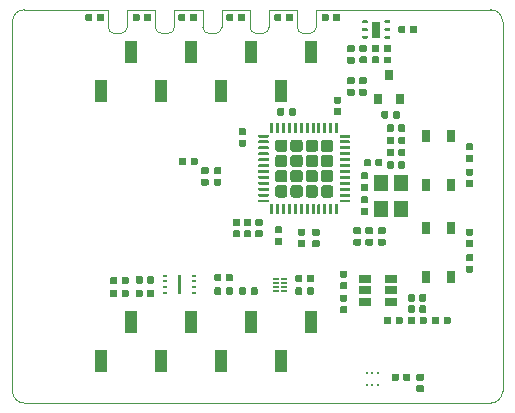
<source format=gbr>
G04 #@! TF.GenerationSoftware,KiCad,Pcbnew,(5.0.0)*
G04 #@! TF.CreationDate,2020-08-24T16:31:51+08:00*
G04 #@! TF.ProjectId,LeashPCB,4C656173685043422E6B696361645F70,B*
G04 #@! TF.SameCoordinates,Original*
G04 #@! TF.FileFunction,Paste,Bot*
G04 #@! TF.FilePolarity,Positive*
%FSLAX46Y46*%
G04 Gerber Fmt 4.6, Leading zero omitted, Abs format (unit mm)*
G04 Created by KiCad (PCBNEW (5.0.0)) date 08/24/20 16:31:51*
%MOMM*%
%LPD*%
G01*
G04 APERTURE LIST*
%ADD10C,0.025400*%
%ADD11C,0.100000*%
%ADD12C,0.590000*%
%ADD13R,0.650000X1.050000*%
%ADD14R,0.800000X0.900000*%
%ADD15R,1.000000X1.900000*%
%ADD16R,1.060000X0.650000*%
%ADD17R,0.650000X1.350000*%
%ADD18C,0.250000*%
%ADD19R,0.530000X0.200000*%
%ADD20C,0.263000*%
%ADD21R,1.200000X1.400000*%
%ADD22C,1.040000*%
%ADD23C,0.200000*%
%ADD24R,0.300000X0.250000*%
G04 APERTURE END LIST*
D10*
X41500007Y1000000D02*
X41500007Y32300000D01*
X24114006Y33300010D02*
X21714004Y33300010D01*
X12113998Y33300010D02*
X9714004Y33300010D01*
X16114006Y33300010D02*
X13714004Y33300010D01*
X20114006Y33300010D02*
X17714004Y33300010D01*
X0Y32300009D02*
G75*
G02X999999Y33300010I1000000J1D01*
G01*
X1000000Y0D02*
G75*
G02X0Y1000000I0J1000000D01*
G01*
X25714004Y31800010D02*
G75*
G02X25214004Y31300010I-500000J0D01*
G01*
X24614006Y31300010D02*
G75*
G02X24114006Y31800010I0J500000D01*
G01*
X21714004Y31800010D02*
G75*
G02X21214004Y31300010I-500000J0D01*
G01*
X20614006Y31300010D02*
G75*
G02X20114006Y31800010I0J500000D01*
G01*
X17714004Y31800010D02*
G75*
G02X17214004Y31300010I-500000J0D01*
G01*
X9714004Y31800010D02*
G75*
G02X9214004Y31300010I-500000J0D01*
G01*
X8614006Y31300010D02*
G75*
G02X8114006Y31800010I0J500000D01*
G01*
X41500007Y1000000D02*
G75*
G02X40500007Y0I-1000000J0D01*
G01*
X40500007Y33300010D02*
G75*
G02X41500007Y32300000I0J-1000000D01*
G01*
X12613998Y31300010D02*
G75*
G02X12113998Y31800010I0J500000D01*
G01*
X13714004Y31800010D02*
G75*
G02X13214004Y31300010I-500000J0D01*
G01*
X16614006Y31300010D02*
G75*
G02X16114006Y31800010I0J500000D01*
G01*
X25714004Y31800010D02*
X25714004Y33300010D01*
X24114006Y33300010D02*
X24114006Y31800010D01*
X21714004Y31800010D02*
X21714004Y33300010D01*
X20614006Y31300010D02*
X21214004Y31300010D01*
X20114006Y33300010D02*
X20114006Y31800010D01*
X17714004Y31800010D02*
X17714004Y33300010D01*
X16114006Y33300010D02*
X16114006Y31800010D01*
X40500007Y33300010D02*
X25714004Y33300010D01*
X8113998Y33300010D02*
X1000000Y33300010D01*
X24614006Y31300010D02*
X25214004Y31300010D01*
X8113998Y33300010D02*
X8113998Y31800010D01*
X8614006Y31300010D02*
X9214004Y31300010D01*
X9714004Y31800010D02*
X9714004Y33300010D01*
X16614006Y31300010D02*
X17214004Y31300010D01*
X13714004Y31800010D02*
X13714004Y33300010D01*
X12613998Y31300010D02*
X13214004Y31300010D01*
X1000000Y0D02*
X40500007Y0D01*
X0Y32300010D02*
X0Y1000000D01*
X12113998Y33300010D02*
X12113998Y31800010D01*
D11*
G04 #@! TO.C,C43*
G36*
X24416963Y9792895D02*
X24431281Y9790771D01*
X24445322Y9787254D01*
X24458951Y9782377D01*
X24472036Y9776188D01*
X24484452Y9768747D01*
X24496078Y9760124D01*
X24506803Y9750403D01*
X24516524Y9739678D01*
X24525147Y9728052D01*
X24532588Y9715636D01*
X24538777Y9702551D01*
X24543654Y9688922D01*
X24547171Y9674881D01*
X24549295Y9660563D01*
X24550005Y9646105D01*
X24550005Y9301105D01*
X24549295Y9286647D01*
X24547171Y9272329D01*
X24543654Y9258288D01*
X24538777Y9244659D01*
X24532588Y9231574D01*
X24525147Y9219158D01*
X24516524Y9207532D01*
X24506803Y9196807D01*
X24496078Y9187086D01*
X24484452Y9178463D01*
X24472036Y9171022D01*
X24458951Y9164833D01*
X24445322Y9159956D01*
X24431281Y9156439D01*
X24416963Y9154315D01*
X24402505Y9153605D01*
X24107505Y9153605D01*
X24093047Y9154315D01*
X24078729Y9156439D01*
X24064688Y9159956D01*
X24051059Y9164833D01*
X24037974Y9171022D01*
X24025558Y9178463D01*
X24013932Y9187086D01*
X24003207Y9196807D01*
X23993486Y9207532D01*
X23984863Y9219158D01*
X23977422Y9231574D01*
X23971233Y9244659D01*
X23966356Y9258288D01*
X23962839Y9272329D01*
X23960715Y9286647D01*
X23960005Y9301105D01*
X23960005Y9646105D01*
X23960715Y9660563D01*
X23962839Y9674881D01*
X23966356Y9688922D01*
X23971233Y9702551D01*
X23977422Y9715636D01*
X23984863Y9728052D01*
X23993486Y9739678D01*
X24003207Y9750403D01*
X24013932Y9760124D01*
X24025558Y9768747D01*
X24037974Y9776188D01*
X24051059Y9782377D01*
X24064688Y9787254D01*
X24078729Y9790771D01*
X24093047Y9792895D01*
X24107505Y9793605D01*
X24402505Y9793605D01*
X24416963Y9792895D01*
X24416963Y9792895D01*
G37*
D12*
X24255005Y9473605D03*
D11*
G36*
X25386963Y9792895D02*
X25401281Y9790771D01*
X25415322Y9787254D01*
X25428951Y9782377D01*
X25442036Y9776188D01*
X25454452Y9768747D01*
X25466078Y9760124D01*
X25476803Y9750403D01*
X25486524Y9739678D01*
X25495147Y9728052D01*
X25502588Y9715636D01*
X25508777Y9702551D01*
X25513654Y9688922D01*
X25517171Y9674881D01*
X25519295Y9660563D01*
X25520005Y9646105D01*
X25520005Y9301105D01*
X25519295Y9286647D01*
X25517171Y9272329D01*
X25513654Y9258288D01*
X25508777Y9244659D01*
X25502588Y9231574D01*
X25495147Y9219158D01*
X25486524Y9207532D01*
X25476803Y9196807D01*
X25466078Y9187086D01*
X25454452Y9178463D01*
X25442036Y9171022D01*
X25428951Y9164833D01*
X25415322Y9159956D01*
X25401281Y9156439D01*
X25386963Y9154315D01*
X25372505Y9153605D01*
X25077505Y9153605D01*
X25063047Y9154315D01*
X25048729Y9156439D01*
X25034688Y9159956D01*
X25021059Y9164833D01*
X25007974Y9171022D01*
X24995558Y9178463D01*
X24983932Y9187086D01*
X24973207Y9196807D01*
X24963486Y9207532D01*
X24954863Y9219158D01*
X24947422Y9231574D01*
X24941233Y9244659D01*
X24936356Y9258288D01*
X24932839Y9272329D01*
X24930715Y9286647D01*
X24930005Y9301105D01*
X24930005Y9646105D01*
X24930715Y9660563D01*
X24932839Y9674881D01*
X24936356Y9688922D01*
X24941233Y9702551D01*
X24947422Y9715636D01*
X24954863Y9728052D01*
X24963486Y9739678D01*
X24973207Y9750403D01*
X24983932Y9760124D01*
X24995558Y9768747D01*
X25007974Y9776188D01*
X25021059Y9782377D01*
X25034688Y9787254D01*
X25048729Y9790771D01*
X25063047Y9792895D01*
X25077505Y9793605D01*
X25372505Y9793605D01*
X25386963Y9792895D01*
X25386963Y9792895D01*
G37*
D12*
X25225005Y9473605D03*
G04 #@! TD*
D11*
G04 #@! TO.C,R14*
G36*
X28836958Y26609290D02*
X28851276Y26607166D01*
X28865317Y26603649D01*
X28878946Y26598772D01*
X28892031Y26592583D01*
X28904447Y26585142D01*
X28916073Y26576519D01*
X28926798Y26566798D01*
X28936519Y26556073D01*
X28945142Y26544447D01*
X28952583Y26532031D01*
X28958772Y26518946D01*
X28963649Y26505317D01*
X28967166Y26491276D01*
X28969290Y26476958D01*
X28970000Y26462500D01*
X28970000Y26167500D01*
X28969290Y26153042D01*
X28967166Y26138724D01*
X28963649Y26124683D01*
X28958772Y26111054D01*
X28952583Y26097969D01*
X28945142Y26085553D01*
X28936519Y26073927D01*
X28926798Y26063202D01*
X28916073Y26053481D01*
X28904447Y26044858D01*
X28892031Y26037417D01*
X28878946Y26031228D01*
X28865317Y26026351D01*
X28851276Y26022834D01*
X28836958Y26020710D01*
X28822500Y26020000D01*
X28477500Y26020000D01*
X28463042Y26020710D01*
X28448724Y26022834D01*
X28434683Y26026351D01*
X28421054Y26031228D01*
X28407969Y26037417D01*
X28395553Y26044858D01*
X28383927Y26053481D01*
X28373202Y26063202D01*
X28363481Y26073927D01*
X28354858Y26085553D01*
X28347417Y26097969D01*
X28341228Y26111054D01*
X28336351Y26124683D01*
X28332834Y26138724D01*
X28330710Y26153042D01*
X28330000Y26167500D01*
X28330000Y26462500D01*
X28330710Y26476958D01*
X28332834Y26491276D01*
X28336351Y26505317D01*
X28341228Y26518946D01*
X28347417Y26532031D01*
X28354858Y26544447D01*
X28363481Y26556073D01*
X28373202Y26566798D01*
X28383927Y26576519D01*
X28395553Y26585142D01*
X28407969Y26592583D01*
X28421054Y26598772D01*
X28434683Y26603649D01*
X28448724Y26607166D01*
X28463042Y26609290D01*
X28477500Y26610000D01*
X28822500Y26610000D01*
X28836958Y26609290D01*
X28836958Y26609290D01*
G37*
D12*
X28650000Y26315000D03*
D11*
G36*
X28836958Y27579290D02*
X28851276Y27577166D01*
X28865317Y27573649D01*
X28878946Y27568772D01*
X28892031Y27562583D01*
X28904447Y27555142D01*
X28916073Y27546519D01*
X28926798Y27536798D01*
X28936519Y27526073D01*
X28945142Y27514447D01*
X28952583Y27502031D01*
X28958772Y27488946D01*
X28963649Y27475317D01*
X28967166Y27461276D01*
X28969290Y27446958D01*
X28970000Y27432500D01*
X28970000Y27137500D01*
X28969290Y27123042D01*
X28967166Y27108724D01*
X28963649Y27094683D01*
X28958772Y27081054D01*
X28952583Y27067969D01*
X28945142Y27055553D01*
X28936519Y27043927D01*
X28926798Y27033202D01*
X28916073Y27023481D01*
X28904447Y27014858D01*
X28892031Y27007417D01*
X28878946Y27001228D01*
X28865317Y26996351D01*
X28851276Y26992834D01*
X28836958Y26990710D01*
X28822500Y26990000D01*
X28477500Y26990000D01*
X28463042Y26990710D01*
X28448724Y26992834D01*
X28434683Y26996351D01*
X28421054Y27001228D01*
X28407969Y27007417D01*
X28395553Y27014858D01*
X28383927Y27023481D01*
X28373202Y27033202D01*
X28363481Y27043927D01*
X28354858Y27055553D01*
X28347417Y27067969D01*
X28341228Y27081054D01*
X28336351Y27094683D01*
X28332834Y27108724D01*
X28330710Y27123042D01*
X28330000Y27137500D01*
X28330000Y27432500D01*
X28330710Y27446958D01*
X28332834Y27461276D01*
X28336351Y27475317D01*
X28341228Y27488946D01*
X28347417Y27502031D01*
X28354858Y27514447D01*
X28363481Y27526073D01*
X28373202Y27536798D01*
X28383927Y27546519D01*
X28395553Y27555142D01*
X28407969Y27562583D01*
X28421054Y27568772D01*
X28434683Y27573649D01*
X28448724Y27577166D01*
X28463042Y27579290D01*
X28477500Y27580000D01*
X28822500Y27580000D01*
X28836958Y27579290D01*
X28836958Y27579290D01*
G37*
D12*
X28650000Y27285000D03*
G04 #@! TD*
D11*
G04 #@! TO.C,R13*
G36*
X29861958Y27579290D02*
X29876276Y27577166D01*
X29890317Y27573649D01*
X29903946Y27568772D01*
X29917031Y27562583D01*
X29929447Y27555142D01*
X29941073Y27546519D01*
X29951798Y27536798D01*
X29961519Y27526073D01*
X29970142Y27514447D01*
X29977583Y27502031D01*
X29983772Y27488946D01*
X29988649Y27475317D01*
X29992166Y27461276D01*
X29994290Y27446958D01*
X29995000Y27432500D01*
X29995000Y27137500D01*
X29994290Y27123042D01*
X29992166Y27108724D01*
X29988649Y27094683D01*
X29983772Y27081054D01*
X29977583Y27067969D01*
X29970142Y27055553D01*
X29961519Y27043927D01*
X29951798Y27033202D01*
X29941073Y27023481D01*
X29929447Y27014858D01*
X29917031Y27007417D01*
X29903946Y27001228D01*
X29890317Y26996351D01*
X29876276Y26992834D01*
X29861958Y26990710D01*
X29847500Y26990000D01*
X29502500Y26990000D01*
X29488042Y26990710D01*
X29473724Y26992834D01*
X29459683Y26996351D01*
X29446054Y27001228D01*
X29432969Y27007417D01*
X29420553Y27014858D01*
X29408927Y27023481D01*
X29398202Y27033202D01*
X29388481Y27043927D01*
X29379858Y27055553D01*
X29372417Y27067969D01*
X29366228Y27081054D01*
X29361351Y27094683D01*
X29357834Y27108724D01*
X29355710Y27123042D01*
X29355000Y27137500D01*
X29355000Y27432500D01*
X29355710Y27446958D01*
X29357834Y27461276D01*
X29361351Y27475317D01*
X29366228Y27488946D01*
X29372417Y27502031D01*
X29379858Y27514447D01*
X29388481Y27526073D01*
X29398202Y27536798D01*
X29408927Y27546519D01*
X29420553Y27555142D01*
X29432969Y27562583D01*
X29446054Y27568772D01*
X29459683Y27573649D01*
X29473724Y27577166D01*
X29488042Y27579290D01*
X29502500Y27580000D01*
X29847500Y27580000D01*
X29861958Y27579290D01*
X29861958Y27579290D01*
G37*
D12*
X29675000Y27285000D03*
D11*
G36*
X29861958Y26609290D02*
X29876276Y26607166D01*
X29890317Y26603649D01*
X29903946Y26598772D01*
X29917031Y26592583D01*
X29929447Y26585142D01*
X29941073Y26576519D01*
X29951798Y26566798D01*
X29961519Y26556073D01*
X29970142Y26544447D01*
X29977583Y26532031D01*
X29983772Y26518946D01*
X29988649Y26505317D01*
X29992166Y26491276D01*
X29994290Y26476958D01*
X29995000Y26462500D01*
X29995000Y26167500D01*
X29994290Y26153042D01*
X29992166Y26138724D01*
X29988649Y26124683D01*
X29983772Y26111054D01*
X29977583Y26097969D01*
X29970142Y26085553D01*
X29961519Y26073927D01*
X29951798Y26063202D01*
X29941073Y26053481D01*
X29929447Y26044858D01*
X29917031Y26037417D01*
X29903946Y26031228D01*
X29890317Y26026351D01*
X29876276Y26022834D01*
X29861958Y26020710D01*
X29847500Y26020000D01*
X29502500Y26020000D01*
X29488042Y26020710D01*
X29473724Y26022834D01*
X29459683Y26026351D01*
X29446054Y26031228D01*
X29432969Y26037417D01*
X29420553Y26044858D01*
X29408927Y26053481D01*
X29398202Y26063202D01*
X29388481Y26073927D01*
X29379858Y26085553D01*
X29372417Y26097969D01*
X29366228Y26111054D01*
X29361351Y26124683D01*
X29357834Y26138724D01*
X29355710Y26153042D01*
X29355000Y26167500D01*
X29355000Y26462500D01*
X29355710Y26476958D01*
X29357834Y26491276D01*
X29361351Y26505317D01*
X29366228Y26518946D01*
X29372417Y26532031D01*
X29379858Y26544447D01*
X29388481Y26556073D01*
X29398202Y26566798D01*
X29408927Y26576519D01*
X29420553Y26585142D01*
X29432969Y26592583D01*
X29446054Y26598772D01*
X29459683Y26603649D01*
X29473724Y26607166D01*
X29488042Y26609290D01*
X29502500Y26610000D01*
X29847500Y26610000D01*
X29861958Y26609290D01*
X29861958Y26609290D01*
G37*
D12*
X29675000Y26315000D03*
G04 #@! TD*
D11*
G04 #@! TO.C,C44*
G36*
X30226958Y20669290D02*
X30241276Y20667166D01*
X30255317Y20663649D01*
X30268946Y20658772D01*
X30282031Y20652583D01*
X30294447Y20645142D01*
X30306073Y20636519D01*
X30316798Y20626798D01*
X30326519Y20616073D01*
X30335142Y20604447D01*
X30342583Y20592031D01*
X30348772Y20578946D01*
X30353649Y20565317D01*
X30357166Y20551276D01*
X30359290Y20536958D01*
X30360000Y20522500D01*
X30360000Y20177500D01*
X30359290Y20163042D01*
X30357166Y20148724D01*
X30353649Y20134683D01*
X30348772Y20121054D01*
X30342583Y20107969D01*
X30335142Y20095553D01*
X30326519Y20083927D01*
X30316798Y20073202D01*
X30306073Y20063481D01*
X30294447Y20054858D01*
X30282031Y20047417D01*
X30268946Y20041228D01*
X30255317Y20036351D01*
X30241276Y20032834D01*
X30226958Y20030710D01*
X30212500Y20030000D01*
X29917500Y20030000D01*
X29903042Y20030710D01*
X29888724Y20032834D01*
X29874683Y20036351D01*
X29861054Y20041228D01*
X29847969Y20047417D01*
X29835553Y20054858D01*
X29823927Y20063481D01*
X29813202Y20073202D01*
X29803481Y20083927D01*
X29794858Y20095553D01*
X29787417Y20107969D01*
X29781228Y20121054D01*
X29776351Y20134683D01*
X29772834Y20148724D01*
X29770710Y20163042D01*
X29770000Y20177500D01*
X29770000Y20522500D01*
X29770710Y20536958D01*
X29772834Y20551276D01*
X29776351Y20565317D01*
X29781228Y20578946D01*
X29787417Y20592031D01*
X29794858Y20604447D01*
X29803481Y20616073D01*
X29813202Y20626798D01*
X29823927Y20636519D01*
X29835553Y20645142D01*
X29847969Y20652583D01*
X29861054Y20658772D01*
X29874683Y20663649D01*
X29888724Y20667166D01*
X29903042Y20669290D01*
X29917500Y20670000D01*
X30212500Y20670000D01*
X30226958Y20669290D01*
X30226958Y20669290D01*
G37*
D12*
X30065000Y20350000D03*
D11*
G36*
X31196958Y20669290D02*
X31211276Y20667166D01*
X31225317Y20663649D01*
X31238946Y20658772D01*
X31252031Y20652583D01*
X31264447Y20645142D01*
X31276073Y20636519D01*
X31286798Y20626798D01*
X31296519Y20616073D01*
X31305142Y20604447D01*
X31312583Y20592031D01*
X31318772Y20578946D01*
X31323649Y20565317D01*
X31327166Y20551276D01*
X31329290Y20536958D01*
X31330000Y20522500D01*
X31330000Y20177500D01*
X31329290Y20163042D01*
X31327166Y20148724D01*
X31323649Y20134683D01*
X31318772Y20121054D01*
X31312583Y20107969D01*
X31305142Y20095553D01*
X31296519Y20083927D01*
X31286798Y20073202D01*
X31276073Y20063481D01*
X31264447Y20054858D01*
X31252031Y20047417D01*
X31238946Y20041228D01*
X31225317Y20036351D01*
X31211276Y20032834D01*
X31196958Y20030710D01*
X31182500Y20030000D01*
X30887500Y20030000D01*
X30873042Y20030710D01*
X30858724Y20032834D01*
X30844683Y20036351D01*
X30831054Y20041228D01*
X30817969Y20047417D01*
X30805553Y20054858D01*
X30793927Y20063481D01*
X30783202Y20073202D01*
X30773481Y20083927D01*
X30764858Y20095553D01*
X30757417Y20107969D01*
X30751228Y20121054D01*
X30746351Y20134683D01*
X30742834Y20148724D01*
X30740710Y20163042D01*
X30740000Y20177500D01*
X30740000Y20522500D01*
X30740710Y20536958D01*
X30742834Y20551276D01*
X30746351Y20565317D01*
X30751228Y20578946D01*
X30757417Y20592031D01*
X30764858Y20604447D01*
X30773481Y20616073D01*
X30783202Y20626798D01*
X30793927Y20636519D01*
X30805553Y20645142D01*
X30817969Y20652583D01*
X30831054Y20658772D01*
X30844683Y20663649D01*
X30858724Y20667166D01*
X30873042Y20669290D01*
X30887500Y20670000D01*
X31182500Y20670000D01*
X31196958Y20669290D01*
X31196958Y20669290D01*
G37*
D12*
X31035000Y20350000D03*
G04 #@! TD*
D11*
G04 #@! TO.C,C45*
G36*
X28836958Y29324290D02*
X28851276Y29322166D01*
X28865317Y29318649D01*
X28878946Y29313772D01*
X28892031Y29307583D01*
X28904447Y29300142D01*
X28916073Y29291519D01*
X28926798Y29281798D01*
X28936519Y29271073D01*
X28945142Y29259447D01*
X28952583Y29247031D01*
X28958772Y29233946D01*
X28963649Y29220317D01*
X28967166Y29206276D01*
X28969290Y29191958D01*
X28970000Y29177500D01*
X28970000Y28882500D01*
X28969290Y28868042D01*
X28967166Y28853724D01*
X28963649Y28839683D01*
X28958772Y28826054D01*
X28952583Y28812969D01*
X28945142Y28800553D01*
X28936519Y28788927D01*
X28926798Y28778202D01*
X28916073Y28768481D01*
X28904447Y28759858D01*
X28892031Y28752417D01*
X28878946Y28746228D01*
X28865317Y28741351D01*
X28851276Y28737834D01*
X28836958Y28735710D01*
X28822500Y28735000D01*
X28477500Y28735000D01*
X28463042Y28735710D01*
X28448724Y28737834D01*
X28434683Y28741351D01*
X28421054Y28746228D01*
X28407969Y28752417D01*
X28395553Y28759858D01*
X28383927Y28768481D01*
X28373202Y28778202D01*
X28363481Y28788927D01*
X28354858Y28800553D01*
X28347417Y28812969D01*
X28341228Y28826054D01*
X28336351Y28839683D01*
X28332834Y28853724D01*
X28330710Y28868042D01*
X28330000Y28882500D01*
X28330000Y29177500D01*
X28330710Y29191958D01*
X28332834Y29206276D01*
X28336351Y29220317D01*
X28341228Y29233946D01*
X28347417Y29247031D01*
X28354858Y29259447D01*
X28363481Y29271073D01*
X28373202Y29281798D01*
X28383927Y29291519D01*
X28395553Y29300142D01*
X28407969Y29307583D01*
X28421054Y29313772D01*
X28434683Y29318649D01*
X28448724Y29322166D01*
X28463042Y29324290D01*
X28477500Y29325000D01*
X28822500Y29325000D01*
X28836958Y29324290D01*
X28836958Y29324290D01*
G37*
D12*
X28650000Y29030000D03*
D11*
G36*
X28836958Y30294290D02*
X28851276Y30292166D01*
X28865317Y30288649D01*
X28878946Y30283772D01*
X28892031Y30277583D01*
X28904447Y30270142D01*
X28916073Y30261519D01*
X28926798Y30251798D01*
X28936519Y30241073D01*
X28945142Y30229447D01*
X28952583Y30217031D01*
X28958772Y30203946D01*
X28963649Y30190317D01*
X28967166Y30176276D01*
X28969290Y30161958D01*
X28970000Y30147500D01*
X28970000Y29852500D01*
X28969290Y29838042D01*
X28967166Y29823724D01*
X28963649Y29809683D01*
X28958772Y29796054D01*
X28952583Y29782969D01*
X28945142Y29770553D01*
X28936519Y29758927D01*
X28926798Y29748202D01*
X28916073Y29738481D01*
X28904447Y29729858D01*
X28892031Y29722417D01*
X28878946Y29716228D01*
X28865317Y29711351D01*
X28851276Y29707834D01*
X28836958Y29705710D01*
X28822500Y29705000D01*
X28477500Y29705000D01*
X28463042Y29705710D01*
X28448724Y29707834D01*
X28434683Y29711351D01*
X28421054Y29716228D01*
X28407969Y29722417D01*
X28395553Y29729858D01*
X28383927Y29738481D01*
X28373202Y29748202D01*
X28363481Y29758927D01*
X28354858Y29770553D01*
X28347417Y29782969D01*
X28341228Y29796054D01*
X28336351Y29809683D01*
X28332834Y29823724D01*
X28330710Y29838042D01*
X28330000Y29852500D01*
X28330000Y30147500D01*
X28330710Y30161958D01*
X28332834Y30176276D01*
X28336351Y30190317D01*
X28341228Y30203946D01*
X28347417Y30217031D01*
X28354858Y30229447D01*
X28363481Y30241073D01*
X28373202Y30251798D01*
X28383927Y30261519D01*
X28395553Y30270142D01*
X28407969Y30277583D01*
X28421054Y30283772D01*
X28434683Y30288649D01*
X28448724Y30292166D01*
X28463042Y30294290D01*
X28477500Y30295000D01*
X28822500Y30295000D01*
X28836958Y30294290D01*
X28836958Y30294290D01*
G37*
D12*
X28650000Y30000000D03*
G04 #@! TD*
D13*
G04 #@! TO.C,SW1*
X34993405Y22572205D03*
X34993405Y18422205D03*
X37143405Y22572205D03*
X37143405Y18422205D03*
G04 #@! TD*
D11*
G04 #@! TO.C,D10*
G36*
X32163963Y22556395D02*
X32178281Y22554271D01*
X32192322Y22550754D01*
X32205951Y22545877D01*
X32219036Y22539688D01*
X32231452Y22532247D01*
X32243078Y22523624D01*
X32253803Y22513903D01*
X32263524Y22503178D01*
X32272147Y22491552D01*
X32279588Y22479136D01*
X32285777Y22466051D01*
X32290654Y22452422D01*
X32294171Y22438381D01*
X32296295Y22424063D01*
X32297005Y22409605D01*
X32297005Y22064605D01*
X32296295Y22050147D01*
X32294171Y22035829D01*
X32290654Y22021788D01*
X32285777Y22008159D01*
X32279588Y21995074D01*
X32272147Y21982658D01*
X32263524Y21971032D01*
X32253803Y21960307D01*
X32243078Y21950586D01*
X32231452Y21941963D01*
X32219036Y21934522D01*
X32205951Y21928333D01*
X32192322Y21923456D01*
X32178281Y21919939D01*
X32163963Y21917815D01*
X32149505Y21917105D01*
X31854505Y21917105D01*
X31840047Y21917815D01*
X31825729Y21919939D01*
X31811688Y21923456D01*
X31798059Y21928333D01*
X31784974Y21934522D01*
X31772558Y21941963D01*
X31760932Y21950586D01*
X31750207Y21960307D01*
X31740486Y21971032D01*
X31731863Y21982658D01*
X31724422Y21995074D01*
X31718233Y22008159D01*
X31713356Y22021788D01*
X31709839Y22035829D01*
X31707715Y22050147D01*
X31707005Y22064605D01*
X31707005Y22409605D01*
X31707715Y22424063D01*
X31709839Y22438381D01*
X31713356Y22452422D01*
X31718233Y22466051D01*
X31724422Y22479136D01*
X31731863Y22491552D01*
X31740486Y22503178D01*
X31750207Y22513903D01*
X31760932Y22523624D01*
X31772558Y22532247D01*
X31784974Y22539688D01*
X31798059Y22545877D01*
X31811688Y22550754D01*
X31825729Y22554271D01*
X31840047Y22556395D01*
X31854505Y22557105D01*
X32149505Y22557105D01*
X32163963Y22556395D01*
X32163963Y22556395D01*
G37*
D12*
X32002005Y22237105D03*
D11*
G36*
X33133963Y22556395D02*
X33148281Y22554271D01*
X33162322Y22550754D01*
X33175951Y22545877D01*
X33189036Y22539688D01*
X33201452Y22532247D01*
X33213078Y22523624D01*
X33223803Y22513903D01*
X33233524Y22503178D01*
X33242147Y22491552D01*
X33249588Y22479136D01*
X33255777Y22466051D01*
X33260654Y22452422D01*
X33264171Y22438381D01*
X33266295Y22424063D01*
X33267005Y22409605D01*
X33267005Y22064605D01*
X33266295Y22050147D01*
X33264171Y22035829D01*
X33260654Y22021788D01*
X33255777Y22008159D01*
X33249588Y21995074D01*
X33242147Y21982658D01*
X33233524Y21971032D01*
X33223803Y21960307D01*
X33213078Y21950586D01*
X33201452Y21941963D01*
X33189036Y21934522D01*
X33175951Y21928333D01*
X33162322Y21923456D01*
X33148281Y21919939D01*
X33133963Y21917815D01*
X33119505Y21917105D01*
X32824505Y21917105D01*
X32810047Y21917815D01*
X32795729Y21919939D01*
X32781688Y21923456D01*
X32768059Y21928333D01*
X32754974Y21934522D01*
X32742558Y21941963D01*
X32730932Y21950586D01*
X32720207Y21960307D01*
X32710486Y21971032D01*
X32701863Y21982658D01*
X32694422Y21995074D01*
X32688233Y22008159D01*
X32683356Y22021788D01*
X32679839Y22035829D01*
X32677715Y22050147D01*
X32677005Y22064605D01*
X32677005Y22409605D01*
X32677715Y22424063D01*
X32679839Y22438381D01*
X32683356Y22452422D01*
X32688233Y22466051D01*
X32694422Y22479136D01*
X32701863Y22491552D01*
X32710486Y22503178D01*
X32720207Y22513903D01*
X32730932Y22523624D01*
X32742558Y22532247D01*
X32754974Y22539688D01*
X32768059Y22545877D01*
X32781688Y22550754D01*
X32795729Y22554271D01*
X32810047Y22556395D01*
X32824505Y22557105D01*
X33119505Y22557105D01*
X33133963Y22556395D01*
X33133963Y22556395D01*
G37*
D12*
X32972005Y22237105D03*
G04 #@! TD*
D11*
G04 #@! TO.C,D8*
G36*
X32151958Y23594290D02*
X32166276Y23592166D01*
X32180317Y23588649D01*
X32193946Y23583772D01*
X32207031Y23577583D01*
X32219447Y23570142D01*
X32231073Y23561519D01*
X32241798Y23551798D01*
X32251519Y23541073D01*
X32260142Y23529447D01*
X32267583Y23517031D01*
X32273772Y23503946D01*
X32278649Y23490317D01*
X32282166Y23476276D01*
X32284290Y23461958D01*
X32285000Y23447500D01*
X32285000Y23102500D01*
X32284290Y23088042D01*
X32282166Y23073724D01*
X32278649Y23059683D01*
X32273772Y23046054D01*
X32267583Y23032969D01*
X32260142Y23020553D01*
X32251519Y23008927D01*
X32241798Y22998202D01*
X32231073Y22988481D01*
X32219447Y22979858D01*
X32207031Y22972417D01*
X32193946Y22966228D01*
X32180317Y22961351D01*
X32166276Y22957834D01*
X32151958Y22955710D01*
X32137500Y22955000D01*
X31842500Y22955000D01*
X31828042Y22955710D01*
X31813724Y22957834D01*
X31799683Y22961351D01*
X31786054Y22966228D01*
X31772969Y22972417D01*
X31760553Y22979858D01*
X31748927Y22988481D01*
X31738202Y22998202D01*
X31728481Y23008927D01*
X31719858Y23020553D01*
X31712417Y23032969D01*
X31706228Y23046054D01*
X31701351Y23059683D01*
X31697834Y23073724D01*
X31695710Y23088042D01*
X31695000Y23102500D01*
X31695000Y23447500D01*
X31695710Y23461958D01*
X31697834Y23476276D01*
X31701351Y23490317D01*
X31706228Y23503946D01*
X31712417Y23517031D01*
X31719858Y23529447D01*
X31728481Y23541073D01*
X31738202Y23551798D01*
X31748927Y23561519D01*
X31760553Y23570142D01*
X31772969Y23577583D01*
X31786054Y23583772D01*
X31799683Y23588649D01*
X31813724Y23592166D01*
X31828042Y23594290D01*
X31842500Y23595000D01*
X32137500Y23595000D01*
X32151958Y23594290D01*
X32151958Y23594290D01*
G37*
D12*
X31990000Y23275000D03*
D11*
G36*
X33121958Y23594290D02*
X33136276Y23592166D01*
X33150317Y23588649D01*
X33163946Y23583772D01*
X33177031Y23577583D01*
X33189447Y23570142D01*
X33201073Y23561519D01*
X33211798Y23551798D01*
X33221519Y23541073D01*
X33230142Y23529447D01*
X33237583Y23517031D01*
X33243772Y23503946D01*
X33248649Y23490317D01*
X33252166Y23476276D01*
X33254290Y23461958D01*
X33255000Y23447500D01*
X33255000Y23102500D01*
X33254290Y23088042D01*
X33252166Y23073724D01*
X33248649Y23059683D01*
X33243772Y23046054D01*
X33237583Y23032969D01*
X33230142Y23020553D01*
X33221519Y23008927D01*
X33211798Y22998202D01*
X33201073Y22988481D01*
X33189447Y22979858D01*
X33177031Y22972417D01*
X33163946Y22966228D01*
X33150317Y22961351D01*
X33136276Y22957834D01*
X33121958Y22955710D01*
X33107500Y22955000D01*
X32812500Y22955000D01*
X32798042Y22955710D01*
X32783724Y22957834D01*
X32769683Y22961351D01*
X32756054Y22966228D01*
X32742969Y22972417D01*
X32730553Y22979858D01*
X32718927Y22988481D01*
X32708202Y22998202D01*
X32698481Y23008927D01*
X32689858Y23020553D01*
X32682417Y23032969D01*
X32676228Y23046054D01*
X32671351Y23059683D01*
X32667834Y23073724D01*
X32665710Y23088042D01*
X32665000Y23102500D01*
X32665000Y23447500D01*
X32665710Y23461958D01*
X32667834Y23476276D01*
X32671351Y23490317D01*
X32676228Y23503946D01*
X32682417Y23517031D01*
X32689858Y23529447D01*
X32698481Y23541073D01*
X32708202Y23551798D01*
X32718927Y23561519D01*
X32730553Y23570142D01*
X32742969Y23577583D01*
X32756054Y23583772D01*
X32769683Y23588649D01*
X32783724Y23592166D01*
X32798042Y23594290D01*
X32812500Y23595000D01*
X33107500Y23595000D01*
X33121958Y23594290D01*
X33121958Y23594290D01*
G37*
D12*
X32960000Y23275000D03*
G04 #@! TD*
D11*
G04 #@! TO.C,D11*
G36*
X32163963Y21540395D02*
X32178281Y21538271D01*
X32192322Y21534754D01*
X32205951Y21529877D01*
X32219036Y21523688D01*
X32231452Y21516247D01*
X32243078Y21507624D01*
X32253803Y21497903D01*
X32263524Y21487178D01*
X32272147Y21475552D01*
X32279588Y21463136D01*
X32285777Y21450051D01*
X32290654Y21436422D01*
X32294171Y21422381D01*
X32296295Y21408063D01*
X32297005Y21393605D01*
X32297005Y21048605D01*
X32296295Y21034147D01*
X32294171Y21019829D01*
X32290654Y21005788D01*
X32285777Y20992159D01*
X32279588Y20979074D01*
X32272147Y20966658D01*
X32263524Y20955032D01*
X32253803Y20944307D01*
X32243078Y20934586D01*
X32231452Y20925963D01*
X32219036Y20918522D01*
X32205951Y20912333D01*
X32192322Y20907456D01*
X32178281Y20903939D01*
X32163963Y20901815D01*
X32149505Y20901105D01*
X31854505Y20901105D01*
X31840047Y20901815D01*
X31825729Y20903939D01*
X31811688Y20907456D01*
X31798059Y20912333D01*
X31784974Y20918522D01*
X31772558Y20925963D01*
X31760932Y20934586D01*
X31750207Y20944307D01*
X31740486Y20955032D01*
X31731863Y20966658D01*
X31724422Y20979074D01*
X31718233Y20992159D01*
X31713356Y21005788D01*
X31709839Y21019829D01*
X31707715Y21034147D01*
X31707005Y21048605D01*
X31707005Y21393605D01*
X31707715Y21408063D01*
X31709839Y21422381D01*
X31713356Y21436422D01*
X31718233Y21450051D01*
X31724422Y21463136D01*
X31731863Y21475552D01*
X31740486Y21487178D01*
X31750207Y21497903D01*
X31760932Y21507624D01*
X31772558Y21516247D01*
X31784974Y21523688D01*
X31798059Y21529877D01*
X31811688Y21534754D01*
X31825729Y21538271D01*
X31840047Y21540395D01*
X31854505Y21541105D01*
X32149505Y21541105D01*
X32163963Y21540395D01*
X32163963Y21540395D01*
G37*
D12*
X32002005Y21221105D03*
D11*
G36*
X33133963Y21540395D02*
X33148281Y21538271D01*
X33162322Y21534754D01*
X33175951Y21529877D01*
X33189036Y21523688D01*
X33201452Y21516247D01*
X33213078Y21507624D01*
X33223803Y21497903D01*
X33233524Y21487178D01*
X33242147Y21475552D01*
X33249588Y21463136D01*
X33255777Y21450051D01*
X33260654Y21436422D01*
X33264171Y21422381D01*
X33266295Y21408063D01*
X33267005Y21393605D01*
X33267005Y21048605D01*
X33266295Y21034147D01*
X33264171Y21019829D01*
X33260654Y21005788D01*
X33255777Y20992159D01*
X33249588Y20979074D01*
X33242147Y20966658D01*
X33233524Y20955032D01*
X33223803Y20944307D01*
X33213078Y20934586D01*
X33201452Y20925963D01*
X33189036Y20918522D01*
X33175951Y20912333D01*
X33162322Y20907456D01*
X33148281Y20903939D01*
X33133963Y20901815D01*
X33119505Y20901105D01*
X32824505Y20901105D01*
X32810047Y20901815D01*
X32795729Y20903939D01*
X32781688Y20907456D01*
X32768059Y20912333D01*
X32754974Y20918522D01*
X32742558Y20925963D01*
X32730932Y20934586D01*
X32720207Y20944307D01*
X32710486Y20955032D01*
X32701863Y20966658D01*
X32694422Y20979074D01*
X32688233Y20992159D01*
X32683356Y21005788D01*
X32679839Y21019829D01*
X32677715Y21034147D01*
X32677005Y21048605D01*
X32677005Y21393605D01*
X32677715Y21408063D01*
X32679839Y21422381D01*
X32683356Y21436422D01*
X32688233Y21450051D01*
X32694422Y21463136D01*
X32701863Y21475552D01*
X32710486Y21487178D01*
X32720207Y21497903D01*
X32730932Y21507624D01*
X32742558Y21516247D01*
X32754974Y21523688D01*
X32768059Y21529877D01*
X32781688Y21534754D01*
X32795729Y21538271D01*
X32810047Y21540395D01*
X32824505Y21541105D01*
X33119505Y21541105D01*
X33133963Y21540395D01*
X33133963Y21540395D01*
G37*
D12*
X32972005Y21221105D03*
G04 #@! TD*
D11*
G04 #@! TO.C,L1*
G36*
X25879463Y13791395D02*
X25893781Y13789271D01*
X25907822Y13785754D01*
X25921451Y13780877D01*
X25934536Y13774688D01*
X25946952Y13767247D01*
X25958578Y13758624D01*
X25969303Y13748903D01*
X25979024Y13738178D01*
X25987647Y13726552D01*
X25995088Y13714136D01*
X26001277Y13701051D01*
X26006154Y13687422D01*
X26009671Y13673381D01*
X26011795Y13659063D01*
X26012505Y13644605D01*
X26012505Y13349605D01*
X26011795Y13335147D01*
X26009671Y13320829D01*
X26006154Y13306788D01*
X26001277Y13293159D01*
X25995088Y13280074D01*
X25987647Y13267658D01*
X25979024Y13256032D01*
X25969303Y13245307D01*
X25958578Y13235586D01*
X25946952Y13226963D01*
X25934536Y13219522D01*
X25921451Y13213333D01*
X25907822Y13208456D01*
X25893781Y13204939D01*
X25879463Y13202815D01*
X25865005Y13202105D01*
X25520005Y13202105D01*
X25505547Y13202815D01*
X25491229Y13204939D01*
X25477188Y13208456D01*
X25463559Y13213333D01*
X25450474Y13219522D01*
X25438058Y13226963D01*
X25426432Y13235586D01*
X25415707Y13245307D01*
X25405986Y13256032D01*
X25397363Y13267658D01*
X25389922Y13280074D01*
X25383733Y13293159D01*
X25378856Y13306788D01*
X25375339Y13320829D01*
X25373215Y13335147D01*
X25372505Y13349605D01*
X25372505Y13644605D01*
X25373215Y13659063D01*
X25375339Y13673381D01*
X25378856Y13687422D01*
X25383733Y13701051D01*
X25389922Y13714136D01*
X25397363Y13726552D01*
X25405986Y13738178D01*
X25415707Y13748903D01*
X25426432Y13758624D01*
X25438058Y13767247D01*
X25450474Y13774688D01*
X25463559Y13780877D01*
X25477188Y13785754D01*
X25491229Y13789271D01*
X25505547Y13791395D01*
X25520005Y13792105D01*
X25865005Y13792105D01*
X25879463Y13791395D01*
X25879463Y13791395D01*
G37*
D12*
X25692505Y13497105D03*
D11*
G36*
X25879463Y14761395D02*
X25893781Y14759271D01*
X25907822Y14755754D01*
X25921451Y14750877D01*
X25934536Y14744688D01*
X25946952Y14737247D01*
X25958578Y14728624D01*
X25969303Y14718903D01*
X25979024Y14708178D01*
X25987647Y14696552D01*
X25995088Y14684136D01*
X26001277Y14671051D01*
X26006154Y14657422D01*
X26009671Y14643381D01*
X26011795Y14629063D01*
X26012505Y14614605D01*
X26012505Y14319605D01*
X26011795Y14305147D01*
X26009671Y14290829D01*
X26006154Y14276788D01*
X26001277Y14263159D01*
X25995088Y14250074D01*
X25987647Y14237658D01*
X25979024Y14226032D01*
X25969303Y14215307D01*
X25958578Y14205586D01*
X25946952Y14196963D01*
X25934536Y14189522D01*
X25921451Y14183333D01*
X25907822Y14178456D01*
X25893781Y14174939D01*
X25879463Y14172815D01*
X25865005Y14172105D01*
X25520005Y14172105D01*
X25505547Y14172815D01*
X25491229Y14174939D01*
X25477188Y14178456D01*
X25463559Y14183333D01*
X25450474Y14189522D01*
X25438058Y14196963D01*
X25426432Y14205586D01*
X25415707Y14215307D01*
X25405986Y14226032D01*
X25397363Y14237658D01*
X25389922Y14250074D01*
X25383733Y14263159D01*
X25378856Y14276788D01*
X25375339Y14290829D01*
X25373215Y14305147D01*
X25372505Y14319605D01*
X25372505Y14614605D01*
X25373215Y14629063D01*
X25375339Y14643381D01*
X25378856Y14657422D01*
X25383733Y14671051D01*
X25389922Y14684136D01*
X25397363Y14696552D01*
X25405986Y14708178D01*
X25415707Y14718903D01*
X25426432Y14728624D01*
X25438058Y14737247D01*
X25450474Y14744688D01*
X25463559Y14750877D01*
X25477188Y14755754D01*
X25491229Y14759271D01*
X25505547Y14761395D01*
X25520005Y14762105D01*
X25865005Y14762105D01*
X25879463Y14761395D01*
X25879463Y14761395D01*
G37*
D12*
X25692505Y14467105D03*
G04 #@! TD*
D11*
G04 #@! TO.C,L3*
G36*
X8732463Y10681895D02*
X8746781Y10679771D01*
X8760822Y10676254D01*
X8774451Y10671377D01*
X8787536Y10665188D01*
X8799952Y10657747D01*
X8811578Y10649124D01*
X8822303Y10639403D01*
X8832024Y10628678D01*
X8840647Y10617052D01*
X8848088Y10604636D01*
X8854277Y10591551D01*
X8859154Y10577922D01*
X8862671Y10563881D01*
X8864795Y10549563D01*
X8865505Y10535105D01*
X8865505Y10190105D01*
X8864795Y10175647D01*
X8862671Y10161329D01*
X8859154Y10147288D01*
X8854277Y10133659D01*
X8848088Y10120574D01*
X8840647Y10108158D01*
X8832024Y10096532D01*
X8822303Y10085807D01*
X8811578Y10076086D01*
X8799952Y10067463D01*
X8787536Y10060022D01*
X8774451Y10053833D01*
X8760822Y10048956D01*
X8746781Y10045439D01*
X8732463Y10043315D01*
X8718005Y10042605D01*
X8423005Y10042605D01*
X8408547Y10043315D01*
X8394229Y10045439D01*
X8380188Y10048956D01*
X8366559Y10053833D01*
X8353474Y10060022D01*
X8341058Y10067463D01*
X8329432Y10076086D01*
X8318707Y10085807D01*
X8308986Y10096532D01*
X8300363Y10108158D01*
X8292922Y10120574D01*
X8286733Y10133659D01*
X8281856Y10147288D01*
X8278339Y10161329D01*
X8276215Y10175647D01*
X8275505Y10190105D01*
X8275505Y10535105D01*
X8276215Y10549563D01*
X8278339Y10563881D01*
X8281856Y10577922D01*
X8286733Y10591551D01*
X8292922Y10604636D01*
X8300363Y10617052D01*
X8308986Y10628678D01*
X8318707Y10639403D01*
X8329432Y10649124D01*
X8341058Y10657747D01*
X8353474Y10665188D01*
X8366559Y10671377D01*
X8380188Y10676254D01*
X8394229Y10679771D01*
X8408547Y10681895D01*
X8423005Y10682605D01*
X8718005Y10682605D01*
X8732463Y10681895D01*
X8732463Y10681895D01*
G37*
D12*
X8570505Y10362605D03*
D11*
G36*
X9702463Y10681895D02*
X9716781Y10679771D01*
X9730822Y10676254D01*
X9744451Y10671377D01*
X9757536Y10665188D01*
X9769952Y10657747D01*
X9781578Y10649124D01*
X9792303Y10639403D01*
X9802024Y10628678D01*
X9810647Y10617052D01*
X9818088Y10604636D01*
X9824277Y10591551D01*
X9829154Y10577922D01*
X9832671Y10563881D01*
X9834795Y10549563D01*
X9835505Y10535105D01*
X9835505Y10190105D01*
X9834795Y10175647D01*
X9832671Y10161329D01*
X9829154Y10147288D01*
X9824277Y10133659D01*
X9818088Y10120574D01*
X9810647Y10108158D01*
X9802024Y10096532D01*
X9792303Y10085807D01*
X9781578Y10076086D01*
X9769952Y10067463D01*
X9757536Y10060022D01*
X9744451Y10053833D01*
X9730822Y10048956D01*
X9716781Y10045439D01*
X9702463Y10043315D01*
X9688005Y10042605D01*
X9393005Y10042605D01*
X9378547Y10043315D01*
X9364229Y10045439D01*
X9350188Y10048956D01*
X9336559Y10053833D01*
X9323474Y10060022D01*
X9311058Y10067463D01*
X9299432Y10076086D01*
X9288707Y10085807D01*
X9278986Y10096532D01*
X9270363Y10108158D01*
X9262922Y10120574D01*
X9256733Y10133659D01*
X9251856Y10147288D01*
X9248339Y10161329D01*
X9246215Y10175647D01*
X9245505Y10190105D01*
X9245505Y10535105D01*
X9246215Y10549563D01*
X9248339Y10563881D01*
X9251856Y10577922D01*
X9256733Y10591551D01*
X9262922Y10604636D01*
X9270363Y10617052D01*
X9278986Y10628678D01*
X9288707Y10639403D01*
X9299432Y10649124D01*
X9311058Y10657747D01*
X9323474Y10665188D01*
X9336559Y10671377D01*
X9350188Y10676254D01*
X9364229Y10679771D01*
X9378547Y10681895D01*
X9393005Y10682605D01*
X9688005Y10682605D01*
X9702463Y10681895D01*
X9702463Y10681895D01*
G37*
D12*
X9540505Y10362605D03*
G04 #@! TD*
D11*
G04 #@! TO.C,C2*
G36*
X30387963Y14888395D02*
X30402281Y14886271D01*
X30416322Y14882754D01*
X30429951Y14877877D01*
X30443036Y14871688D01*
X30455452Y14864247D01*
X30467078Y14855624D01*
X30477803Y14845903D01*
X30487524Y14835178D01*
X30496147Y14823552D01*
X30503588Y14811136D01*
X30509777Y14798051D01*
X30514654Y14784422D01*
X30518171Y14770381D01*
X30520295Y14756063D01*
X30521005Y14741605D01*
X30521005Y14446605D01*
X30520295Y14432147D01*
X30518171Y14417829D01*
X30514654Y14403788D01*
X30509777Y14390159D01*
X30503588Y14377074D01*
X30496147Y14364658D01*
X30487524Y14353032D01*
X30477803Y14342307D01*
X30467078Y14332586D01*
X30455452Y14323963D01*
X30443036Y14316522D01*
X30429951Y14310333D01*
X30416322Y14305456D01*
X30402281Y14301939D01*
X30387963Y14299815D01*
X30373505Y14299105D01*
X30028505Y14299105D01*
X30014047Y14299815D01*
X29999729Y14301939D01*
X29985688Y14305456D01*
X29972059Y14310333D01*
X29958974Y14316522D01*
X29946558Y14323963D01*
X29934932Y14332586D01*
X29924207Y14342307D01*
X29914486Y14353032D01*
X29905863Y14364658D01*
X29898422Y14377074D01*
X29892233Y14390159D01*
X29887356Y14403788D01*
X29883839Y14417829D01*
X29881715Y14432147D01*
X29881005Y14446605D01*
X29881005Y14741605D01*
X29881715Y14756063D01*
X29883839Y14770381D01*
X29887356Y14784422D01*
X29892233Y14798051D01*
X29898422Y14811136D01*
X29905863Y14823552D01*
X29914486Y14835178D01*
X29924207Y14845903D01*
X29934932Y14855624D01*
X29946558Y14864247D01*
X29958974Y14871688D01*
X29972059Y14877877D01*
X29985688Y14882754D01*
X29999729Y14886271D01*
X30014047Y14888395D01*
X30028505Y14889105D01*
X30373505Y14889105D01*
X30387963Y14888395D01*
X30387963Y14888395D01*
G37*
D12*
X30201005Y14594105D03*
D11*
G36*
X30387963Y13918395D02*
X30402281Y13916271D01*
X30416322Y13912754D01*
X30429951Y13907877D01*
X30443036Y13901688D01*
X30455452Y13894247D01*
X30467078Y13885624D01*
X30477803Y13875903D01*
X30487524Y13865178D01*
X30496147Y13853552D01*
X30503588Y13841136D01*
X30509777Y13828051D01*
X30514654Y13814422D01*
X30518171Y13800381D01*
X30520295Y13786063D01*
X30521005Y13771605D01*
X30521005Y13476605D01*
X30520295Y13462147D01*
X30518171Y13447829D01*
X30514654Y13433788D01*
X30509777Y13420159D01*
X30503588Y13407074D01*
X30496147Y13394658D01*
X30487524Y13383032D01*
X30477803Y13372307D01*
X30467078Y13362586D01*
X30455452Y13353963D01*
X30443036Y13346522D01*
X30429951Y13340333D01*
X30416322Y13335456D01*
X30402281Y13331939D01*
X30387963Y13329815D01*
X30373505Y13329105D01*
X30028505Y13329105D01*
X30014047Y13329815D01*
X29999729Y13331939D01*
X29985688Y13335456D01*
X29972059Y13340333D01*
X29958974Y13346522D01*
X29946558Y13353963D01*
X29934932Y13362586D01*
X29924207Y13372307D01*
X29914486Y13383032D01*
X29905863Y13394658D01*
X29898422Y13407074D01*
X29892233Y13420159D01*
X29887356Y13433788D01*
X29883839Y13447829D01*
X29881715Y13462147D01*
X29881005Y13476605D01*
X29881005Y13771605D01*
X29881715Y13786063D01*
X29883839Y13800381D01*
X29887356Y13814422D01*
X29892233Y13828051D01*
X29898422Y13841136D01*
X29905863Y13853552D01*
X29914486Y13865178D01*
X29924207Y13875903D01*
X29934932Y13885624D01*
X29946558Y13894247D01*
X29958974Y13901688D01*
X29972059Y13907877D01*
X29985688Y13912754D01*
X29999729Y13916271D01*
X30014047Y13918395D01*
X30028505Y13919105D01*
X30373505Y13919105D01*
X30387963Y13918395D01*
X30387963Y13918395D01*
G37*
D12*
X30201005Y13624105D03*
G04 #@! TD*
D14*
G04 #@! TO.C,Q1*
X31900000Y27775000D03*
X30950000Y25775000D03*
X32850000Y25775000D03*
G04 #@! TD*
D11*
G04 #@! TO.C,R26*
G36*
X20100963Y15586895D02*
X20115281Y15584771D01*
X20129322Y15581254D01*
X20142951Y15576377D01*
X20156036Y15570188D01*
X20168452Y15562747D01*
X20180078Y15554124D01*
X20190803Y15544403D01*
X20200524Y15533678D01*
X20209147Y15522052D01*
X20216588Y15509636D01*
X20222777Y15496551D01*
X20227654Y15482922D01*
X20231171Y15468881D01*
X20233295Y15454563D01*
X20234005Y15440105D01*
X20234005Y15145105D01*
X20233295Y15130647D01*
X20231171Y15116329D01*
X20227654Y15102288D01*
X20222777Y15088659D01*
X20216588Y15075574D01*
X20209147Y15063158D01*
X20200524Y15051532D01*
X20190803Y15040807D01*
X20180078Y15031086D01*
X20168452Y15022463D01*
X20156036Y15015022D01*
X20142951Y15008833D01*
X20129322Y15003956D01*
X20115281Y15000439D01*
X20100963Y14998315D01*
X20086505Y14997605D01*
X19741505Y14997605D01*
X19727047Y14998315D01*
X19712729Y15000439D01*
X19698688Y15003956D01*
X19685059Y15008833D01*
X19671974Y15015022D01*
X19659558Y15022463D01*
X19647932Y15031086D01*
X19637207Y15040807D01*
X19627486Y15051532D01*
X19618863Y15063158D01*
X19611422Y15075574D01*
X19605233Y15088659D01*
X19600356Y15102288D01*
X19596839Y15116329D01*
X19594715Y15130647D01*
X19594005Y15145105D01*
X19594005Y15440105D01*
X19594715Y15454563D01*
X19596839Y15468881D01*
X19600356Y15482922D01*
X19605233Y15496551D01*
X19611422Y15509636D01*
X19618863Y15522052D01*
X19627486Y15533678D01*
X19637207Y15544403D01*
X19647932Y15554124D01*
X19659558Y15562747D01*
X19671974Y15570188D01*
X19685059Y15576377D01*
X19698688Y15581254D01*
X19712729Y15584771D01*
X19727047Y15586895D01*
X19741505Y15587605D01*
X20086505Y15587605D01*
X20100963Y15586895D01*
X20100963Y15586895D01*
G37*
D12*
X19914005Y15292605D03*
D11*
G36*
X20100963Y14616895D02*
X20115281Y14614771D01*
X20129322Y14611254D01*
X20142951Y14606377D01*
X20156036Y14600188D01*
X20168452Y14592747D01*
X20180078Y14584124D01*
X20190803Y14574403D01*
X20200524Y14563678D01*
X20209147Y14552052D01*
X20216588Y14539636D01*
X20222777Y14526551D01*
X20227654Y14512922D01*
X20231171Y14498881D01*
X20233295Y14484563D01*
X20234005Y14470105D01*
X20234005Y14175105D01*
X20233295Y14160647D01*
X20231171Y14146329D01*
X20227654Y14132288D01*
X20222777Y14118659D01*
X20216588Y14105574D01*
X20209147Y14093158D01*
X20200524Y14081532D01*
X20190803Y14070807D01*
X20180078Y14061086D01*
X20168452Y14052463D01*
X20156036Y14045022D01*
X20142951Y14038833D01*
X20129322Y14033956D01*
X20115281Y14030439D01*
X20100963Y14028315D01*
X20086505Y14027605D01*
X19741505Y14027605D01*
X19727047Y14028315D01*
X19712729Y14030439D01*
X19698688Y14033956D01*
X19685059Y14038833D01*
X19671974Y14045022D01*
X19659558Y14052463D01*
X19647932Y14061086D01*
X19637207Y14070807D01*
X19627486Y14081532D01*
X19618863Y14093158D01*
X19611422Y14105574D01*
X19605233Y14118659D01*
X19600356Y14132288D01*
X19596839Y14146329D01*
X19594715Y14160647D01*
X19594005Y14175105D01*
X19594005Y14470105D01*
X19594715Y14484563D01*
X19596839Y14498881D01*
X19600356Y14512922D01*
X19605233Y14526551D01*
X19611422Y14539636D01*
X19618863Y14552052D01*
X19627486Y14563678D01*
X19637207Y14574403D01*
X19647932Y14584124D01*
X19659558Y14592747D01*
X19671974Y14600188D01*
X19685059Y14606377D01*
X19698688Y14611254D01*
X19712729Y14614771D01*
X19727047Y14616895D01*
X19741505Y14617605D01*
X20086505Y14617605D01*
X20100963Y14616895D01*
X20100963Y14616895D01*
G37*
D12*
X19914005Y14322605D03*
G04 #@! TD*
D11*
G04 #@! TO.C,R32*
G36*
X33941963Y9221395D02*
X33956281Y9219271D01*
X33970322Y9215754D01*
X33983951Y9210877D01*
X33997036Y9204688D01*
X34009452Y9197247D01*
X34021078Y9188624D01*
X34031803Y9178903D01*
X34041524Y9168178D01*
X34050147Y9156552D01*
X34057588Y9144136D01*
X34063777Y9131051D01*
X34068654Y9117422D01*
X34072171Y9103381D01*
X34074295Y9089063D01*
X34075005Y9074605D01*
X34075005Y8729605D01*
X34074295Y8715147D01*
X34072171Y8700829D01*
X34068654Y8686788D01*
X34063777Y8673159D01*
X34057588Y8660074D01*
X34050147Y8647658D01*
X34041524Y8636032D01*
X34031803Y8625307D01*
X34021078Y8615586D01*
X34009452Y8606963D01*
X33997036Y8599522D01*
X33983951Y8593333D01*
X33970322Y8588456D01*
X33956281Y8584939D01*
X33941963Y8582815D01*
X33927505Y8582105D01*
X33632505Y8582105D01*
X33618047Y8582815D01*
X33603729Y8584939D01*
X33589688Y8588456D01*
X33576059Y8593333D01*
X33562974Y8599522D01*
X33550558Y8606963D01*
X33538932Y8615586D01*
X33528207Y8625307D01*
X33518486Y8636032D01*
X33509863Y8647658D01*
X33502422Y8660074D01*
X33496233Y8673159D01*
X33491356Y8686788D01*
X33487839Y8700829D01*
X33485715Y8715147D01*
X33485005Y8729605D01*
X33485005Y9074605D01*
X33485715Y9089063D01*
X33487839Y9103381D01*
X33491356Y9117422D01*
X33496233Y9131051D01*
X33502422Y9144136D01*
X33509863Y9156552D01*
X33518486Y9168178D01*
X33528207Y9178903D01*
X33538932Y9188624D01*
X33550558Y9197247D01*
X33562974Y9204688D01*
X33576059Y9210877D01*
X33589688Y9215754D01*
X33603729Y9219271D01*
X33618047Y9221395D01*
X33632505Y9222105D01*
X33927505Y9222105D01*
X33941963Y9221395D01*
X33941963Y9221395D01*
G37*
D12*
X33780005Y8902105D03*
D11*
G36*
X34911963Y9221395D02*
X34926281Y9219271D01*
X34940322Y9215754D01*
X34953951Y9210877D01*
X34967036Y9204688D01*
X34979452Y9197247D01*
X34991078Y9188624D01*
X35001803Y9178903D01*
X35011524Y9168178D01*
X35020147Y9156552D01*
X35027588Y9144136D01*
X35033777Y9131051D01*
X35038654Y9117422D01*
X35042171Y9103381D01*
X35044295Y9089063D01*
X35045005Y9074605D01*
X35045005Y8729605D01*
X35044295Y8715147D01*
X35042171Y8700829D01*
X35038654Y8686788D01*
X35033777Y8673159D01*
X35027588Y8660074D01*
X35020147Y8647658D01*
X35011524Y8636032D01*
X35001803Y8625307D01*
X34991078Y8615586D01*
X34979452Y8606963D01*
X34967036Y8599522D01*
X34953951Y8593333D01*
X34940322Y8588456D01*
X34926281Y8584939D01*
X34911963Y8582815D01*
X34897505Y8582105D01*
X34602505Y8582105D01*
X34588047Y8582815D01*
X34573729Y8584939D01*
X34559688Y8588456D01*
X34546059Y8593333D01*
X34532974Y8599522D01*
X34520558Y8606963D01*
X34508932Y8615586D01*
X34498207Y8625307D01*
X34488486Y8636032D01*
X34479863Y8647658D01*
X34472422Y8660074D01*
X34466233Y8673159D01*
X34461356Y8686788D01*
X34457839Y8700829D01*
X34455715Y8715147D01*
X34455005Y8729605D01*
X34455005Y9074605D01*
X34455715Y9089063D01*
X34457839Y9103381D01*
X34461356Y9117422D01*
X34466233Y9131051D01*
X34472422Y9144136D01*
X34479863Y9156552D01*
X34488486Y9168178D01*
X34498207Y9178903D01*
X34508932Y9188624D01*
X34520558Y9197247D01*
X34532974Y9204688D01*
X34546059Y9210877D01*
X34559688Y9215754D01*
X34573729Y9219271D01*
X34588047Y9221395D01*
X34602505Y9222105D01*
X34897505Y9222105D01*
X34911963Y9221395D01*
X34911963Y9221395D01*
G37*
D12*
X34750005Y8902105D03*
G04 #@! TD*
D11*
G04 #@! TO.C,R36*
G36*
X9702463Y9602395D02*
X9716781Y9600271D01*
X9730822Y9596754D01*
X9744451Y9591877D01*
X9757536Y9585688D01*
X9769952Y9578247D01*
X9781578Y9569624D01*
X9792303Y9559903D01*
X9802024Y9549178D01*
X9810647Y9537552D01*
X9818088Y9525136D01*
X9824277Y9512051D01*
X9829154Y9498422D01*
X9832671Y9484381D01*
X9834795Y9470063D01*
X9835505Y9455605D01*
X9835505Y9110605D01*
X9834795Y9096147D01*
X9832671Y9081829D01*
X9829154Y9067788D01*
X9824277Y9054159D01*
X9818088Y9041074D01*
X9810647Y9028658D01*
X9802024Y9017032D01*
X9792303Y9006307D01*
X9781578Y8996586D01*
X9769952Y8987963D01*
X9757536Y8980522D01*
X9744451Y8974333D01*
X9730822Y8969456D01*
X9716781Y8965939D01*
X9702463Y8963815D01*
X9688005Y8963105D01*
X9393005Y8963105D01*
X9378547Y8963815D01*
X9364229Y8965939D01*
X9350188Y8969456D01*
X9336559Y8974333D01*
X9323474Y8980522D01*
X9311058Y8987963D01*
X9299432Y8996586D01*
X9288707Y9006307D01*
X9278986Y9017032D01*
X9270363Y9028658D01*
X9262922Y9041074D01*
X9256733Y9054159D01*
X9251856Y9067788D01*
X9248339Y9081829D01*
X9246215Y9096147D01*
X9245505Y9110605D01*
X9245505Y9455605D01*
X9246215Y9470063D01*
X9248339Y9484381D01*
X9251856Y9498422D01*
X9256733Y9512051D01*
X9262922Y9525136D01*
X9270363Y9537552D01*
X9278986Y9549178D01*
X9288707Y9559903D01*
X9299432Y9569624D01*
X9311058Y9578247D01*
X9323474Y9585688D01*
X9336559Y9591877D01*
X9350188Y9596754D01*
X9364229Y9600271D01*
X9378547Y9602395D01*
X9393005Y9603105D01*
X9688005Y9603105D01*
X9702463Y9602395D01*
X9702463Y9602395D01*
G37*
D12*
X9540505Y9283105D03*
D11*
G36*
X8732463Y9602395D02*
X8746781Y9600271D01*
X8760822Y9596754D01*
X8774451Y9591877D01*
X8787536Y9585688D01*
X8799952Y9578247D01*
X8811578Y9569624D01*
X8822303Y9559903D01*
X8832024Y9549178D01*
X8840647Y9537552D01*
X8848088Y9525136D01*
X8854277Y9512051D01*
X8859154Y9498422D01*
X8862671Y9484381D01*
X8864795Y9470063D01*
X8865505Y9455605D01*
X8865505Y9110605D01*
X8864795Y9096147D01*
X8862671Y9081829D01*
X8859154Y9067788D01*
X8854277Y9054159D01*
X8848088Y9041074D01*
X8840647Y9028658D01*
X8832024Y9017032D01*
X8822303Y9006307D01*
X8811578Y8996586D01*
X8799952Y8987963D01*
X8787536Y8980522D01*
X8774451Y8974333D01*
X8760822Y8969456D01*
X8746781Y8965939D01*
X8732463Y8963815D01*
X8718005Y8963105D01*
X8423005Y8963105D01*
X8408547Y8963815D01*
X8394229Y8965939D01*
X8380188Y8969456D01*
X8366559Y8974333D01*
X8353474Y8980522D01*
X8341058Y8987963D01*
X8329432Y8996586D01*
X8318707Y9006307D01*
X8308986Y9017032D01*
X8300363Y9028658D01*
X8292922Y9041074D01*
X8286733Y9054159D01*
X8281856Y9067788D01*
X8278339Y9081829D01*
X8276215Y9096147D01*
X8275505Y9110605D01*
X8275505Y9455605D01*
X8276215Y9470063D01*
X8278339Y9484381D01*
X8281856Y9498422D01*
X8286733Y9512051D01*
X8292922Y9525136D01*
X8300363Y9537552D01*
X8308986Y9549178D01*
X8318707Y9559903D01*
X8329432Y9569624D01*
X8341058Y9578247D01*
X8353474Y9585688D01*
X8366559Y9591877D01*
X8380188Y9596754D01*
X8394229Y9600271D01*
X8408547Y9602395D01*
X8423005Y9603105D01*
X8718005Y9603105D01*
X8732463Y9602395D01*
X8732463Y9602395D01*
G37*
D12*
X8570505Y9283105D03*
G04 #@! TD*
D11*
G04 #@! TO.C,R7*
G36*
X34711958Y1509290D02*
X34726276Y1507166D01*
X34740317Y1503649D01*
X34753946Y1498772D01*
X34767031Y1492583D01*
X34779447Y1485142D01*
X34791073Y1476519D01*
X34801798Y1466798D01*
X34811519Y1456073D01*
X34820142Y1444447D01*
X34827583Y1432031D01*
X34833772Y1418946D01*
X34838649Y1405317D01*
X34842166Y1391276D01*
X34844290Y1376958D01*
X34845000Y1362500D01*
X34845000Y1067500D01*
X34844290Y1053042D01*
X34842166Y1038724D01*
X34838649Y1024683D01*
X34833772Y1011054D01*
X34827583Y997969D01*
X34820142Y985553D01*
X34811519Y973927D01*
X34801798Y963202D01*
X34791073Y953481D01*
X34779447Y944858D01*
X34767031Y937417D01*
X34753946Y931228D01*
X34740317Y926351D01*
X34726276Y922834D01*
X34711958Y920710D01*
X34697500Y920000D01*
X34352500Y920000D01*
X34338042Y920710D01*
X34323724Y922834D01*
X34309683Y926351D01*
X34296054Y931228D01*
X34282969Y937417D01*
X34270553Y944858D01*
X34258927Y953481D01*
X34248202Y963202D01*
X34238481Y973927D01*
X34229858Y985553D01*
X34222417Y997969D01*
X34216228Y1011054D01*
X34211351Y1024683D01*
X34207834Y1038724D01*
X34205710Y1053042D01*
X34205000Y1067500D01*
X34205000Y1362500D01*
X34205710Y1376958D01*
X34207834Y1391276D01*
X34211351Y1405317D01*
X34216228Y1418946D01*
X34222417Y1432031D01*
X34229858Y1444447D01*
X34238481Y1456073D01*
X34248202Y1466798D01*
X34258927Y1476519D01*
X34270553Y1485142D01*
X34282969Y1492583D01*
X34296054Y1498772D01*
X34309683Y1503649D01*
X34323724Y1507166D01*
X34338042Y1509290D01*
X34352500Y1510000D01*
X34697500Y1510000D01*
X34711958Y1509290D01*
X34711958Y1509290D01*
G37*
D12*
X34525000Y1215000D03*
D11*
G36*
X34711958Y2479290D02*
X34726276Y2477166D01*
X34740317Y2473649D01*
X34753946Y2468772D01*
X34767031Y2462583D01*
X34779447Y2455142D01*
X34791073Y2446519D01*
X34801798Y2436798D01*
X34811519Y2426073D01*
X34820142Y2414447D01*
X34827583Y2402031D01*
X34833772Y2388946D01*
X34838649Y2375317D01*
X34842166Y2361276D01*
X34844290Y2346958D01*
X34845000Y2332500D01*
X34845000Y2037500D01*
X34844290Y2023042D01*
X34842166Y2008724D01*
X34838649Y1994683D01*
X34833772Y1981054D01*
X34827583Y1967969D01*
X34820142Y1955553D01*
X34811519Y1943927D01*
X34801798Y1933202D01*
X34791073Y1923481D01*
X34779447Y1914858D01*
X34767031Y1907417D01*
X34753946Y1901228D01*
X34740317Y1896351D01*
X34726276Y1892834D01*
X34711958Y1890710D01*
X34697500Y1890000D01*
X34352500Y1890000D01*
X34338042Y1890710D01*
X34323724Y1892834D01*
X34309683Y1896351D01*
X34296054Y1901228D01*
X34282969Y1907417D01*
X34270553Y1914858D01*
X34258927Y1923481D01*
X34248202Y1933202D01*
X34238481Y1943927D01*
X34229858Y1955553D01*
X34222417Y1967969D01*
X34216228Y1981054D01*
X34211351Y1994683D01*
X34207834Y2008724D01*
X34205710Y2023042D01*
X34205000Y2037500D01*
X34205000Y2332500D01*
X34205710Y2346958D01*
X34207834Y2361276D01*
X34211351Y2375317D01*
X34216228Y2388946D01*
X34222417Y2402031D01*
X34229858Y2414447D01*
X34238481Y2426073D01*
X34248202Y2436798D01*
X34258927Y2446519D01*
X34270553Y2455142D01*
X34282969Y2462583D01*
X34296054Y2468772D01*
X34309683Y2473649D01*
X34323724Y2477166D01*
X34338042Y2479290D01*
X34352500Y2480000D01*
X34697500Y2480000D01*
X34711958Y2479290D01*
X34711958Y2479290D01*
G37*
D12*
X34525000Y2185000D03*
G04 #@! TD*
D11*
G04 #@! TO.C,R8*
G36*
X33546958Y2494290D02*
X33561276Y2492166D01*
X33575317Y2488649D01*
X33588946Y2483772D01*
X33602031Y2477583D01*
X33614447Y2470142D01*
X33626073Y2461519D01*
X33636798Y2451798D01*
X33646519Y2441073D01*
X33655142Y2429447D01*
X33662583Y2417031D01*
X33668772Y2403946D01*
X33673649Y2390317D01*
X33677166Y2376276D01*
X33679290Y2361958D01*
X33680000Y2347500D01*
X33680000Y2002500D01*
X33679290Y1988042D01*
X33677166Y1973724D01*
X33673649Y1959683D01*
X33668772Y1946054D01*
X33662583Y1932969D01*
X33655142Y1920553D01*
X33646519Y1908927D01*
X33636798Y1898202D01*
X33626073Y1888481D01*
X33614447Y1879858D01*
X33602031Y1872417D01*
X33588946Y1866228D01*
X33575317Y1861351D01*
X33561276Y1857834D01*
X33546958Y1855710D01*
X33532500Y1855000D01*
X33237500Y1855000D01*
X33223042Y1855710D01*
X33208724Y1857834D01*
X33194683Y1861351D01*
X33181054Y1866228D01*
X33167969Y1872417D01*
X33155553Y1879858D01*
X33143927Y1888481D01*
X33133202Y1898202D01*
X33123481Y1908927D01*
X33114858Y1920553D01*
X33107417Y1932969D01*
X33101228Y1946054D01*
X33096351Y1959683D01*
X33092834Y1973724D01*
X33090710Y1988042D01*
X33090000Y2002500D01*
X33090000Y2347500D01*
X33090710Y2361958D01*
X33092834Y2376276D01*
X33096351Y2390317D01*
X33101228Y2403946D01*
X33107417Y2417031D01*
X33114858Y2429447D01*
X33123481Y2441073D01*
X33133202Y2451798D01*
X33143927Y2461519D01*
X33155553Y2470142D01*
X33167969Y2477583D01*
X33181054Y2483772D01*
X33194683Y2488649D01*
X33208724Y2492166D01*
X33223042Y2494290D01*
X33237500Y2495000D01*
X33532500Y2495000D01*
X33546958Y2494290D01*
X33546958Y2494290D01*
G37*
D12*
X33385000Y2175000D03*
D11*
G36*
X32576958Y2494290D02*
X32591276Y2492166D01*
X32605317Y2488649D01*
X32618946Y2483772D01*
X32632031Y2477583D01*
X32644447Y2470142D01*
X32656073Y2461519D01*
X32666798Y2451798D01*
X32676519Y2441073D01*
X32685142Y2429447D01*
X32692583Y2417031D01*
X32698772Y2403946D01*
X32703649Y2390317D01*
X32707166Y2376276D01*
X32709290Y2361958D01*
X32710000Y2347500D01*
X32710000Y2002500D01*
X32709290Y1988042D01*
X32707166Y1973724D01*
X32703649Y1959683D01*
X32698772Y1946054D01*
X32692583Y1932969D01*
X32685142Y1920553D01*
X32676519Y1908927D01*
X32666798Y1898202D01*
X32656073Y1888481D01*
X32644447Y1879858D01*
X32632031Y1872417D01*
X32618946Y1866228D01*
X32605317Y1861351D01*
X32591276Y1857834D01*
X32576958Y1855710D01*
X32562500Y1855000D01*
X32267500Y1855000D01*
X32253042Y1855710D01*
X32238724Y1857834D01*
X32224683Y1861351D01*
X32211054Y1866228D01*
X32197969Y1872417D01*
X32185553Y1879858D01*
X32173927Y1888481D01*
X32163202Y1898202D01*
X32153481Y1908927D01*
X32144858Y1920553D01*
X32137417Y1932969D01*
X32131228Y1946054D01*
X32126351Y1959683D01*
X32122834Y1973724D01*
X32120710Y1988042D01*
X32120000Y2002500D01*
X32120000Y2347500D01*
X32120710Y2361958D01*
X32122834Y2376276D01*
X32126351Y2390317D01*
X32131228Y2403946D01*
X32137417Y2417031D01*
X32144858Y2429447D01*
X32153481Y2441073D01*
X32163202Y2451798D01*
X32173927Y2461519D01*
X32185553Y2470142D01*
X32197969Y2477583D01*
X32211054Y2483772D01*
X32224683Y2488649D01*
X32238724Y2492166D01*
X32253042Y2494290D01*
X32267500Y2495000D01*
X32562500Y2495000D01*
X32576958Y2494290D01*
X32576958Y2494290D01*
G37*
D12*
X32415000Y2175000D03*
G04 #@! TD*
D11*
G04 #@! TO.C,R11*
G36*
X31701958Y24719290D02*
X31716276Y24717166D01*
X31730317Y24713649D01*
X31743946Y24708772D01*
X31757031Y24702583D01*
X31769447Y24695142D01*
X31781073Y24686519D01*
X31791798Y24676798D01*
X31801519Y24666073D01*
X31810142Y24654447D01*
X31817583Y24642031D01*
X31823772Y24628946D01*
X31828649Y24615317D01*
X31832166Y24601276D01*
X31834290Y24586958D01*
X31835000Y24572500D01*
X31835000Y24227500D01*
X31834290Y24213042D01*
X31832166Y24198724D01*
X31828649Y24184683D01*
X31823772Y24171054D01*
X31817583Y24157969D01*
X31810142Y24145553D01*
X31801519Y24133927D01*
X31791798Y24123202D01*
X31781073Y24113481D01*
X31769447Y24104858D01*
X31757031Y24097417D01*
X31743946Y24091228D01*
X31730317Y24086351D01*
X31716276Y24082834D01*
X31701958Y24080710D01*
X31687500Y24080000D01*
X31392500Y24080000D01*
X31378042Y24080710D01*
X31363724Y24082834D01*
X31349683Y24086351D01*
X31336054Y24091228D01*
X31322969Y24097417D01*
X31310553Y24104858D01*
X31298927Y24113481D01*
X31288202Y24123202D01*
X31278481Y24133927D01*
X31269858Y24145553D01*
X31262417Y24157969D01*
X31256228Y24171054D01*
X31251351Y24184683D01*
X31247834Y24198724D01*
X31245710Y24213042D01*
X31245000Y24227500D01*
X31245000Y24572500D01*
X31245710Y24586958D01*
X31247834Y24601276D01*
X31251351Y24615317D01*
X31256228Y24628946D01*
X31262417Y24642031D01*
X31269858Y24654447D01*
X31278481Y24666073D01*
X31288202Y24676798D01*
X31298927Y24686519D01*
X31310553Y24695142D01*
X31322969Y24702583D01*
X31336054Y24708772D01*
X31349683Y24713649D01*
X31363724Y24717166D01*
X31378042Y24719290D01*
X31392500Y24720000D01*
X31687500Y24720000D01*
X31701958Y24719290D01*
X31701958Y24719290D01*
G37*
D12*
X31540000Y24400000D03*
D11*
G36*
X32671958Y24719290D02*
X32686276Y24717166D01*
X32700317Y24713649D01*
X32713946Y24708772D01*
X32727031Y24702583D01*
X32739447Y24695142D01*
X32751073Y24686519D01*
X32761798Y24676798D01*
X32771519Y24666073D01*
X32780142Y24654447D01*
X32787583Y24642031D01*
X32793772Y24628946D01*
X32798649Y24615317D01*
X32802166Y24601276D01*
X32804290Y24586958D01*
X32805000Y24572500D01*
X32805000Y24227500D01*
X32804290Y24213042D01*
X32802166Y24198724D01*
X32798649Y24184683D01*
X32793772Y24171054D01*
X32787583Y24157969D01*
X32780142Y24145553D01*
X32771519Y24133927D01*
X32761798Y24123202D01*
X32751073Y24113481D01*
X32739447Y24104858D01*
X32727031Y24097417D01*
X32713946Y24091228D01*
X32700317Y24086351D01*
X32686276Y24082834D01*
X32671958Y24080710D01*
X32657500Y24080000D01*
X32362500Y24080000D01*
X32348042Y24080710D01*
X32333724Y24082834D01*
X32319683Y24086351D01*
X32306054Y24091228D01*
X32292969Y24097417D01*
X32280553Y24104858D01*
X32268927Y24113481D01*
X32258202Y24123202D01*
X32248481Y24133927D01*
X32239858Y24145553D01*
X32232417Y24157969D01*
X32226228Y24171054D01*
X32221351Y24184683D01*
X32217834Y24198724D01*
X32215710Y24213042D01*
X32215000Y24227500D01*
X32215000Y24572500D01*
X32215710Y24586958D01*
X32217834Y24601276D01*
X32221351Y24615317D01*
X32226228Y24628946D01*
X32232417Y24642031D01*
X32239858Y24654447D01*
X32248481Y24666073D01*
X32258202Y24676798D01*
X32268927Y24686519D01*
X32280553Y24695142D01*
X32292969Y24702583D01*
X32306054Y24708772D01*
X32319683Y24713649D01*
X32333724Y24717166D01*
X32348042Y24719290D01*
X32362500Y24720000D01*
X32657500Y24720000D01*
X32671958Y24719290D01*
X32671958Y24719290D01*
G37*
D12*
X32510000Y24400000D03*
G04 #@! TD*
D11*
G04 #@! TO.C,R12*
G36*
X36968958Y7304290D02*
X36983276Y7302166D01*
X36997317Y7298649D01*
X37010946Y7293772D01*
X37024031Y7287583D01*
X37036447Y7280142D01*
X37048073Y7271519D01*
X37058798Y7261798D01*
X37068519Y7251073D01*
X37077142Y7239447D01*
X37084583Y7227031D01*
X37090772Y7213946D01*
X37095649Y7200317D01*
X37099166Y7186276D01*
X37101290Y7171958D01*
X37102000Y7157500D01*
X37102000Y6812500D01*
X37101290Y6798042D01*
X37099166Y6783724D01*
X37095649Y6769683D01*
X37090772Y6756054D01*
X37084583Y6742969D01*
X37077142Y6730553D01*
X37068519Y6718927D01*
X37058798Y6708202D01*
X37048073Y6698481D01*
X37036447Y6689858D01*
X37024031Y6682417D01*
X37010946Y6676228D01*
X36997317Y6671351D01*
X36983276Y6667834D01*
X36968958Y6665710D01*
X36954500Y6665000D01*
X36659500Y6665000D01*
X36645042Y6665710D01*
X36630724Y6667834D01*
X36616683Y6671351D01*
X36603054Y6676228D01*
X36589969Y6682417D01*
X36577553Y6689858D01*
X36565927Y6698481D01*
X36555202Y6708202D01*
X36545481Y6718927D01*
X36536858Y6730553D01*
X36529417Y6742969D01*
X36523228Y6756054D01*
X36518351Y6769683D01*
X36514834Y6783724D01*
X36512710Y6798042D01*
X36512000Y6812500D01*
X36512000Y7157500D01*
X36512710Y7171958D01*
X36514834Y7186276D01*
X36518351Y7200317D01*
X36523228Y7213946D01*
X36529417Y7227031D01*
X36536858Y7239447D01*
X36545481Y7251073D01*
X36555202Y7261798D01*
X36565927Y7271519D01*
X36577553Y7280142D01*
X36589969Y7287583D01*
X36603054Y7293772D01*
X36616683Y7298649D01*
X36630724Y7302166D01*
X36645042Y7304290D01*
X36659500Y7305000D01*
X36954500Y7305000D01*
X36968958Y7304290D01*
X36968958Y7304290D01*
G37*
D12*
X36807000Y6985000D03*
D11*
G36*
X35998958Y7304290D02*
X36013276Y7302166D01*
X36027317Y7298649D01*
X36040946Y7293772D01*
X36054031Y7287583D01*
X36066447Y7280142D01*
X36078073Y7271519D01*
X36088798Y7261798D01*
X36098519Y7251073D01*
X36107142Y7239447D01*
X36114583Y7227031D01*
X36120772Y7213946D01*
X36125649Y7200317D01*
X36129166Y7186276D01*
X36131290Y7171958D01*
X36132000Y7157500D01*
X36132000Y6812500D01*
X36131290Y6798042D01*
X36129166Y6783724D01*
X36125649Y6769683D01*
X36120772Y6756054D01*
X36114583Y6742969D01*
X36107142Y6730553D01*
X36098519Y6718927D01*
X36088798Y6708202D01*
X36078073Y6698481D01*
X36066447Y6689858D01*
X36054031Y6682417D01*
X36040946Y6676228D01*
X36027317Y6671351D01*
X36013276Y6667834D01*
X35998958Y6665710D01*
X35984500Y6665000D01*
X35689500Y6665000D01*
X35675042Y6665710D01*
X35660724Y6667834D01*
X35646683Y6671351D01*
X35633054Y6676228D01*
X35619969Y6682417D01*
X35607553Y6689858D01*
X35595927Y6698481D01*
X35585202Y6708202D01*
X35575481Y6718927D01*
X35566858Y6730553D01*
X35559417Y6742969D01*
X35553228Y6756054D01*
X35548351Y6769683D01*
X35544834Y6783724D01*
X35542710Y6798042D01*
X35542000Y6812500D01*
X35542000Y7157500D01*
X35542710Y7171958D01*
X35544834Y7186276D01*
X35548351Y7200317D01*
X35553228Y7213946D01*
X35559417Y7227031D01*
X35566858Y7239447D01*
X35575481Y7251073D01*
X35585202Y7261798D01*
X35595927Y7271519D01*
X35607553Y7280142D01*
X35619969Y7287583D01*
X35633054Y7293772D01*
X35646683Y7298649D01*
X35660724Y7302166D01*
X35675042Y7304290D01*
X35689500Y7305000D01*
X35984500Y7305000D01*
X35998958Y7304290D01*
X35998958Y7304290D01*
G37*
D12*
X35837000Y6985000D03*
G04 #@! TD*
D11*
G04 #@! TO.C,R15*
G36*
X31934958Y7304290D02*
X31949276Y7302166D01*
X31963317Y7298649D01*
X31976946Y7293772D01*
X31990031Y7287583D01*
X32002447Y7280142D01*
X32014073Y7271519D01*
X32024798Y7261798D01*
X32034519Y7251073D01*
X32043142Y7239447D01*
X32050583Y7227031D01*
X32056772Y7213946D01*
X32061649Y7200317D01*
X32065166Y7186276D01*
X32067290Y7171958D01*
X32068000Y7157500D01*
X32068000Y6812500D01*
X32067290Y6798042D01*
X32065166Y6783724D01*
X32061649Y6769683D01*
X32056772Y6756054D01*
X32050583Y6742969D01*
X32043142Y6730553D01*
X32034519Y6718927D01*
X32024798Y6708202D01*
X32014073Y6698481D01*
X32002447Y6689858D01*
X31990031Y6682417D01*
X31976946Y6676228D01*
X31963317Y6671351D01*
X31949276Y6667834D01*
X31934958Y6665710D01*
X31920500Y6665000D01*
X31625500Y6665000D01*
X31611042Y6665710D01*
X31596724Y6667834D01*
X31582683Y6671351D01*
X31569054Y6676228D01*
X31555969Y6682417D01*
X31543553Y6689858D01*
X31531927Y6698481D01*
X31521202Y6708202D01*
X31511481Y6718927D01*
X31502858Y6730553D01*
X31495417Y6742969D01*
X31489228Y6756054D01*
X31484351Y6769683D01*
X31480834Y6783724D01*
X31478710Y6798042D01*
X31478000Y6812500D01*
X31478000Y7157500D01*
X31478710Y7171958D01*
X31480834Y7186276D01*
X31484351Y7200317D01*
X31489228Y7213946D01*
X31495417Y7227031D01*
X31502858Y7239447D01*
X31511481Y7251073D01*
X31521202Y7261798D01*
X31531927Y7271519D01*
X31543553Y7280142D01*
X31555969Y7287583D01*
X31569054Y7293772D01*
X31582683Y7298649D01*
X31596724Y7302166D01*
X31611042Y7304290D01*
X31625500Y7305000D01*
X31920500Y7305000D01*
X31934958Y7304290D01*
X31934958Y7304290D01*
G37*
D12*
X31773000Y6985000D03*
D11*
G36*
X32904958Y7304290D02*
X32919276Y7302166D01*
X32933317Y7298649D01*
X32946946Y7293772D01*
X32960031Y7287583D01*
X32972447Y7280142D01*
X32984073Y7271519D01*
X32994798Y7261798D01*
X33004519Y7251073D01*
X33013142Y7239447D01*
X33020583Y7227031D01*
X33026772Y7213946D01*
X33031649Y7200317D01*
X33035166Y7186276D01*
X33037290Y7171958D01*
X33038000Y7157500D01*
X33038000Y6812500D01*
X33037290Y6798042D01*
X33035166Y6783724D01*
X33031649Y6769683D01*
X33026772Y6756054D01*
X33020583Y6742969D01*
X33013142Y6730553D01*
X33004519Y6718927D01*
X32994798Y6708202D01*
X32984073Y6698481D01*
X32972447Y6689858D01*
X32960031Y6682417D01*
X32946946Y6676228D01*
X32933317Y6671351D01*
X32919276Y6667834D01*
X32904958Y6665710D01*
X32890500Y6665000D01*
X32595500Y6665000D01*
X32581042Y6665710D01*
X32566724Y6667834D01*
X32552683Y6671351D01*
X32539054Y6676228D01*
X32525969Y6682417D01*
X32513553Y6689858D01*
X32501927Y6698481D01*
X32491202Y6708202D01*
X32481481Y6718927D01*
X32472858Y6730553D01*
X32465417Y6742969D01*
X32459228Y6756054D01*
X32454351Y6769683D01*
X32450834Y6783724D01*
X32448710Y6798042D01*
X32448000Y6812500D01*
X32448000Y7157500D01*
X32448710Y7171958D01*
X32450834Y7186276D01*
X32454351Y7200317D01*
X32459228Y7213946D01*
X32465417Y7227031D01*
X32472858Y7239447D01*
X32481481Y7251073D01*
X32491202Y7261798D01*
X32501927Y7271519D01*
X32513553Y7280142D01*
X32525969Y7287583D01*
X32539054Y7293772D01*
X32552683Y7298649D01*
X32566724Y7302166D01*
X32581042Y7304290D01*
X32595500Y7305000D01*
X32890500Y7305000D01*
X32904958Y7304290D01*
X32904958Y7304290D01*
G37*
D12*
X32743000Y6985000D03*
G04 #@! TD*
D11*
G04 #@! TO.C,R16*
G36*
X33966958Y7304290D02*
X33981276Y7302166D01*
X33995317Y7298649D01*
X34008946Y7293772D01*
X34022031Y7287583D01*
X34034447Y7280142D01*
X34046073Y7271519D01*
X34056798Y7261798D01*
X34066519Y7251073D01*
X34075142Y7239447D01*
X34082583Y7227031D01*
X34088772Y7213946D01*
X34093649Y7200317D01*
X34097166Y7186276D01*
X34099290Y7171958D01*
X34100000Y7157500D01*
X34100000Y6812500D01*
X34099290Y6798042D01*
X34097166Y6783724D01*
X34093649Y6769683D01*
X34088772Y6756054D01*
X34082583Y6742969D01*
X34075142Y6730553D01*
X34066519Y6718927D01*
X34056798Y6708202D01*
X34046073Y6698481D01*
X34034447Y6689858D01*
X34022031Y6682417D01*
X34008946Y6676228D01*
X33995317Y6671351D01*
X33981276Y6667834D01*
X33966958Y6665710D01*
X33952500Y6665000D01*
X33657500Y6665000D01*
X33643042Y6665710D01*
X33628724Y6667834D01*
X33614683Y6671351D01*
X33601054Y6676228D01*
X33587969Y6682417D01*
X33575553Y6689858D01*
X33563927Y6698481D01*
X33553202Y6708202D01*
X33543481Y6718927D01*
X33534858Y6730553D01*
X33527417Y6742969D01*
X33521228Y6756054D01*
X33516351Y6769683D01*
X33512834Y6783724D01*
X33510710Y6798042D01*
X33510000Y6812500D01*
X33510000Y7157500D01*
X33510710Y7171958D01*
X33512834Y7186276D01*
X33516351Y7200317D01*
X33521228Y7213946D01*
X33527417Y7227031D01*
X33534858Y7239447D01*
X33543481Y7251073D01*
X33553202Y7261798D01*
X33563927Y7271519D01*
X33575553Y7280142D01*
X33587969Y7287583D01*
X33601054Y7293772D01*
X33614683Y7298649D01*
X33628724Y7302166D01*
X33643042Y7304290D01*
X33657500Y7305000D01*
X33952500Y7305000D01*
X33966958Y7304290D01*
X33966958Y7304290D01*
G37*
D12*
X33805000Y6985000D03*
D11*
G36*
X34936958Y7304290D02*
X34951276Y7302166D01*
X34965317Y7298649D01*
X34978946Y7293772D01*
X34992031Y7287583D01*
X35004447Y7280142D01*
X35016073Y7271519D01*
X35026798Y7261798D01*
X35036519Y7251073D01*
X35045142Y7239447D01*
X35052583Y7227031D01*
X35058772Y7213946D01*
X35063649Y7200317D01*
X35067166Y7186276D01*
X35069290Y7171958D01*
X35070000Y7157500D01*
X35070000Y6812500D01*
X35069290Y6798042D01*
X35067166Y6783724D01*
X35063649Y6769683D01*
X35058772Y6756054D01*
X35052583Y6742969D01*
X35045142Y6730553D01*
X35036519Y6718927D01*
X35026798Y6708202D01*
X35016073Y6698481D01*
X35004447Y6689858D01*
X34992031Y6682417D01*
X34978946Y6676228D01*
X34965317Y6671351D01*
X34951276Y6667834D01*
X34936958Y6665710D01*
X34922500Y6665000D01*
X34627500Y6665000D01*
X34613042Y6665710D01*
X34598724Y6667834D01*
X34584683Y6671351D01*
X34571054Y6676228D01*
X34557969Y6682417D01*
X34545553Y6689858D01*
X34533927Y6698481D01*
X34523202Y6708202D01*
X34513481Y6718927D01*
X34504858Y6730553D01*
X34497417Y6742969D01*
X34491228Y6756054D01*
X34486351Y6769683D01*
X34482834Y6783724D01*
X34480710Y6798042D01*
X34480000Y6812500D01*
X34480000Y7157500D01*
X34480710Y7171958D01*
X34482834Y7186276D01*
X34486351Y7200317D01*
X34491228Y7213946D01*
X34497417Y7227031D01*
X34504858Y7239447D01*
X34513481Y7251073D01*
X34523202Y7261798D01*
X34533927Y7271519D01*
X34545553Y7280142D01*
X34557969Y7287583D01*
X34571054Y7293772D01*
X34584683Y7298649D01*
X34598724Y7302166D01*
X34613042Y7304290D01*
X34627500Y7305000D01*
X34922500Y7305000D01*
X34936958Y7304290D01*
X34936958Y7304290D01*
G37*
D12*
X34775000Y6985000D03*
G04 #@! TD*
D11*
G04 #@! TO.C,R17*
G36*
X29371963Y13918395D02*
X29386281Y13916271D01*
X29400322Y13912754D01*
X29413951Y13907877D01*
X29427036Y13901688D01*
X29439452Y13894247D01*
X29451078Y13885624D01*
X29461803Y13875903D01*
X29471524Y13865178D01*
X29480147Y13853552D01*
X29487588Y13841136D01*
X29493777Y13828051D01*
X29498654Y13814422D01*
X29502171Y13800381D01*
X29504295Y13786063D01*
X29505005Y13771605D01*
X29505005Y13476605D01*
X29504295Y13462147D01*
X29502171Y13447829D01*
X29498654Y13433788D01*
X29493777Y13420159D01*
X29487588Y13407074D01*
X29480147Y13394658D01*
X29471524Y13383032D01*
X29461803Y13372307D01*
X29451078Y13362586D01*
X29439452Y13353963D01*
X29427036Y13346522D01*
X29413951Y13340333D01*
X29400322Y13335456D01*
X29386281Y13331939D01*
X29371963Y13329815D01*
X29357505Y13329105D01*
X29012505Y13329105D01*
X28998047Y13329815D01*
X28983729Y13331939D01*
X28969688Y13335456D01*
X28956059Y13340333D01*
X28942974Y13346522D01*
X28930558Y13353963D01*
X28918932Y13362586D01*
X28908207Y13372307D01*
X28898486Y13383032D01*
X28889863Y13394658D01*
X28882422Y13407074D01*
X28876233Y13420159D01*
X28871356Y13433788D01*
X28867839Y13447829D01*
X28865715Y13462147D01*
X28865005Y13476605D01*
X28865005Y13771605D01*
X28865715Y13786063D01*
X28867839Y13800381D01*
X28871356Y13814422D01*
X28876233Y13828051D01*
X28882422Y13841136D01*
X28889863Y13853552D01*
X28898486Y13865178D01*
X28908207Y13875903D01*
X28918932Y13885624D01*
X28930558Y13894247D01*
X28942974Y13901688D01*
X28956059Y13907877D01*
X28969688Y13912754D01*
X28983729Y13916271D01*
X28998047Y13918395D01*
X29012505Y13919105D01*
X29357505Y13919105D01*
X29371963Y13918395D01*
X29371963Y13918395D01*
G37*
D12*
X29185005Y13624105D03*
D11*
G36*
X29371963Y14888395D02*
X29386281Y14886271D01*
X29400322Y14882754D01*
X29413951Y14877877D01*
X29427036Y14871688D01*
X29439452Y14864247D01*
X29451078Y14855624D01*
X29461803Y14845903D01*
X29471524Y14835178D01*
X29480147Y14823552D01*
X29487588Y14811136D01*
X29493777Y14798051D01*
X29498654Y14784422D01*
X29502171Y14770381D01*
X29504295Y14756063D01*
X29505005Y14741605D01*
X29505005Y14446605D01*
X29504295Y14432147D01*
X29502171Y14417829D01*
X29498654Y14403788D01*
X29493777Y14390159D01*
X29487588Y14377074D01*
X29480147Y14364658D01*
X29471524Y14353032D01*
X29461803Y14342307D01*
X29451078Y14332586D01*
X29439452Y14323963D01*
X29427036Y14316522D01*
X29413951Y14310333D01*
X29400322Y14305456D01*
X29386281Y14301939D01*
X29371963Y14299815D01*
X29357505Y14299105D01*
X29012505Y14299105D01*
X28998047Y14299815D01*
X28983729Y14301939D01*
X28969688Y14305456D01*
X28956059Y14310333D01*
X28942974Y14316522D01*
X28930558Y14323963D01*
X28918932Y14332586D01*
X28908207Y14342307D01*
X28898486Y14353032D01*
X28889863Y14364658D01*
X28882422Y14377074D01*
X28876233Y14390159D01*
X28871356Y14403788D01*
X28867839Y14417829D01*
X28865715Y14432147D01*
X28865005Y14446605D01*
X28865005Y14741605D01*
X28865715Y14756063D01*
X28867839Y14770381D01*
X28871356Y14784422D01*
X28876233Y14798051D01*
X28882422Y14811136D01*
X28889863Y14823552D01*
X28898486Y14835178D01*
X28908207Y14845903D01*
X28918932Y14855624D01*
X28930558Y14864247D01*
X28942974Y14871688D01*
X28956059Y14877877D01*
X28969688Y14882754D01*
X28983729Y14886271D01*
X28998047Y14888395D01*
X29012505Y14889105D01*
X29357505Y14889105D01*
X29371963Y14888395D01*
X29371963Y14888395D01*
G37*
D12*
X29185005Y14594105D03*
G04 #@! TD*
D11*
G04 #@! TO.C,R24*
G36*
X31467463Y14888395D02*
X31481781Y14886271D01*
X31495822Y14882754D01*
X31509451Y14877877D01*
X31522536Y14871688D01*
X31534952Y14864247D01*
X31546578Y14855624D01*
X31557303Y14845903D01*
X31567024Y14835178D01*
X31575647Y14823552D01*
X31583088Y14811136D01*
X31589277Y14798051D01*
X31594154Y14784422D01*
X31597671Y14770381D01*
X31599795Y14756063D01*
X31600505Y14741605D01*
X31600505Y14446605D01*
X31599795Y14432147D01*
X31597671Y14417829D01*
X31594154Y14403788D01*
X31589277Y14390159D01*
X31583088Y14377074D01*
X31575647Y14364658D01*
X31567024Y14353032D01*
X31557303Y14342307D01*
X31546578Y14332586D01*
X31534952Y14323963D01*
X31522536Y14316522D01*
X31509451Y14310333D01*
X31495822Y14305456D01*
X31481781Y14301939D01*
X31467463Y14299815D01*
X31453005Y14299105D01*
X31108005Y14299105D01*
X31093547Y14299815D01*
X31079229Y14301939D01*
X31065188Y14305456D01*
X31051559Y14310333D01*
X31038474Y14316522D01*
X31026058Y14323963D01*
X31014432Y14332586D01*
X31003707Y14342307D01*
X30993986Y14353032D01*
X30985363Y14364658D01*
X30977922Y14377074D01*
X30971733Y14390159D01*
X30966856Y14403788D01*
X30963339Y14417829D01*
X30961215Y14432147D01*
X30960505Y14446605D01*
X30960505Y14741605D01*
X30961215Y14756063D01*
X30963339Y14770381D01*
X30966856Y14784422D01*
X30971733Y14798051D01*
X30977922Y14811136D01*
X30985363Y14823552D01*
X30993986Y14835178D01*
X31003707Y14845903D01*
X31014432Y14855624D01*
X31026058Y14864247D01*
X31038474Y14871688D01*
X31051559Y14877877D01*
X31065188Y14882754D01*
X31079229Y14886271D01*
X31093547Y14888395D01*
X31108005Y14889105D01*
X31453005Y14889105D01*
X31467463Y14888395D01*
X31467463Y14888395D01*
G37*
D12*
X31280505Y14594105D03*
D11*
G36*
X31467463Y13918395D02*
X31481781Y13916271D01*
X31495822Y13912754D01*
X31509451Y13907877D01*
X31522536Y13901688D01*
X31534952Y13894247D01*
X31546578Y13885624D01*
X31557303Y13875903D01*
X31567024Y13865178D01*
X31575647Y13853552D01*
X31583088Y13841136D01*
X31589277Y13828051D01*
X31594154Y13814422D01*
X31597671Y13800381D01*
X31599795Y13786063D01*
X31600505Y13771605D01*
X31600505Y13476605D01*
X31599795Y13462147D01*
X31597671Y13447829D01*
X31594154Y13433788D01*
X31589277Y13420159D01*
X31583088Y13407074D01*
X31575647Y13394658D01*
X31567024Y13383032D01*
X31557303Y13372307D01*
X31546578Y13362586D01*
X31534952Y13353963D01*
X31522536Y13346522D01*
X31509451Y13340333D01*
X31495822Y13335456D01*
X31481781Y13331939D01*
X31467463Y13329815D01*
X31453005Y13329105D01*
X31108005Y13329105D01*
X31093547Y13329815D01*
X31079229Y13331939D01*
X31065188Y13335456D01*
X31051559Y13340333D01*
X31038474Y13346522D01*
X31026058Y13353963D01*
X31014432Y13362586D01*
X31003707Y13372307D01*
X30993986Y13383032D01*
X30985363Y13394658D01*
X30977922Y13407074D01*
X30971733Y13420159D01*
X30966856Y13433788D01*
X30963339Y13447829D01*
X30961215Y13462147D01*
X30960505Y13476605D01*
X30960505Y13771605D01*
X30961215Y13786063D01*
X30963339Y13800381D01*
X30966856Y13814422D01*
X30971733Y13828051D01*
X30977922Y13841136D01*
X30985363Y13853552D01*
X30993986Y13865178D01*
X31003707Y13875903D01*
X31014432Y13885624D01*
X31026058Y13894247D01*
X31038474Y13901688D01*
X31051559Y13907877D01*
X31065188Y13912754D01*
X31079229Y13916271D01*
X31093547Y13918395D01*
X31108005Y13919105D01*
X31453005Y13919105D01*
X31467463Y13918395D01*
X31467463Y13918395D01*
G37*
D12*
X31280505Y13624105D03*
G04 #@! TD*
D11*
G04 #@! TO.C,R27*
G36*
X19148463Y15586895D02*
X19162781Y15584771D01*
X19176822Y15581254D01*
X19190451Y15576377D01*
X19203536Y15570188D01*
X19215952Y15562747D01*
X19227578Y15554124D01*
X19238303Y15544403D01*
X19248024Y15533678D01*
X19256647Y15522052D01*
X19264088Y15509636D01*
X19270277Y15496551D01*
X19275154Y15482922D01*
X19278671Y15468881D01*
X19280795Y15454563D01*
X19281505Y15440105D01*
X19281505Y15145105D01*
X19280795Y15130647D01*
X19278671Y15116329D01*
X19275154Y15102288D01*
X19270277Y15088659D01*
X19264088Y15075574D01*
X19256647Y15063158D01*
X19248024Y15051532D01*
X19238303Y15040807D01*
X19227578Y15031086D01*
X19215952Y15022463D01*
X19203536Y15015022D01*
X19190451Y15008833D01*
X19176822Y15003956D01*
X19162781Y15000439D01*
X19148463Y14998315D01*
X19134005Y14997605D01*
X18789005Y14997605D01*
X18774547Y14998315D01*
X18760229Y15000439D01*
X18746188Y15003956D01*
X18732559Y15008833D01*
X18719474Y15015022D01*
X18707058Y15022463D01*
X18695432Y15031086D01*
X18684707Y15040807D01*
X18674986Y15051532D01*
X18666363Y15063158D01*
X18658922Y15075574D01*
X18652733Y15088659D01*
X18647856Y15102288D01*
X18644339Y15116329D01*
X18642215Y15130647D01*
X18641505Y15145105D01*
X18641505Y15440105D01*
X18642215Y15454563D01*
X18644339Y15468881D01*
X18647856Y15482922D01*
X18652733Y15496551D01*
X18658922Y15509636D01*
X18666363Y15522052D01*
X18674986Y15533678D01*
X18684707Y15544403D01*
X18695432Y15554124D01*
X18707058Y15562747D01*
X18719474Y15570188D01*
X18732559Y15576377D01*
X18746188Y15581254D01*
X18760229Y15584771D01*
X18774547Y15586895D01*
X18789005Y15587605D01*
X19134005Y15587605D01*
X19148463Y15586895D01*
X19148463Y15586895D01*
G37*
D12*
X18961505Y15292605D03*
D11*
G36*
X19148463Y14616895D02*
X19162781Y14614771D01*
X19176822Y14611254D01*
X19190451Y14606377D01*
X19203536Y14600188D01*
X19215952Y14592747D01*
X19227578Y14584124D01*
X19238303Y14574403D01*
X19248024Y14563678D01*
X19256647Y14552052D01*
X19264088Y14539636D01*
X19270277Y14526551D01*
X19275154Y14512922D01*
X19278671Y14498881D01*
X19280795Y14484563D01*
X19281505Y14470105D01*
X19281505Y14175105D01*
X19280795Y14160647D01*
X19278671Y14146329D01*
X19275154Y14132288D01*
X19270277Y14118659D01*
X19264088Y14105574D01*
X19256647Y14093158D01*
X19248024Y14081532D01*
X19238303Y14070807D01*
X19227578Y14061086D01*
X19215952Y14052463D01*
X19203536Y14045022D01*
X19190451Y14038833D01*
X19176822Y14033956D01*
X19162781Y14030439D01*
X19148463Y14028315D01*
X19134005Y14027605D01*
X18789005Y14027605D01*
X18774547Y14028315D01*
X18760229Y14030439D01*
X18746188Y14033956D01*
X18732559Y14038833D01*
X18719474Y14045022D01*
X18707058Y14052463D01*
X18695432Y14061086D01*
X18684707Y14070807D01*
X18674986Y14081532D01*
X18666363Y14093158D01*
X18658922Y14105574D01*
X18652733Y14118659D01*
X18647856Y14132288D01*
X18644339Y14146329D01*
X18642215Y14160647D01*
X18641505Y14175105D01*
X18641505Y14470105D01*
X18642215Y14484563D01*
X18644339Y14498881D01*
X18647856Y14512922D01*
X18652733Y14526551D01*
X18658922Y14539636D01*
X18666363Y14552052D01*
X18674986Y14563678D01*
X18684707Y14574403D01*
X18695432Y14584124D01*
X18707058Y14592747D01*
X18719474Y14600188D01*
X18732559Y14606377D01*
X18746188Y14611254D01*
X18760229Y14614771D01*
X18774547Y14616895D01*
X18789005Y14617605D01*
X19134005Y14617605D01*
X19148463Y14616895D01*
X19148463Y14616895D01*
G37*
D12*
X18961505Y14322605D03*
G04 #@! TD*
D11*
G04 #@! TO.C,R25*
G36*
X27720963Y24967395D02*
X27735281Y24965271D01*
X27749322Y24961754D01*
X27762951Y24956877D01*
X27776036Y24950688D01*
X27788452Y24943247D01*
X27800078Y24934624D01*
X27810803Y24924903D01*
X27820524Y24914178D01*
X27829147Y24902552D01*
X27836588Y24890136D01*
X27842777Y24877051D01*
X27847654Y24863422D01*
X27851171Y24849381D01*
X27853295Y24835063D01*
X27854005Y24820605D01*
X27854005Y24525605D01*
X27853295Y24511147D01*
X27851171Y24496829D01*
X27847654Y24482788D01*
X27842777Y24469159D01*
X27836588Y24456074D01*
X27829147Y24443658D01*
X27820524Y24432032D01*
X27810803Y24421307D01*
X27800078Y24411586D01*
X27788452Y24402963D01*
X27776036Y24395522D01*
X27762951Y24389333D01*
X27749322Y24384456D01*
X27735281Y24380939D01*
X27720963Y24378815D01*
X27706505Y24378105D01*
X27361505Y24378105D01*
X27347047Y24378815D01*
X27332729Y24380939D01*
X27318688Y24384456D01*
X27305059Y24389333D01*
X27291974Y24395522D01*
X27279558Y24402963D01*
X27267932Y24411586D01*
X27257207Y24421307D01*
X27247486Y24432032D01*
X27238863Y24443658D01*
X27231422Y24456074D01*
X27225233Y24469159D01*
X27220356Y24482788D01*
X27216839Y24496829D01*
X27214715Y24511147D01*
X27214005Y24525605D01*
X27214005Y24820605D01*
X27214715Y24835063D01*
X27216839Y24849381D01*
X27220356Y24863422D01*
X27225233Y24877051D01*
X27231422Y24890136D01*
X27238863Y24902552D01*
X27247486Y24914178D01*
X27257207Y24924903D01*
X27267932Y24934624D01*
X27279558Y24943247D01*
X27291974Y24950688D01*
X27305059Y24956877D01*
X27318688Y24961754D01*
X27332729Y24965271D01*
X27347047Y24967395D01*
X27361505Y24968105D01*
X27706505Y24968105D01*
X27720963Y24967395D01*
X27720963Y24967395D01*
G37*
D12*
X27534005Y24673105D03*
D11*
G36*
X27720963Y25937395D02*
X27735281Y25935271D01*
X27749322Y25931754D01*
X27762951Y25926877D01*
X27776036Y25920688D01*
X27788452Y25913247D01*
X27800078Y25904624D01*
X27810803Y25894903D01*
X27820524Y25884178D01*
X27829147Y25872552D01*
X27836588Y25860136D01*
X27842777Y25847051D01*
X27847654Y25833422D01*
X27851171Y25819381D01*
X27853295Y25805063D01*
X27854005Y25790605D01*
X27854005Y25495605D01*
X27853295Y25481147D01*
X27851171Y25466829D01*
X27847654Y25452788D01*
X27842777Y25439159D01*
X27836588Y25426074D01*
X27829147Y25413658D01*
X27820524Y25402032D01*
X27810803Y25391307D01*
X27800078Y25381586D01*
X27788452Y25372963D01*
X27776036Y25365522D01*
X27762951Y25359333D01*
X27749322Y25354456D01*
X27735281Y25350939D01*
X27720963Y25348815D01*
X27706505Y25348105D01*
X27361505Y25348105D01*
X27347047Y25348815D01*
X27332729Y25350939D01*
X27318688Y25354456D01*
X27305059Y25359333D01*
X27291974Y25365522D01*
X27279558Y25372963D01*
X27267932Y25381586D01*
X27257207Y25391307D01*
X27247486Y25402032D01*
X27238863Y25413658D01*
X27231422Y25426074D01*
X27225233Y25439159D01*
X27220356Y25452788D01*
X27216839Y25466829D01*
X27214715Y25481147D01*
X27214005Y25495605D01*
X27214005Y25790605D01*
X27214715Y25805063D01*
X27216839Y25819381D01*
X27220356Y25833422D01*
X27225233Y25847051D01*
X27231422Y25860136D01*
X27238863Y25872552D01*
X27247486Y25884178D01*
X27257207Y25894903D01*
X27267932Y25904624D01*
X27279558Y25913247D01*
X27291974Y25920688D01*
X27305059Y25926877D01*
X27318688Y25931754D01*
X27332729Y25935271D01*
X27347047Y25937395D01*
X27361505Y25938105D01*
X27706505Y25938105D01*
X27720963Y25937395D01*
X27720963Y25937395D01*
G37*
D12*
X27534005Y25643105D03*
G04 #@! TD*
D15*
G04 #@! TO.C,J5*
X15113000Y6869105D03*
X20193000Y6869105D03*
X10033000Y6869105D03*
X17653000Y3569105D03*
X25273000Y6869105D03*
X22733000Y3569105D03*
X12573000Y3569105D03*
X7493000Y3569105D03*
X22733000Y26429105D03*
X17653000Y26429105D03*
X12573000Y26429105D03*
X7493000Y26429105D03*
X25273000Y29729105D03*
X20193000Y29729105D03*
X15113000Y29729105D03*
X10033000Y29729105D03*
G04 #@! TD*
D11*
G04 #@! TO.C,R23*
G36*
X19656463Y22300395D02*
X19670781Y22298271D01*
X19684822Y22294754D01*
X19698451Y22289877D01*
X19711536Y22283688D01*
X19723952Y22276247D01*
X19735578Y22267624D01*
X19746303Y22257903D01*
X19756024Y22247178D01*
X19764647Y22235552D01*
X19772088Y22223136D01*
X19778277Y22210051D01*
X19783154Y22196422D01*
X19786671Y22182381D01*
X19788795Y22168063D01*
X19789505Y22153605D01*
X19789505Y21858605D01*
X19788795Y21844147D01*
X19786671Y21829829D01*
X19783154Y21815788D01*
X19778277Y21802159D01*
X19772088Y21789074D01*
X19764647Y21776658D01*
X19756024Y21765032D01*
X19746303Y21754307D01*
X19735578Y21744586D01*
X19723952Y21735963D01*
X19711536Y21728522D01*
X19698451Y21722333D01*
X19684822Y21717456D01*
X19670781Y21713939D01*
X19656463Y21711815D01*
X19642005Y21711105D01*
X19297005Y21711105D01*
X19282547Y21711815D01*
X19268229Y21713939D01*
X19254188Y21717456D01*
X19240559Y21722333D01*
X19227474Y21728522D01*
X19215058Y21735963D01*
X19203432Y21744586D01*
X19192707Y21754307D01*
X19182986Y21765032D01*
X19174363Y21776658D01*
X19166922Y21789074D01*
X19160733Y21802159D01*
X19155856Y21815788D01*
X19152339Y21829829D01*
X19150215Y21844147D01*
X19149505Y21858605D01*
X19149505Y22153605D01*
X19150215Y22168063D01*
X19152339Y22182381D01*
X19155856Y22196422D01*
X19160733Y22210051D01*
X19166922Y22223136D01*
X19174363Y22235552D01*
X19182986Y22247178D01*
X19192707Y22257903D01*
X19203432Y22267624D01*
X19215058Y22276247D01*
X19227474Y22283688D01*
X19240559Y22289877D01*
X19254188Y22294754D01*
X19268229Y22298271D01*
X19282547Y22300395D01*
X19297005Y22301105D01*
X19642005Y22301105D01*
X19656463Y22300395D01*
X19656463Y22300395D01*
G37*
D12*
X19469505Y22006105D03*
D11*
G36*
X19656463Y23270395D02*
X19670781Y23268271D01*
X19684822Y23264754D01*
X19698451Y23259877D01*
X19711536Y23253688D01*
X19723952Y23246247D01*
X19735578Y23237624D01*
X19746303Y23227903D01*
X19756024Y23217178D01*
X19764647Y23205552D01*
X19772088Y23193136D01*
X19778277Y23180051D01*
X19783154Y23166422D01*
X19786671Y23152381D01*
X19788795Y23138063D01*
X19789505Y23123605D01*
X19789505Y22828605D01*
X19788795Y22814147D01*
X19786671Y22799829D01*
X19783154Y22785788D01*
X19778277Y22772159D01*
X19772088Y22759074D01*
X19764647Y22746658D01*
X19756024Y22735032D01*
X19746303Y22724307D01*
X19735578Y22714586D01*
X19723952Y22705963D01*
X19711536Y22698522D01*
X19698451Y22692333D01*
X19684822Y22687456D01*
X19670781Y22683939D01*
X19656463Y22681815D01*
X19642005Y22681105D01*
X19297005Y22681105D01*
X19282547Y22681815D01*
X19268229Y22683939D01*
X19254188Y22687456D01*
X19240559Y22692333D01*
X19227474Y22698522D01*
X19215058Y22705963D01*
X19203432Y22714586D01*
X19192707Y22724307D01*
X19182986Y22735032D01*
X19174363Y22746658D01*
X19166922Y22759074D01*
X19160733Y22772159D01*
X19155856Y22785788D01*
X19152339Y22799829D01*
X19150215Y22814147D01*
X19149505Y22828605D01*
X19149505Y23123605D01*
X19150215Y23138063D01*
X19152339Y23152381D01*
X19155856Y23166422D01*
X19160733Y23180051D01*
X19166922Y23193136D01*
X19174363Y23205552D01*
X19182986Y23217178D01*
X19192707Y23227903D01*
X19203432Y23237624D01*
X19215058Y23246247D01*
X19227474Y23253688D01*
X19240559Y23259877D01*
X19254188Y23264754D01*
X19268229Y23268271D01*
X19282547Y23270395D01*
X19297005Y23271105D01*
X19642005Y23271105D01*
X19656463Y23270395D01*
X19656463Y23270395D01*
G37*
D12*
X19469505Y22976105D03*
G04 #@! TD*
D16*
G04 #@! TO.C,U2*
X29867949Y9537105D03*
X29867949Y10487105D03*
X29867949Y8587105D03*
X32067949Y8587105D03*
X32067949Y9537105D03*
X32067949Y10487105D03*
G04 #@! TD*
D11*
G04 #@! TO.C,R31*
G36*
X28233907Y9173395D02*
X28248225Y9171271D01*
X28262266Y9167754D01*
X28275895Y9162877D01*
X28288980Y9156688D01*
X28301396Y9149247D01*
X28313022Y9140624D01*
X28323747Y9130903D01*
X28333468Y9120178D01*
X28342091Y9108552D01*
X28349532Y9096136D01*
X28355721Y9083051D01*
X28360598Y9069422D01*
X28364115Y9055381D01*
X28366239Y9041063D01*
X28366949Y9026605D01*
X28366949Y8731605D01*
X28366239Y8717147D01*
X28364115Y8702829D01*
X28360598Y8688788D01*
X28355721Y8675159D01*
X28349532Y8662074D01*
X28342091Y8649658D01*
X28333468Y8638032D01*
X28323747Y8627307D01*
X28313022Y8617586D01*
X28301396Y8608963D01*
X28288980Y8601522D01*
X28275895Y8595333D01*
X28262266Y8590456D01*
X28248225Y8586939D01*
X28233907Y8584815D01*
X28219449Y8584105D01*
X27874449Y8584105D01*
X27859991Y8584815D01*
X27845673Y8586939D01*
X27831632Y8590456D01*
X27818003Y8595333D01*
X27804918Y8601522D01*
X27792502Y8608963D01*
X27780876Y8617586D01*
X27770151Y8627307D01*
X27760430Y8638032D01*
X27751807Y8649658D01*
X27744366Y8662074D01*
X27738177Y8675159D01*
X27733300Y8688788D01*
X27729783Y8702829D01*
X27727659Y8717147D01*
X27726949Y8731605D01*
X27726949Y9026605D01*
X27727659Y9041063D01*
X27729783Y9055381D01*
X27733300Y9069422D01*
X27738177Y9083051D01*
X27744366Y9096136D01*
X27751807Y9108552D01*
X27760430Y9120178D01*
X27770151Y9130903D01*
X27780876Y9140624D01*
X27792502Y9149247D01*
X27804918Y9156688D01*
X27818003Y9162877D01*
X27831632Y9167754D01*
X27845673Y9171271D01*
X27859991Y9173395D01*
X27874449Y9174105D01*
X28219449Y9174105D01*
X28233907Y9173395D01*
X28233907Y9173395D01*
G37*
D12*
X28046949Y8879105D03*
D11*
G36*
X28233907Y8203395D02*
X28248225Y8201271D01*
X28262266Y8197754D01*
X28275895Y8192877D01*
X28288980Y8186688D01*
X28301396Y8179247D01*
X28313022Y8170624D01*
X28323747Y8160903D01*
X28333468Y8150178D01*
X28342091Y8138552D01*
X28349532Y8126136D01*
X28355721Y8113051D01*
X28360598Y8099422D01*
X28364115Y8085381D01*
X28366239Y8071063D01*
X28366949Y8056605D01*
X28366949Y7761605D01*
X28366239Y7747147D01*
X28364115Y7732829D01*
X28360598Y7718788D01*
X28355721Y7705159D01*
X28349532Y7692074D01*
X28342091Y7679658D01*
X28333468Y7668032D01*
X28323747Y7657307D01*
X28313022Y7647586D01*
X28301396Y7638963D01*
X28288980Y7631522D01*
X28275895Y7625333D01*
X28262266Y7620456D01*
X28248225Y7616939D01*
X28233907Y7614815D01*
X28219449Y7614105D01*
X27874449Y7614105D01*
X27859991Y7614815D01*
X27845673Y7616939D01*
X27831632Y7620456D01*
X27818003Y7625333D01*
X27804918Y7631522D01*
X27792502Y7638963D01*
X27780876Y7647586D01*
X27770151Y7657307D01*
X27760430Y7668032D01*
X27751807Y7679658D01*
X27744366Y7692074D01*
X27738177Y7705159D01*
X27733300Y7718788D01*
X27729783Y7732829D01*
X27727659Y7747147D01*
X27726949Y7761605D01*
X27726949Y8056605D01*
X27727659Y8071063D01*
X27729783Y8085381D01*
X27733300Y8099422D01*
X27738177Y8113051D01*
X27744366Y8126136D01*
X27751807Y8138552D01*
X27760430Y8150178D01*
X27770151Y8160903D01*
X27780876Y8170624D01*
X27792502Y8179247D01*
X27804918Y8186688D01*
X27818003Y8192877D01*
X27831632Y8197754D01*
X27845673Y8201271D01*
X27859991Y8203395D01*
X27874449Y8204105D01*
X28219449Y8204105D01*
X28233907Y8203395D01*
X28233907Y8203395D01*
G37*
D12*
X28046949Y7909105D03*
G04 #@! TD*
D11*
G04 #@! TO.C,R6*
G36*
X27609463Y32970395D02*
X27623781Y32968271D01*
X27637822Y32964754D01*
X27651451Y32959877D01*
X27664536Y32953688D01*
X27676952Y32946247D01*
X27688578Y32937624D01*
X27699303Y32927903D01*
X27709024Y32917178D01*
X27717647Y32905552D01*
X27725088Y32893136D01*
X27731277Y32880051D01*
X27736154Y32866422D01*
X27739671Y32852381D01*
X27741795Y32838063D01*
X27742505Y32823605D01*
X27742505Y32478605D01*
X27741795Y32464147D01*
X27739671Y32449829D01*
X27736154Y32435788D01*
X27731277Y32422159D01*
X27725088Y32409074D01*
X27717647Y32396658D01*
X27709024Y32385032D01*
X27699303Y32374307D01*
X27688578Y32364586D01*
X27676952Y32355963D01*
X27664536Y32348522D01*
X27651451Y32342333D01*
X27637822Y32337456D01*
X27623781Y32333939D01*
X27609463Y32331815D01*
X27595005Y32331105D01*
X27300005Y32331105D01*
X27285547Y32331815D01*
X27271229Y32333939D01*
X27257188Y32337456D01*
X27243559Y32342333D01*
X27230474Y32348522D01*
X27218058Y32355963D01*
X27206432Y32364586D01*
X27195707Y32374307D01*
X27185986Y32385032D01*
X27177363Y32396658D01*
X27169922Y32409074D01*
X27163733Y32422159D01*
X27158856Y32435788D01*
X27155339Y32449829D01*
X27153215Y32464147D01*
X27152505Y32478605D01*
X27152505Y32823605D01*
X27153215Y32838063D01*
X27155339Y32852381D01*
X27158856Y32866422D01*
X27163733Y32880051D01*
X27169922Y32893136D01*
X27177363Y32905552D01*
X27185986Y32917178D01*
X27195707Y32927903D01*
X27206432Y32937624D01*
X27218058Y32946247D01*
X27230474Y32953688D01*
X27243559Y32959877D01*
X27257188Y32964754D01*
X27271229Y32968271D01*
X27285547Y32970395D01*
X27300005Y32971105D01*
X27595005Y32971105D01*
X27609463Y32970395D01*
X27609463Y32970395D01*
G37*
D12*
X27447505Y32651105D03*
D11*
G36*
X26639463Y32970395D02*
X26653781Y32968271D01*
X26667822Y32964754D01*
X26681451Y32959877D01*
X26694536Y32953688D01*
X26706952Y32946247D01*
X26718578Y32937624D01*
X26729303Y32927903D01*
X26739024Y32917178D01*
X26747647Y32905552D01*
X26755088Y32893136D01*
X26761277Y32880051D01*
X26766154Y32866422D01*
X26769671Y32852381D01*
X26771795Y32838063D01*
X26772505Y32823605D01*
X26772505Y32478605D01*
X26771795Y32464147D01*
X26769671Y32449829D01*
X26766154Y32435788D01*
X26761277Y32422159D01*
X26755088Y32409074D01*
X26747647Y32396658D01*
X26739024Y32385032D01*
X26729303Y32374307D01*
X26718578Y32364586D01*
X26706952Y32355963D01*
X26694536Y32348522D01*
X26681451Y32342333D01*
X26667822Y32337456D01*
X26653781Y32333939D01*
X26639463Y32331815D01*
X26625005Y32331105D01*
X26330005Y32331105D01*
X26315547Y32331815D01*
X26301229Y32333939D01*
X26287188Y32337456D01*
X26273559Y32342333D01*
X26260474Y32348522D01*
X26248058Y32355963D01*
X26236432Y32364586D01*
X26225707Y32374307D01*
X26215986Y32385032D01*
X26207363Y32396658D01*
X26199922Y32409074D01*
X26193733Y32422159D01*
X26188856Y32435788D01*
X26185339Y32449829D01*
X26183215Y32464147D01*
X26182505Y32478605D01*
X26182505Y32823605D01*
X26183215Y32838063D01*
X26185339Y32852381D01*
X26188856Y32866422D01*
X26193733Y32880051D01*
X26199922Y32893136D01*
X26207363Y32905552D01*
X26215986Y32917178D01*
X26225707Y32927903D01*
X26236432Y32937624D01*
X26248058Y32946247D01*
X26260474Y32953688D01*
X26273559Y32959877D01*
X26287188Y32964754D01*
X26301229Y32968271D01*
X26315547Y32970395D01*
X26330005Y32971105D01*
X26625005Y32971105D01*
X26639463Y32970395D01*
X26639463Y32970395D01*
G37*
D12*
X26477505Y32651105D03*
G04 #@! TD*
D11*
G04 #@! TO.C,C11*
G36*
X33941963Y8268895D02*
X33956281Y8266771D01*
X33970322Y8263254D01*
X33983951Y8258377D01*
X33997036Y8252188D01*
X34009452Y8244747D01*
X34021078Y8236124D01*
X34031803Y8226403D01*
X34041524Y8215678D01*
X34050147Y8204052D01*
X34057588Y8191636D01*
X34063777Y8178551D01*
X34068654Y8164922D01*
X34072171Y8150881D01*
X34074295Y8136563D01*
X34075005Y8122105D01*
X34075005Y7777105D01*
X34074295Y7762647D01*
X34072171Y7748329D01*
X34068654Y7734288D01*
X34063777Y7720659D01*
X34057588Y7707574D01*
X34050147Y7695158D01*
X34041524Y7683532D01*
X34031803Y7672807D01*
X34021078Y7663086D01*
X34009452Y7654463D01*
X33997036Y7647022D01*
X33983951Y7640833D01*
X33970322Y7635956D01*
X33956281Y7632439D01*
X33941963Y7630315D01*
X33927505Y7629605D01*
X33632505Y7629605D01*
X33618047Y7630315D01*
X33603729Y7632439D01*
X33589688Y7635956D01*
X33576059Y7640833D01*
X33562974Y7647022D01*
X33550558Y7654463D01*
X33538932Y7663086D01*
X33528207Y7672807D01*
X33518486Y7683532D01*
X33509863Y7695158D01*
X33502422Y7707574D01*
X33496233Y7720659D01*
X33491356Y7734288D01*
X33487839Y7748329D01*
X33485715Y7762647D01*
X33485005Y7777105D01*
X33485005Y8122105D01*
X33485715Y8136563D01*
X33487839Y8150881D01*
X33491356Y8164922D01*
X33496233Y8178551D01*
X33502422Y8191636D01*
X33509863Y8204052D01*
X33518486Y8215678D01*
X33528207Y8226403D01*
X33538932Y8236124D01*
X33550558Y8244747D01*
X33562974Y8252188D01*
X33576059Y8258377D01*
X33589688Y8263254D01*
X33603729Y8266771D01*
X33618047Y8268895D01*
X33632505Y8269605D01*
X33927505Y8269605D01*
X33941963Y8268895D01*
X33941963Y8268895D01*
G37*
D12*
X33780005Y7949605D03*
D11*
G36*
X34911963Y8268895D02*
X34926281Y8266771D01*
X34940322Y8263254D01*
X34953951Y8258377D01*
X34967036Y8252188D01*
X34979452Y8244747D01*
X34991078Y8236124D01*
X35001803Y8226403D01*
X35011524Y8215678D01*
X35020147Y8204052D01*
X35027588Y8191636D01*
X35033777Y8178551D01*
X35038654Y8164922D01*
X35042171Y8150881D01*
X35044295Y8136563D01*
X35045005Y8122105D01*
X35045005Y7777105D01*
X35044295Y7762647D01*
X35042171Y7748329D01*
X35038654Y7734288D01*
X35033777Y7720659D01*
X35027588Y7707574D01*
X35020147Y7695158D01*
X35011524Y7683532D01*
X35001803Y7672807D01*
X34991078Y7663086D01*
X34979452Y7654463D01*
X34967036Y7647022D01*
X34953951Y7640833D01*
X34940322Y7635956D01*
X34926281Y7632439D01*
X34911963Y7630315D01*
X34897505Y7629605D01*
X34602505Y7629605D01*
X34588047Y7630315D01*
X34573729Y7632439D01*
X34559688Y7635956D01*
X34546059Y7640833D01*
X34532974Y7647022D01*
X34520558Y7654463D01*
X34508932Y7663086D01*
X34498207Y7672807D01*
X34488486Y7683532D01*
X34479863Y7695158D01*
X34472422Y7707574D01*
X34466233Y7720659D01*
X34461356Y7734288D01*
X34457839Y7748329D01*
X34455715Y7762647D01*
X34455005Y7777105D01*
X34455005Y8122105D01*
X34455715Y8136563D01*
X34457839Y8150881D01*
X34461356Y8164922D01*
X34466233Y8178551D01*
X34472422Y8191636D01*
X34479863Y8204052D01*
X34488486Y8215678D01*
X34498207Y8226403D01*
X34508932Y8236124D01*
X34520558Y8244747D01*
X34532974Y8252188D01*
X34546059Y8258377D01*
X34559688Y8263254D01*
X34573729Y8266771D01*
X34588047Y8268895D01*
X34602505Y8269605D01*
X34897505Y8269605D01*
X34911963Y8268895D01*
X34911963Y8268895D01*
G37*
D12*
X34750005Y7949605D03*
G04 #@! TD*
D11*
G04 #@! TO.C,C10*
G36*
X28233907Y11205395D02*
X28248225Y11203271D01*
X28262266Y11199754D01*
X28275895Y11194877D01*
X28288980Y11188688D01*
X28301396Y11181247D01*
X28313022Y11172624D01*
X28323747Y11162903D01*
X28333468Y11152178D01*
X28342091Y11140552D01*
X28349532Y11128136D01*
X28355721Y11115051D01*
X28360598Y11101422D01*
X28364115Y11087381D01*
X28366239Y11073063D01*
X28366949Y11058605D01*
X28366949Y10763605D01*
X28366239Y10749147D01*
X28364115Y10734829D01*
X28360598Y10720788D01*
X28355721Y10707159D01*
X28349532Y10694074D01*
X28342091Y10681658D01*
X28333468Y10670032D01*
X28323747Y10659307D01*
X28313022Y10649586D01*
X28301396Y10640963D01*
X28288980Y10633522D01*
X28275895Y10627333D01*
X28262266Y10622456D01*
X28248225Y10618939D01*
X28233907Y10616815D01*
X28219449Y10616105D01*
X27874449Y10616105D01*
X27859991Y10616815D01*
X27845673Y10618939D01*
X27831632Y10622456D01*
X27818003Y10627333D01*
X27804918Y10633522D01*
X27792502Y10640963D01*
X27780876Y10649586D01*
X27770151Y10659307D01*
X27760430Y10670032D01*
X27751807Y10681658D01*
X27744366Y10694074D01*
X27738177Y10707159D01*
X27733300Y10720788D01*
X27729783Y10734829D01*
X27727659Y10749147D01*
X27726949Y10763605D01*
X27726949Y11058605D01*
X27727659Y11073063D01*
X27729783Y11087381D01*
X27733300Y11101422D01*
X27738177Y11115051D01*
X27744366Y11128136D01*
X27751807Y11140552D01*
X27760430Y11152178D01*
X27770151Y11162903D01*
X27780876Y11172624D01*
X27792502Y11181247D01*
X27804918Y11188688D01*
X27818003Y11194877D01*
X27831632Y11199754D01*
X27845673Y11203271D01*
X27859991Y11205395D01*
X27874449Y11206105D01*
X28219449Y11206105D01*
X28233907Y11205395D01*
X28233907Y11205395D01*
G37*
D12*
X28046949Y10911105D03*
D11*
G36*
X28233907Y10235395D02*
X28248225Y10233271D01*
X28262266Y10229754D01*
X28275895Y10224877D01*
X28288980Y10218688D01*
X28301396Y10211247D01*
X28313022Y10202624D01*
X28323747Y10192903D01*
X28333468Y10182178D01*
X28342091Y10170552D01*
X28349532Y10158136D01*
X28355721Y10145051D01*
X28360598Y10131422D01*
X28364115Y10117381D01*
X28366239Y10103063D01*
X28366949Y10088605D01*
X28366949Y9793605D01*
X28366239Y9779147D01*
X28364115Y9764829D01*
X28360598Y9750788D01*
X28355721Y9737159D01*
X28349532Y9724074D01*
X28342091Y9711658D01*
X28333468Y9700032D01*
X28323747Y9689307D01*
X28313022Y9679586D01*
X28301396Y9670963D01*
X28288980Y9663522D01*
X28275895Y9657333D01*
X28262266Y9652456D01*
X28248225Y9648939D01*
X28233907Y9646815D01*
X28219449Y9646105D01*
X27874449Y9646105D01*
X27859991Y9646815D01*
X27845673Y9648939D01*
X27831632Y9652456D01*
X27818003Y9657333D01*
X27804918Y9663522D01*
X27792502Y9670963D01*
X27780876Y9679586D01*
X27770151Y9689307D01*
X27760430Y9700032D01*
X27751807Y9711658D01*
X27744366Y9724074D01*
X27738177Y9737159D01*
X27733300Y9750788D01*
X27729783Y9764829D01*
X27727659Y9779147D01*
X27726949Y9793605D01*
X27726949Y10088605D01*
X27727659Y10103063D01*
X27729783Y10117381D01*
X27733300Y10131422D01*
X27738177Y10145051D01*
X27744366Y10158136D01*
X27751807Y10170552D01*
X27760430Y10182178D01*
X27770151Y10192903D01*
X27780876Y10202624D01*
X27792502Y10211247D01*
X27804918Y10218688D01*
X27818003Y10224877D01*
X27831632Y10229754D01*
X27845673Y10233271D01*
X27859991Y10235395D01*
X27874449Y10236105D01*
X28219449Y10236105D01*
X28233907Y10235395D01*
X28233907Y10235395D01*
G37*
D12*
X28046949Y9941105D03*
G04 #@! TD*
D17*
G04 #@! TO.C,U7*
X30797500Y31623000D03*
D11*
G36*
X29984752Y32397399D02*
X29996886Y32395599D01*
X30008786Y32392619D01*
X30020335Y32388486D01*
X30031425Y32383241D01*
X30041946Y32376935D01*
X30051799Y32369627D01*
X30060888Y32361389D01*
X30069126Y32352300D01*
X30076434Y32342447D01*
X30082740Y32331926D01*
X30087985Y32320836D01*
X30092118Y32309287D01*
X30095098Y32297387D01*
X30096898Y32285253D01*
X30097500Y32273001D01*
X30097500Y32272999D01*
X30096898Y32260747D01*
X30095098Y32248613D01*
X30092118Y32236713D01*
X30087985Y32225164D01*
X30082740Y32214074D01*
X30076434Y32203553D01*
X30069126Y32193700D01*
X30060888Y32184611D01*
X30051799Y32176373D01*
X30041946Y32169065D01*
X30031425Y32162759D01*
X30020335Y32157514D01*
X30008786Y32153381D01*
X29996886Y32150401D01*
X29984752Y32148601D01*
X29972500Y32147999D01*
X29722500Y32147999D01*
X29710248Y32148601D01*
X29698114Y32150401D01*
X29686214Y32153381D01*
X29674665Y32157514D01*
X29663575Y32162759D01*
X29653054Y32169065D01*
X29643201Y32176373D01*
X29634112Y32184611D01*
X29625874Y32193700D01*
X29618566Y32203553D01*
X29612260Y32214074D01*
X29607015Y32225164D01*
X29602882Y32236713D01*
X29599902Y32248613D01*
X29598102Y32260747D01*
X29597500Y32272999D01*
X29597500Y32273001D01*
X29598102Y32285253D01*
X29599902Y32297387D01*
X29602882Y32309287D01*
X29607015Y32320836D01*
X29612260Y32331926D01*
X29618566Y32342447D01*
X29625874Y32352300D01*
X29634112Y32361389D01*
X29643201Y32369627D01*
X29653054Y32376935D01*
X29663575Y32383241D01*
X29674665Y32388486D01*
X29686214Y32392619D01*
X29698114Y32395599D01*
X29710248Y32397399D01*
X29722500Y32398001D01*
X29972500Y32398001D01*
X29984752Y32397399D01*
X29984752Y32397399D01*
G37*
D18*
X29847500Y32273000D03*
D11*
G36*
X29984752Y31747399D02*
X29996886Y31745599D01*
X30008786Y31742619D01*
X30020335Y31738486D01*
X30031425Y31733241D01*
X30041946Y31726935D01*
X30051799Y31719627D01*
X30060888Y31711389D01*
X30069126Y31702300D01*
X30076434Y31692447D01*
X30082740Y31681926D01*
X30087985Y31670836D01*
X30092118Y31659287D01*
X30095098Y31647387D01*
X30096898Y31635253D01*
X30097500Y31623001D01*
X30097500Y31622999D01*
X30096898Y31610747D01*
X30095098Y31598613D01*
X30092118Y31586713D01*
X30087985Y31575164D01*
X30082740Y31564074D01*
X30076434Y31553553D01*
X30069126Y31543700D01*
X30060888Y31534611D01*
X30051799Y31526373D01*
X30041946Y31519065D01*
X30031425Y31512759D01*
X30020335Y31507514D01*
X30008786Y31503381D01*
X29996886Y31500401D01*
X29984752Y31498601D01*
X29972500Y31497999D01*
X29722500Y31497999D01*
X29710248Y31498601D01*
X29698114Y31500401D01*
X29686214Y31503381D01*
X29674665Y31507514D01*
X29663575Y31512759D01*
X29653054Y31519065D01*
X29643201Y31526373D01*
X29634112Y31534611D01*
X29625874Y31543700D01*
X29618566Y31553553D01*
X29612260Y31564074D01*
X29607015Y31575164D01*
X29602882Y31586713D01*
X29599902Y31598613D01*
X29598102Y31610747D01*
X29597500Y31622999D01*
X29597500Y31623001D01*
X29598102Y31635253D01*
X29599902Y31647387D01*
X29602882Y31659287D01*
X29607015Y31670836D01*
X29612260Y31681926D01*
X29618566Y31692447D01*
X29625874Y31702300D01*
X29634112Y31711389D01*
X29643201Y31719627D01*
X29653054Y31726935D01*
X29663575Y31733241D01*
X29674665Y31738486D01*
X29686214Y31742619D01*
X29698114Y31745599D01*
X29710248Y31747399D01*
X29722500Y31748001D01*
X29972500Y31748001D01*
X29984752Y31747399D01*
X29984752Y31747399D01*
G37*
D18*
X29847500Y31623000D03*
D11*
G36*
X29984752Y31097399D02*
X29996886Y31095599D01*
X30008786Y31092619D01*
X30020335Y31088486D01*
X30031425Y31083241D01*
X30041946Y31076935D01*
X30051799Y31069627D01*
X30060888Y31061389D01*
X30069126Y31052300D01*
X30076434Y31042447D01*
X30082740Y31031926D01*
X30087985Y31020836D01*
X30092118Y31009287D01*
X30095098Y30997387D01*
X30096898Y30985253D01*
X30097500Y30973001D01*
X30097500Y30972999D01*
X30096898Y30960747D01*
X30095098Y30948613D01*
X30092118Y30936713D01*
X30087985Y30925164D01*
X30082740Y30914074D01*
X30076434Y30903553D01*
X30069126Y30893700D01*
X30060888Y30884611D01*
X30051799Y30876373D01*
X30041946Y30869065D01*
X30031425Y30862759D01*
X30020335Y30857514D01*
X30008786Y30853381D01*
X29996886Y30850401D01*
X29984752Y30848601D01*
X29972500Y30847999D01*
X29722500Y30847999D01*
X29710248Y30848601D01*
X29698114Y30850401D01*
X29686214Y30853381D01*
X29674665Y30857514D01*
X29663575Y30862759D01*
X29653054Y30869065D01*
X29643201Y30876373D01*
X29634112Y30884611D01*
X29625874Y30893700D01*
X29618566Y30903553D01*
X29612260Y30914074D01*
X29607015Y30925164D01*
X29602882Y30936713D01*
X29599902Y30948613D01*
X29598102Y30960747D01*
X29597500Y30972999D01*
X29597500Y30973001D01*
X29598102Y30985253D01*
X29599902Y30997387D01*
X29602882Y31009287D01*
X29607015Y31020836D01*
X29612260Y31031926D01*
X29618566Y31042447D01*
X29625874Y31052300D01*
X29634112Y31061389D01*
X29643201Y31069627D01*
X29653054Y31076935D01*
X29663575Y31083241D01*
X29674665Y31088486D01*
X29686214Y31092619D01*
X29698114Y31095599D01*
X29710248Y31097399D01*
X29722500Y31098001D01*
X29972500Y31098001D01*
X29984752Y31097399D01*
X29984752Y31097399D01*
G37*
D18*
X29847500Y30973000D03*
D11*
G36*
X31884752Y31097399D02*
X31896886Y31095599D01*
X31908786Y31092619D01*
X31920335Y31088486D01*
X31931425Y31083241D01*
X31941946Y31076935D01*
X31951799Y31069627D01*
X31960888Y31061389D01*
X31969126Y31052300D01*
X31976434Y31042447D01*
X31982740Y31031926D01*
X31987985Y31020836D01*
X31992118Y31009287D01*
X31995098Y30997387D01*
X31996898Y30985253D01*
X31997500Y30973001D01*
X31997500Y30972999D01*
X31996898Y30960747D01*
X31995098Y30948613D01*
X31992118Y30936713D01*
X31987985Y30925164D01*
X31982740Y30914074D01*
X31976434Y30903553D01*
X31969126Y30893700D01*
X31960888Y30884611D01*
X31951799Y30876373D01*
X31941946Y30869065D01*
X31931425Y30862759D01*
X31920335Y30857514D01*
X31908786Y30853381D01*
X31896886Y30850401D01*
X31884752Y30848601D01*
X31872500Y30847999D01*
X31622500Y30847999D01*
X31610248Y30848601D01*
X31598114Y30850401D01*
X31586214Y30853381D01*
X31574665Y30857514D01*
X31563575Y30862759D01*
X31553054Y30869065D01*
X31543201Y30876373D01*
X31534112Y30884611D01*
X31525874Y30893700D01*
X31518566Y30903553D01*
X31512260Y30914074D01*
X31507015Y30925164D01*
X31502882Y30936713D01*
X31499902Y30948613D01*
X31498102Y30960747D01*
X31497500Y30972999D01*
X31497500Y30973001D01*
X31498102Y30985253D01*
X31499902Y30997387D01*
X31502882Y31009287D01*
X31507015Y31020836D01*
X31512260Y31031926D01*
X31518566Y31042447D01*
X31525874Y31052300D01*
X31534112Y31061389D01*
X31543201Y31069627D01*
X31553054Y31076935D01*
X31563575Y31083241D01*
X31574665Y31088486D01*
X31586214Y31092619D01*
X31598114Y31095599D01*
X31610248Y31097399D01*
X31622500Y31098001D01*
X31872500Y31098001D01*
X31884752Y31097399D01*
X31884752Y31097399D01*
G37*
D18*
X31747500Y30973000D03*
D11*
G36*
X31884752Y31747399D02*
X31896886Y31745599D01*
X31908786Y31742619D01*
X31920335Y31738486D01*
X31931425Y31733241D01*
X31941946Y31726935D01*
X31951799Y31719627D01*
X31960888Y31711389D01*
X31969126Y31702300D01*
X31976434Y31692447D01*
X31982740Y31681926D01*
X31987985Y31670836D01*
X31992118Y31659287D01*
X31995098Y31647387D01*
X31996898Y31635253D01*
X31997500Y31623001D01*
X31997500Y31622999D01*
X31996898Y31610747D01*
X31995098Y31598613D01*
X31992118Y31586713D01*
X31987985Y31575164D01*
X31982740Y31564074D01*
X31976434Y31553553D01*
X31969126Y31543700D01*
X31960888Y31534611D01*
X31951799Y31526373D01*
X31941946Y31519065D01*
X31931425Y31512759D01*
X31920335Y31507514D01*
X31908786Y31503381D01*
X31896886Y31500401D01*
X31884752Y31498601D01*
X31872500Y31497999D01*
X31622500Y31497999D01*
X31610248Y31498601D01*
X31598114Y31500401D01*
X31586214Y31503381D01*
X31574665Y31507514D01*
X31563575Y31512759D01*
X31553054Y31519065D01*
X31543201Y31526373D01*
X31534112Y31534611D01*
X31525874Y31543700D01*
X31518566Y31553553D01*
X31512260Y31564074D01*
X31507015Y31575164D01*
X31502882Y31586713D01*
X31499902Y31598613D01*
X31498102Y31610747D01*
X31497500Y31622999D01*
X31497500Y31623001D01*
X31498102Y31635253D01*
X31499902Y31647387D01*
X31502882Y31659287D01*
X31507015Y31670836D01*
X31512260Y31681926D01*
X31518566Y31692447D01*
X31525874Y31702300D01*
X31534112Y31711389D01*
X31543201Y31719627D01*
X31553054Y31726935D01*
X31563575Y31733241D01*
X31574665Y31738486D01*
X31586214Y31742619D01*
X31598114Y31745599D01*
X31610248Y31747399D01*
X31622500Y31748001D01*
X31872500Y31748001D01*
X31884752Y31747399D01*
X31884752Y31747399D01*
G37*
D18*
X31747500Y31623000D03*
D11*
G36*
X31884752Y32422399D02*
X31896886Y32420599D01*
X31908786Y32417619D01*
X31920335Y32413486D01*
X31931425Y32408241D01*
X31941946Y32401935D01*
X31951799Y32394627D01*
X31960888Y32386389D01*
X31969126Y32377300D01*
X31976434Y32367447D01*
X31982740Y32356926D01*
X31987985Y32345836D01*
X31992118Y32334287D01*
X31995098Y32322387D01*
X31996898Y32310253D01*
X31997500Y32298001D01*
X31997500Y32297999D01*
X31996898Y32285747D01*
X31995098Y32273613D01*
X31992118Y32261713D01*
X31987985Y32250164D01*
X31982740Y32239074D01*
X31976434Y32228553D01*
X31969126Y32218700D01*
X31960888Y32209611D01*
X31951799Y32201373D01*
X31941946Y32194065D01*
X31931425Y32187759D01*
X31920335Y32182514D01*
X31908786Y32178381D01*
X31896886Y32175401D01*
X31884752Y32173601D01*
X31872500Y32172999D01*
X31622500Y32172999D01*
X31610248Y32173601D01*
X31598114Y32175401D01*
X31586214Y32178381D01*
X31574665Y32182514D01*
X31563575Y32187759D01*
X31553054Y32194065D01*
X31543201Y32201373D01*
X31534112Y32209611D01*
X31525874Y32218700D01*
X31518566Y32228553D01*
X31512260Y32239074D01*
X31507015Y32250164D01*
X31502882Y32261713D01*
X31499902Y32273613D01*
X31498102Y32285747D01*
X31497500Y32297999D01*
X31497500Y32298001D01*
X31498102Y32310253D01*
X31499902Y32322387D01*
X31502882Y32334287D01*
X31507015Y32345836D01*
X31512260Y32356926D01*
X31518566Y32367447D01*
X31525874Y32377300D01*
X31534112Y32386389D01*
X31543201Y32394627D01*
X31553054Y32401935D01*
X31563575Y32408241D01*
X31574665Y32413486D01*
X31586214Y32417619D01*
X31598114Y32420599D01*
X31610248Y32422399D01*
X31622500Y32423001D01*
X31872500Y32423001D01*
X31884752Y32422399D01*
X31884752Y32422399D01*
G37*
D18*
X31747500Y32298000D03*
G04 #@! TD*
D11*
G04 #@! TO.C,R48*
G36*
X33141458Y31942290D02*
X33155776Y31940166D01*
X33169817Y31936649D01*
X33183446Y31931772D01*
X33196531Y31925583D01*
X33208947Y31918142D01*
X33220573Y31909519D01*
X33231298Y31899798D01*
X33241019Y31889073D01*
X33249642Y31877447D01*
X33257083Y31865031D01*
X33263272Y31851946D01*
X33268149Y31838317D01*
X33271666Y31824276D01*
X33273790Y31809958D01*
X33274500Y31795500D01*
X33274500Y31450500D01*
X33273790Y31436042D01*
X33271666Y31421724D01*
X33268149Y31407683D01*
X33263272Y31394054D01*
X33257083Y31380969D01*
X33249642Y31368553D01*
X33241019Y31356927D01*
X33231298Y31346202D01*
X33220573Y31336481D01*
X33208947Y31327858D01*
X33196531Y31320417D01*
X33183446Y31314228D01*
X33169817Y31309351D01*
X33155776Y31305834D01*
X33141458Y31303710D01*
X33127000Y31303000D01*
X32832000Y31303000D01*
X32817542Y31303710D01*
X32803224Y31305834D01*
X32789183Y31309351D01*
X32775554Y31314228D01*
X32762469Y31320417D01*
X32750053Y31327858D01*
X32738427Y31336481D01*
X32727702Y31346202D01*
X32717981Y31356927D01*
X32709358Y31368553D01*
X32701917Y31380969D01*
X32695728Y31394054D01*
X32690851Y31407683D01*
X32687334Y31421724D01*
X32685210Y31436042D01*
X32684500Y31450500D01*
X32684500Y31795500D01*
X32685210Y31809958D01*
X32687334Y31824276D01*
X32690851Y31838317D01*
X32695728Y31851946D01*
X32701917Y31865031D01*
X32709358Y31877447D01*
X32717981Y31889073D01*
X32727702Y31899798D01*
X32738427Y31909519D01*
X32750053Y31918142D01*
X32762469Y31925583D01*
X32775554Y31931772D01*
X32789183Y31936649D01*
X32803224Y31940166D01*
X32817542Y31942290D01*
X32832000Y31943000D01*
X33127000Y31943000D01*
X33141458Y31942290D01*
X33141458Y31942290D01*
G37*
D12*
X32979500Y31623000D03*
D11*
G36*
X34111458Y31942290D02*
X34125776Y31940166D01*
X34139817Y31936649D01*
X34153446Y31931772D01*
X34166531Y31925583D01*
X34178947Y31918142D01*
X34190573Y31909519D01*
X34201298Y31899798D01*
X34211019Y31889073D01*
X34219642Y31877447D01*
X34227083Y31865031D01*
X34233272Y31851946D01*
X34238149Y31838317D01*
X34241666Y31824276D01*
X34243790Y31809958D01*
X34244500Y31795500D01*
X34244500Y31450500D01*
X34243790Y31436042D01*
X34241666Y31421724D01*
X34238149Y31407683D01*
X34233272Y31394054D01*
X34227083Y31380969D01*
X34219642Y31368553D01*
X34211019Y31356927D01*
X34201298Y31346202D01*
X34190573Y31336481D01*
X34178947Y31327858D01*
X34166531Y31320417D01*
X34153446Y31314228D01*
X34139817Y31309351D01*
X34125776Y31305834D01*
X34111458Y31303710D01*
X34097000Y31303000D01*
X33802000Y31303000D01*
X33787542Y31303710D01*
X33773224Y31305834D01*
X33759183Y31309351D01*
X33745554Y31314228D01*
X33732469Y31320417D01*
X33720053Y31327858D01*
X33708427Y31336481D01*
X33697702Y31346202D01*
X33687981Y31356927D01*
X33679358Y31368553D01*
X33671917Y31380969D01*
X33665728Y31394054D01*
X33660851Y31407683D01*
X33657334Y31421724D01*
X33655210Y31436042D01*
X33654500Y31450500D01*
X33654500Y31795500D01*
X33655210Y31809958D01*
X33657334Y31824276D01*
X33660851Y31838317D01*
X33665728Y31851946D01*
X33671917Y31865031D01*
X33679358Y31877447D01*
X33687981Y31889073D01*
X33697702Y31899798D01*
X33708427Y31909519D01*
X33720053Y31918142D01*
X33732469Y31925583D01*
X33745554Y31931772D01*
X33759183Y31936649D01*
X33773224Y31940166D01*
X33787542Y31942290D01*
X33802000Y31943000D01*
X34097000Y31943000D01*
X34111458Y31942290D01*
X34111458Y31942290D01*
G37*
D12*
X33949500Y31623000D03*
G04 #@! TD*
D11*
G04 #@! TO.C,C4*
G36*
X30006963Y18553895D02*
X30021281Y18551771D01*
X30035322Y18548254D01*
X30048951Y18543377D01*
X30062036Y18537188D01*
X30074452Y18529747D01*
X30086078Y18521124D01*
X30096803Y18511403D01*
X30106524Y18500678D01*
X30115147Y18489052D01*
X30122588Y18476636D01*
X30128777Y18463551D01*
X30133654Y18449922D01*
X30137171Y18435881D01*
X30139295Y18421563D01*
X30140005Y18407105D01*
X30140005Y18112105D01*
X30139295Y18097647D01*
X30137171Y18083329D01*
X30133654Y18069288D01*
X30128777Y18055659D01*
X30122588Y18042574D01*
X30115147Y18030158D01*
X30106524Y18018532D01*
X30096803Y18007807D01*
X30086078Y17998086D01*
X30074452Y17989463D01*
X30062036Y17982022D01*
X30048951Y17975833D01*
X30035322Y17970956D01*
X30021281Y17967439D01*
X30006963Y17965315D01*
X29992505Y17964605D01*
X29647505Y17964605D01*
X29633047Y17965315D01*
X29618729Y17967439D01*
X29604688Y17970956D01*
X29591059Y17975833D01*
X29577974Y17982022D01*
X29565558Y17989463D01*
X29553932Y17998086D01*
X29543207Y18007807D01*
X29533486Y18018532D01*
X29524863Y18030158D01*
X29517422Y18042574D01*
X29511233Y18055659D01*
X29506356Y18069288D01*
X29502839Y18083329D01*
X29500715Y18097647D01*
X29500005Y18112105D01*
X29500005Y18407105D01*
X29500715Y18421563D01*
X29502839Y18435881D01*
X29506356Y18449922D01*
X29511233Y18463551D01*
X29517422Y18476636D01*
X29524863Y18489052D01*
X29533486Y18500678D01*
X29543207Y18511403D01*
X29553932Y18521124D01*
X29565558Y18529747D01*
X29577974Y18537188D01*
X29591059Y18543377D01*
X29604688Y18548254D01*
X29618729Y18551771D01*
X29633047Y18553895D01*
X29647505Y18554605D01*
X29992505Y18554605D01*
X30006963Y18553895D01*
X30006963Y18553895D01*
G37*
D12*
X29820005Y18259605D03*
D11*
G36*
X30006963Y19523895D02*
X30021281Y19521771D01*
X30035322Y19518254D01*
X30048951Y19513377D01*
X30062036Y19507188D01*
X30074452Y19499747D01*
X30086078Y19491124D01*
X30096803Y19481403D01*
X30106524Y19470678D01*
X30115147Y19459052D01*
X30122588Y19446636D01*
X30128777Y19433551D01*
X30133654Y19419922D01*
X30137171Y19405881D01*
X30139295Y19391563D01*
X30140005Y19377105D01*
X30140005Y19082105D01*
X30139295Y19067647D01*
X30137171Y19053329D01*
X30133654Y19039288D01*
X30128777Y19025659D01*
X30122588Y19012574D01*
X30115147Y19000158D01*
X30106524Y18988532D01*
X30096803Y18977807D01*
X30086078Y18968086D01*
X30074452Y18959463D01*
X30062036Y18952022D01*
X30048951Y18945833D01*
X30035322Y18940956D01*
X30021281Y18937439D01*
X30006963Y18935315D01*
X29992505Y18934605D01*
X29647505Y18934605D01*
X29633047Y18935315D01*
X29618729Y18937439D01*
X29604688Y18940956D01*
X29591059Y18945833D01*
X29577974Y18952022D01*
X29565558Y18959463D01*
X29553932Y18968086D01*
X29543207Y18977807D01*
X29533486Y18988532D01*
X29524863Y19000158D01*
X29517422Y19012574D01*
X29511233Y19025659D01*
X29506356Y19039288D01*
X29502839Y19053329D01*
X29500715Y19067647D01*
X29500005Y19082105D01*
X29500005Y19377105D01*
X29500715Y19391563D01*
X29502839Y19405881D01*
X29506356Y19419922D01*
X29511233Y19433551D01*
X29517422Y19446636D01*
X29524863Y19459052D01*
X29533486Y19470678D01*
X29543207Y19481403D01*
X29553932Y19491124D01*
X29565558Y19499747D01*
X29577974Y19507188D01*
X29591059Y19513377D01*
X29604688Y19518254D01*
X29618729Y19521771D01*
X29633047Y19523895D01*
X29647505Y19524605D01*
X29992505Y19524605D01*
X30006963Y19523895D01*
X30006963Y19523895D01*
G37*
D12*
X29820005Y19229605D03*
G04 #@! TD*
D11*
G04 #@! TO.C,C3*
G36*
X30006963Y17491895D02*
X30021281Y17489771D01*
X30035322Y17486254D01*
X30048951Y17481377D01*
X30062036Y17475188D01*
X30074452Y17467747D01*
X30086078Y17459124D01*
X30096803Y17449403D01*
X30106524Y17438678D01*
X30115147Y17427052D01*
X30122588Y17414636D01*
X30128777Y17401551D01*
X30133654Y17387922D01*
X30137171Y17373881D01*
X30139295Y17359563D01*
X30140005Y17345105D01*
X30140005Y17050105D01*
X30139295Y17035647D01*
X30137171Y17021329D01*
X30133654Y17007288D01*
X30128777Y16993659D01*
X30122588Y16980574D01*
X30115147Y16968158D01*
X30106524Y16956532D01*
X30096803Y16945807D01*
X30086078Y16936086D01*
X30074452Y16927463D01*
X30062036Y16920022D01*
X30048951Y16913833D01*
X30035322Y16908956D01*
X30021281Y16905439D01*
X30006963Y16903315D01*
X29992505Y16902605D01*
X29647505Y16902605D01*
X29633047Y16903315D01*
X29618729Y16905439D01*
X29604688Y16908956D01*
X29591059Y16913833D01*
X29577974Y16920022D01*
X29565558Y16927463D01*
X29553932Y16936086D01*
X29543207Y16945807D01*
X29533486Y16956532D01*
X29524863Y16968158D01*
X29517422Y16980574D01*
X29511233Y16993659D01*
X29506356Y17007288D01*
X29502839Y17021329D01*
X29500715Y17035647D01*
X29500005Y17050105D01*
X29500005Y17345105D01*
X29500715Y17359563D01*
X29502839Y17373881D01*
X29506356Y17387922D01*
X29511233Y17401551D01*
X29517422Y17414636D01*
X29524863Y17427052D01*
X29533486Y17438678D01*
X29543207Y17449403D01*
X29553932Y17459124D01*
X29565558Y17467747D01*
X29577974Y17475188D01*
X29591059Y17481377D01*
X29604688Y17486254D01*
X29618729Y17489771D01*
X29633047Y17491895D01*
X29647505Y17492605D01*
X29992505Y17492605D01*
X30006963Y17491895D01*
X30006963Y17491895D01*
G37*
D12*
X29820005Y17197605D03*
D11*
G36*
X30006963Y16521895D02*
X30021281Y16519771D01*
X30035322Y16516254D01*
X30048951Y16511377D01*
X30062036Y16505188D01*
X30074452Y16497747D01*
X30086078Y16489124D01*
X30096803Y16479403D01*
X30106524Y16468678D01*
X30115147Y16457052D01*
X30122588Y16444636D01*
X30128777Y16431551D01*
X30133654Y16417922D01*
X30137171Y16403881D01*
X30139295Y16389563D01*
X30140005Y16375105D01*
X30140005Y16080105D01*
X30139295Y16065647D01*
X30137171Y16051329D01*
X30133654Y16037288D01*
X30128777Y16023659D01*
X30122588Y16010574D01*
X30115147Y15998158D01*
X30106524Y15986532D01*
X30096803Y15975807D01*
X30086078Y15966086D01*
X30074452Y15957463D01*
X30062036Y15950022D01*
X30048951Y15943833D01*
X30035322Y15938956D01*
X30021281Y15935439D01*
X30006963Y15933315D01*
X29992505Y15932605D01*
X29647505Y15932605D01*
X29633047Y15933315D01*
X29618729Y15935439D01*
X29604688Y15938956D01*
X29591059Y15943833D01*
X29577974Y15950022D01*
X29565558Y15957463D01*
X29553932Y15966086D01*
X29543207Y15975807D01*
X29533486Y15986532D01*
X29524863Y15998158D01*
X29517422Y16010574D01*
X29511233Y16023659D01*
X29506356Y16037288D01*
X29502839Y16051329D01*
X29500715Y16065647D01*
X29500005Y16080105D01*
X29500005Y16375105D01*
X29500715Y16389563D01*
X29502839Y16403881D01*
X29506356Y16417922D01*
X29511233Y16431551D01*
X29517422Y16444636D01*
X29524863Y16457052D01*
X29533486Y16468678D01*
X29543207Y16479403D01*
X29553932Y16489124D01*
X29565558Y16497747D01*
X29577974Y16505188D01*
X29591059Y16511377D01*
X29604688Y16516254D01*
X29618729Y16519771D01*
X29633047Y16521895D01*
X29647505Y16522605D01*
X29992505Y16522605D01*
X30006963Y16521895D01*
X30006963Y16521895D01*
G37*
D12*
X29820005Y16227605D03*
G04 #@! TD*
D19*
G04 #@! TO.C,U10*
X22979505Y9456605D03*
X22979505Y9806605D03*
X22979505Y10156605D03*
X22979505Y10506605D03*
X22309505Y10506605D03*
X22309505Y10156605D03*
X22309505Y9806605D03*
X22309505Y9456605D03*
G04 #@! TD*
D11*
G04 #@! TO.C,R55*
G36*
X24416963Y10872395D02*
X24431281Y10870271D01*
X24445322Y10866754D01*
X24458951Y10861877D01*
X24472036Y10855688D01*
X24484452Y10848247D01*
X24496078Y10839624D01*
X24506803Y10829903D01*
X24516524Y10819178D01*
X24525147Y10807552D01*
X24532588Y10795136D01*
X24538777Y10782051D01*
X24543654Y10768422D01*
X24547171Y10754381D01*
X24549295Y10740063D01*
X24550005Y10725605D01*
X24550005Y10380605D01*
X24549295Y10366147D01*
X24547171Y10351829D01*
X24543654Y10337788D01*
X24538777Y10324159D01*
X24532588Y10311074D01*
X24525147Y10298658D01*
X24516524Y10287032D01*
X24506803Y10276307D01*
X24496078Y10266586D01*
X24484452Y10257963D01*
X24472036Y10250522D01*
X24458951Y10244333D01*
X24445322Y10239456D01*
X24431281Y10235939D01*
X24416963Y10233815D01*
X24402505Y10233105D01*
X24107505Y10233105D01*
X24093047Y10233815D01*
X24078729Y10235939D01*
X24064688Y10239456D01*
X24051059Y10244333D01*
X24037974Y10250522D01*
X24025558Y10257963D01*
X24013932Y10266586D01*
X24003207Y10276307D01*
X23993486Y10287032D01*
X23984863Y10298658D01*
X23977422Y10311074D01*
X23971233Y10324159D01*
X23966356Y10337788D01*
X23962839Y10351829D01*
X23960715Y10366147D01*
X23960005Y10380605D01*
X23960005Y10725605D01*
X23960715Y10740063D01*
X23962839Y10754381D01*
X23966356Y10768422D01*
X23971233Y10782051D01*
X23977422Y10795136D01*
X23984863Y10807552D01*
X23993486Y10819178D01*
X24003207Y10829903D01*
X24013932Y10839624D01*
X24025558Y10848247D01*
X24037974Y10855688D01*
X24051059Y10861877D01*
X24064688Y10866754D01*
X24078729Y10870271D01*
X24093047Y10872395D01*
X24107505Y10873105D01*
X24402505Y10873105D01*
X24416963Y10872395D01*
X24416963Y10872395D01*
G37*
D12*
X24255005Y10553105D03*
D11*
G36*
X25386963Y10872395D02*
X25401281Y10870271D01*
X25415322Y10866754D01*
X25428951Y10861877D01*
X25442036Y10855688D01*
X25454452Y10848247D01*
X25466078Y10839624D01*
X25476803Y10829903D01*
X25486524Y10819178D01*
X25495147Y10807552D01*
X25502588Y10795136D01*
X25508777Y10782051D01*
X25513654Y10768422D01*
X25517171Y10754381D01*
X25519295Y10740063D01*
X25520005Y10725605D01*
X25520005Y10380605D01*
X25519295Y10366147D01*
X25517171Y10351829D01*
X25513654Y10337788D01*
X25508777Y10324159D01*
X25502588Y10311074D01*
X25495147Y10298658D01*
X25486524Y10287032D01*
X25476803Y10276307D01*
X25466078Y10266586D01*
X25454452Y10257963D01*
X25442036Y10250522D01*
X25428951Y10244333D01*
X25415322Y10239456D01*
X25401281Y10235939D01*
X25386963Y10233815D01*
X25372505Y10233105D01*
X25077505Y10233105D01*
X25063047Y10233815D01*
X25048729Y10235939D01*
X25034688Y10239456D01*
X25021059Y10244333D01*
X25007974Y10250522D01*
X24995558Y10257963D01*
X24983932Y10266586D01*
X24973207Y10276307D01*
X24963486Y10287032D01*
X24954863Y10298658D01*
X24947422Y10311074D01*
X24941233Y10324159D01*
X24936356Y10337788D01*
X24932839Y10351829D01*
X24930715Y10366147D01*
X24930005Y10380605D01*
X24930005Y10725605D01*
X24930715Y10740063D01*
X24932839Y10754381D01*
X24936356Y10768422D01*
X24941233Y10782051D01*
X24947422Y10795136D01*
X24954863Y10807552D01*
X24963486Y10819178D01*
X24973207Y10829903D01*
X24983932Y10839624D01*
X24995558Y10848247D01*
X25007974Y10855688D01*
X25021059Y10861877D01*
X25034688Y10866754D01*
X25048729Y10870271D01*
X25063047Y10872395D01*
X25077505Y10873105D01*
X25372505Y10873105D01*
X25386963Y10872395D01*
X25386963Y10872395D01*
G37*
D12*
X25225005Y10553105D03*
G04 #@! TD*
D20*
G04 #@! TO.C,U8*
X30980000Y2532000D03*
X30480000Y2532000D03*
X29980000Y2532000D03*
X29980000Y1532000D03*
X30480000Y1532000D03*
X30980000Y1532000D03*
G04 #@! TD*
D21*
G04 #@! TO.C,Y1*
X31192505Y18638105D03*
X31192505Y16438105D03*
X32892505Y16438105D03*
X32892505Y18638105D03*
G04 #@! TD*
D11*
G04 #@! TO.C,C9*
G36*
X21053463Y15586895D02*
X21067781Y15584771D01*
X21081822Y15581254D01*
X21095451Y15576377D01*
X21108536Y15570188D01*
X21120952Y15562747D01*
X21132578Y15554124D01*
X21143303Y15544403D01*
X21153024Y15533678D01*
X21161647Y15522052D01*
X21169088Y15509636D01*
X21175277Y15496551D01*
X21180154Y15482922D01*
X21183671Y15468881D01*
X21185795Y15454563D01*
X21186505Y15440105D01*
X21186505Y15145105D01*
X21185795Y15130647D01*
X21183671Y15116329D01*
X21180154Y15102288D01*
X21175277Y15088659D01*
X21169088Y15075574D01*
X21161647Y15063158D01*
X21153024Y15051532D01*
X21143303Y15040807D01*
X21132578Y15031086D01*
X21120952Y15022463D01*
X21108536Y15015022D01*
X21095451Y15008833D01*
X21081822Y15003956D01*
X21067781Y15000439D01*
X21053463Y14998315D01*
X21039005Y14997605D01*
X20694005Y14997605D01*
X20679547Y14998315D01*
X20665229Y15000439D01*
X20651188Y15003956D01*
X20637559Y15008833D01*
X20624474Y15015022D01*
X20612058Y15022463D01*
X20600432Y15031086D01*
X20589707Y15040807D01*
X20579986Y15051532D01*
X20571363Y15063158D01*
X20563922Y15075574D01*
X20557733Y15088659D01*
X20552856Y15102288D01*
X20549339Y15116329D01*
X20547215Y15130647D01*
X20546505Y15145105D01*
X20546505Y15440105D01*
X20547215Y15454563D01*
X20549339Y15468881D01*
X20552856Y15482922D01*
X20557733Y15496551D01*
X20563922Y15509636D01*
X20571363Y15522052D01*
X20579986Y15533678D01*
X20589707Y15544403D01*
X20600432Y15554124D01*
X20612058Y15562747D01*
X20624474Y15570188D01*
X20637559Y15576377D01*
X20651188Y15581254D01*
X20665229Y15584771D01*
X20679547Y15586895D01*
X20694005Y15587605D01*
X21039005Y15587605D01*
X21053463Y15586895D01*
X21053463Y15586895D01*
G37*
D12*
X20866505Y15292605D03*
D11*
G36*
X21053463Y14616895D02*
X21067781Y14614771D01*
X21081822Y14611254D01*
X21095451Y14606377D01*
X21108536Y14600188D01*
X21120952Y14592747D01*
X21132578Y14584124D01*
X21143303Y14574403D01*
X21153024Y14563678D01*
X21161647Y14552052D01*
X21169088Y14539636D01*
X21175277Y14526551D01*
X21180154Y14512922D01*
X21183671Y14498881D01*
X21185795Y14484563D01*
X21186505Y14470105D01*
X21186505Y14175105D01*
X21185795Y14160647D01*
X21183671Y14146329D01*
X21180154Y14132288D01*
X21175277Y14118659D01*
X21169088Y14105574D01*
X21161647Y14093158D01*
X21153024Y14081532D01*
X21143303Y14070807D01*
X21132578Y14061086D01*
X21120952Y14052463D01*
X21108536Y14045022D01*
X21095451Y14038833D01*
X21081822Y14033956D01*
X21067781Y14030439D01*
X21053463Y14028315D01*
X21039005Y14027605D01*
X20694005Y14027605D01*
X20679547Y14028315D01*
X20665229Y14030439D01*
X20651188Y14033956D01*
X20637559Y14038833D01*
X20624474Y14045022D01*
X20612058Y14052463D01*
X20600432Y14061086D01*
X20589707Y14070807D01*
X20579986Y14081532D01*
X20571363Y14093158D01*
X20563922Y14105574D01*
X20557733Y14118659D01*
X20552856Y14132288D01*
X20549339Y14146329D01*
X20547215Y14160647D01*
X20546505Y14175105D01*
X20546505Y14470105D01*
X20547215Y14484563D01*
X20549339Y14498881D01*
X20552856Y14512922D01*
X20557733Y14526551D01*
X20563922Y14539636D01*
X20571363Y14552052D01*
X20579986Y14563678D01*
X20589707Y14574403D01*
X20600432Y14584124D01*
X20612058Y14592747D01*
X20624474Y14600188D01*
X20637559Y14606377D01*
X20651188Y14611254D01*
X20665229Y14614771D01*
X20679547Y14616895D01*
X20694005Y14617605D01*
X21039005Y14617605D01*
X21053463Y14616895D01*
X21053463Y14616895D01*
G37*
D12*
X20866505Y14322605D03*
G04 #@! TD*
D11*
G04 #@! TO.C,C8*
G36*
X32151958Y20469290D02*
X32166276Y20467166D01*
X32180317Y20463649D01*
X32193946Y20458772D01*
X32207031Y20452583D01*
X32219447Y20445142D01*
X32231073Y20436519D01*
X32241798Y20426798D01*
X32251519Y20416073D01*
X32260142Y20404447D01*
X32267583Y20392031D01*
X32273772Y20378946D01*
X32278649Y20365317D01*
X32282166Y20351276D01*
X32284290Y20336958D01*
X32285000Y20322500D01*
X32285000Y19977500D01*
X32284290Y19963042D01*
X32282166Y19948724D01*
X32278649Y19934683D01*
X32273772Y19921054D01*
X32267583Y19907969D01*
X32260142Y19895553D01*
X32251519Y19883927D01*
X32241798Y19873202D01*
X32231073Y19863481D01*
X32219447Y19854858D01*
X32207031Y19847417D01*
X32193946Y19841228D01*
X32180317Y19836351D01*
X32166276Y19832834D01*
X32151958Y19830710D01*
X32137500Y19830000D01*
X31842500Y19830000D01*
X31828042Y19830710D01*
X31813724Y19832834D01*
X31799683Y19836351D01*
X31786054Y19841228D01*
X31772969Y19847417D01*
X31760553Y19854858D01*
X31748927Y19863481D01*
X31738202Y19873202D01*
X31728481Y19883927D01*
X31719858Y19895553D01*
X31712417Y19907969D01*
X31706228Y19921054D01*
X31701351Y19934683D01*
X31697834Y19948724D01*
X31695710Y19963042D01*
X31695000Y19977500D01*
X31695000Y20322500D01*
X31695710Y20336958D01*
X31697834Y20351276D01*
X31701351Y20365317D01*
X31706228Y20378946D01*
X31712417Y20392031D01*
X31719858Y20404447D01*
X31728481Y20416073D01*
X31738202Y20426798D01*
X31748927Y20436519D01*
X31760553Y20445142D01*
X31772969Y20452583D01*
X31786054Y20458772D01*
X31799683Y20463649D01*
X31813724Y20467166D01*
X31828042Y20469290D01*
X31842500Y20470000D01*
X32137500Y20470000D01*
X32151958Y20469290D01*
X32151958Y20469290D01*
G37*
D12*
X31990000Y20150000D03*
D11*
G36*
X33121958Y20469290D02*
X33136276Y20467166D01*
X33150317Y20463649D01*
X33163946Y20458772D01*
X33177031Y20452583D01*
X33189447Y20445142D01*
X33201073Y20436519D01*
X33211798Y20426798D01*
X33221519Y20416073D01*
X33230142Y20404447D01*
X33237583Y20392031D01*
X33243772Y20378946D01*
X33248649Y20365317D01*
X33252166Y20351276D01*
X33254290Y20336958D01*
X33255000Y20322500D01*
X33255000Y19977500D01*
X33254290Y19963042D01*
X33252166Y19948724D01*
X33248649Y19934683D01*
X33243772Y19921054D01*
X33237583Y19907969D01*
X33230142Y19895553D01*
X33221519Y19883927D01*
X33211798Y19873202D01*
X33201073Y19863481D01*
X33189447Y19854858D01*
X33177031Y19847417D01*
X33163946Y19841228D01*
X33150317Y19836351D01*
X33136276Y19832834D01*
X33121958Y19830710D01*
X33107500Y19830000D01*
X32812500Y19830000D01*
X32798042Y19830710D01*
X32783724Y19832834D01*
X32769683Y19836351D01*
X32756054Y19841228D01*
X32742969Y19847417D01*
X32730553Y19854858D01*
X32718927Y19863481D01*
X32708202Y19873202D01*
X32698481Y19883927D01*
X32689858Y19895553D01*
X32682417Y19907969D01*
X32676228Y19921054D01*
X32671351Y19934683D01*
X32667834Y19948724D01*
X32665710Y19963042D01*
X32665000Y19977500D01*
X32665000Y20322500D01*
X32665710Y20336958D01*
X32667834Y20351276D01*
X32671351Y20365317D01*
X32676228Y20378946D01*
X32682417Y20392031D01*
X32689858Y20404447D01*
X32698481Y20416073D01*
X32708202Y20426798D01*
X32718927Y20436519D01*
X32730553Y20445142D01*
X32742969Y20452583D01*
X32756054Y20458772D01*
X32769683Y20463649D01*
X32783724Y20467166D01*
X32798042Y20469290D01*
X32812500Y20470000D01*
X33107500Y20470000D01*
X33121958Y20469290D01*
X33121958Y20469290D01*
G37*
D12*
X32960000Y20150000D03*
G04 #@! TD*
D11*
G04 #@! TO.C,C7*
G36*
X22704463Y14951895D02*
X22718781Y14949771D01*
X22732822Y14946254D01*
X22746451Y14941377D01*
X22759536Y14935188D01*
X22771952Y14927747D01*
X22783578Y14919124D01*
X22794303Y14909403D01*
X22804024Y14898678D01*
X22812647Y14887052D01*
X22820088Y14874636D01*
X22826277Y14861551D01*
X22831154Y14847922D01*
X22834671Y14833881D01*
X22836795Y14819563D01*
X22837505Y14805105D01*
X22837505Y14510105D01*
X22836795Y14495647D01*
X22834671Y14481329D01*
X22831154Y14467288D01*
X22826277Y14453659D01*
X22820088Y14440574D01*
X22812647Y14428158D01*
X22804024Y14416532D01*
X22794303Y14405807D01*
X22783578Y14396086D01*
X22771952Y14387463D01*
X22759536Y14380022D01*
X22746451Y14373833D01*
X22732822Y14368956D01*
X22718781Y14365439D01*
X22704463Y14363315D01*
X22690005Y14362605D01*
X22345005Y14362605D01*
X22330547Y14363315D01*
X22316229Y14365439D01*
X22302188Y14368956D01*
X22288559Y14373833D01*
X22275474Y14380022D01*
X22263058Y14387463D01*
X22251432Y14396086D01*
X22240707Y14405807D01*
X22230986Y14416532D01*
X22222363Y14428158D01*
X22214922Y14440574D01*
X22208733Y14453659D01*
X22203856Y14467288D01*
X22200339Y14481329D01*
X22198215Y14495647D01*
X22197505Y14510105D01*
X22197505Y14805105D01*
X22198215Y14819563D01*
X22200339Y14833881D01*
X22203856Y14847922D01*
X22208733Y14861551D01*
X22214922Y14874636D01*
X22222363Y14887052D01*
X22230986Y14898678D01*
X22240707Y14909403D01*
X22251432Y14919124D01*
X22263058Y14927747D01*
X22275474Y14935188D01*
X22288559Y14941377D01*
X22302188Y14946254D01*
X22316229Y14949771D01*
X22330547Y14951895D01*
X22345005Y14952605D01*
X22690005Y14952605D01*
X22704463Y14951895D01*
X22704463Y14951895D01*
G37*
D12*
X22517505Y14657605D03*
D11*
G36*
X22704463Y13981895D02*
X22718781Y13979771D01*
X22732822Y13976254D01*
X22746451Y13971377D01*
X22759536Y13965188D01*
X22771952Y13957747D01*
X22783578Y13949124D01*
X22794303Y13939403D01*
X22804024Y13928678D01*
X22812647Y13917052D01*
X22820088Y13904636D01*
X22826277Y13891551D01*
X22831154Y13877922D01*
X22834671Y13863881D01*
X22836795Y13849563D01*
X22837505Y13835105D01*
X22837505Y13540105D01*
X22836795Y13525647D01*
X22834671Y13511329D01*
X22831154Y13497288D01*
X22826277Y13483659D01*
X22820088Y13470574D01*
X22812647Y13458158D01*
X22804024Y13446532D01*
X22794303Y13435807D01*
X22783578Y13426086D01*
X22771952Y13417463D01*
X22759536Y13410022D01*
X22746451Y13403833D01*
X22732822Y13398956D01*
X22718781Y13395439D01*
X22704463Y13393315D01*
X22690005Y13392605D01*
X22345005Y13392605D01*
X22330547Y13393315D01*
X22316229Y13395439D01*
X22302188Y13398956D01*
X22288559Y13403833D01*
X22275474Y13410022D01*
X22263058Y13417463D01*
X22251432Y13426086D01*
X22240707Y13435807D01*
X22230986Y13446532D01*
X22222363Y13458158D01*
X22214922Y13470574D01*
X22208733Y13483659D01*
X22203856Y13497288D01*
X22200339Y13511329D01*
X22198215Y13525647D01*
X22197505Y13540105D01*
X22197505Y13835105D01*
X22198215Y13849563D01*
X22200339Y13863881D01*
X22203856Y13877922D01*
X22208733Y13891551D01*
X22214922Y13904636D01*
X22222363Y13917052D01*
X22230986Y13928678D01*
X22240707Y13939403D01*
X22251432Y13949124D01*
X22263058Y13957747D01*
X22275474Y13965188D01*
X22288559Y13971377D01*
X22302188Y13976254D01*
X22316229Y13979771D01*
X22330547Y13981895D01*
X22345005Y13982605D01*
X22690005Y13982605D01*
X22704463Y13981895D01*
X22704463Y13981895D01*
G37*
D12*
X22517505Y13687605D03*
G04 #@! TD*
D11*
G04 #@! TO.C,C6*
G36*
X23862963Y24969395D02*
X23877281Y24967271D01*
X23891322Y24963754D01*
X23904951Y24958877D01*
X23918036Y24952688D01*
X23930452Y24945247D01*
X23942078Y24936624D01*
X23952803Y24926903D01*
X23962524Y24916178D01*
X23971147Y24904552D01*
X23978588Y24892136D01*
X23984777Y24879051D01*
X23989654Y24865422D01*
X23993171Y24851381D01*
X23995295Y24837063D01*
X23996005Y24822605D01*
X23996005Y24477605D01*
X23995295Y24463147D01*
X23993171Y24448829D01*
X23989654Y24434788D01*
X23984777Y24421159D01*
X23978588Y24408074D01*
X23971147Y24395658D01*
X23962524Y24384032D01*
X23952803Y24373307D01*
X23942078Y24363586D01*
X23930452Y24354963D01*
X23918036Y24347522D01*
X23904951Y24341333D01*
X23891322Y24336456D01*
X23877281Y24332939D01*
X23862963Y24330815D01*
X23848505Y24330105D01*
X23553505Y24330105D01*
X23539047Y24330815D01*
X23524729Y24332939D01*
X23510688Y24336456D01*
X23497059Y24341333D01*
X23483974Y24347522D01*
X23471558Y24354963D01*
X23459932Y24363586D01*
X23449207Y24373307D01*
X23439486Y24384032D01*
X23430863Y24395658D01*
X23423422Y24408074D01*
X23417233Y24421159D01*
X23412356Y24434788D01*
X23408839Y24448829D01*
X23406715Y24463147D01*
X23406005Y24477605D01*
X23406005Y24822605D01*
X23406715Y24837063D01*
X23408839Y24851381D01*
X23412356Y24865422D01*
X23417233Y24879051D01*
X23423422Y24892136D01*
X23430863Y24904552D01*
X23439486Y24916178D01*
X23449207Y24926903D01*
X23459932Y24936624D01*
X23471558Y24945247D01*
X23483974Y24952688D01*
X23497059Y24958877D01*
X23510688Y24963754D01*
X23524729Y24967271D01*
X23539047Y24969395D01*
X23553505Y24970105D01*
X23848505Y24970105D01*
X23862963Y24969395D01*
X23862963Y24969395D01*
G37*
D12*
X23701005Y24650105D03*
D11*
G36*
X22892963Y24969395D02*
X22907281Y24967271D01*
X22921322Y24963754D01*
X22934951Y24958877D01*
X22948036Y24952688D01*
X22960452Y24945247D01*
X22972078Y24936624D01*
X22982803Y24926903D01*
X22992524Y24916178D01*
X23001147Y24904552D01*
X23008588Y24892136D01*
X23014777Y24879051D01*
X23019654Y24865422D01*
X23023171Y24851381D01*
X23025295Y24837063D01*
X23026005Y24822605D01*
X23026005Y24477605D01*
X23025295Y24463147D01*
X23023171Y24448829D01*
X23019654Y24434788D01*
X23014777Y24421159D01*
X23008588Y24408074D01*
X23001147Y24395658D01*
X22992524Y24384032D01*
X22982803Y24373307D01*
X22972078Y24363586D01*
X22960452Y24354963D01*
X22948036Y24347522D01*
X22934951Y24341333D01*
X22921322Y24336456D01*
X22907281Y24332939D01*
X22892963Y24330815D01*
X22878505Y24330105D01*
X22583505Y24330105D01*
X22569047Y24330815D01*
X22554729Y24332939D01*
X22540688Y24336456D01*
X22527059Y24341333D01*
X22513974Y24347522D01*
X22501558Y24354963D01*
X22489932Y24363586D01*
X22479207Y24373307D01*
X22469486Y24384032D01*
X22460863Y24395658D01*
X22453422Y24408074D01*
X22447233Y24421159D01*
X22442356Y24434788D01*
X22438839Y24448829D01*
X22436715Y24463147D01*
X22436005Y24477605D01*
X22436005Y24822605D01*
X22436715Y24837063D01*
X22438839Y24851381D01*
X22442356Y24865422D01*
X22447233Y24879051D01*
X22453422Y24892136D01*
X22460863Y24904552D01*
X22469486Y24916178D01*
X22479207Y24926903D01*
X22489932Y24936624D01*
X22501558Y24945247D01*
X22513974Y24952688D01*
X22527059Y24958877D01*
X22540688Y24963754D01*
X22554729Y24967271D01*
X22569047Y24969395D01*
X22583505Y24970105D01*
X22878505Y24970105D01*
X22892963Y24969395D01*
X22892963Y24969395D01*
G37*
D12*
X22731005Y24650105D03*
G04 #@! TD*
D11*
G04 #@! TO.C,C5*
G36*
X24672963Y14761395D02*
X24687281Y14759271D01*
X24701322Y14755754D01*
X24714951Y14750877D01*
X24728036Y14744688D01*
X24740452Y14737247D01*
X24752078Y14728624D01*
X24762803Y14718903D01*
X24772524Y14708178D01*
X24781147Y14696552D01*
X24788588Y14684136D01*
X24794777Y14671051D01*
X24799654Y14657422D01*
X24803171Y14643381D01*
X24805295Y14629063D01*
X24806005Y14614605D01*
X24806005Y14319605D01*
X24805295Y14305147D01*
X24803171Y14290829D01*
X24799654Y14276788D01*
X24794777Y14263159D01*
X24788588Y14250074D01*
X24781147Y14237658D01*
X24772524Y14226032D01*
X24762803Y14215307D01*
X24752078Y14205586D01*
X24740452Y14196963D01*
X24728036Y14189522D01*
X24714951Y14183333D01*
X24701322Y14178456D01*
X24687281Y14174939D01*
X24672963Y14172815D01*
X24658505Y14172105D01*
X24313505Y14172105D01*
X24299047Y14172815D01*
X24284729Y14174939D01*
X24270688Y14178456D01*
X24257059Y14183333D01*
X24243974Y14189522D01*
X24231558Y14196963D01*
X24219932Y14205586D01*
X24209207Y14215307D01*
X24199486Y14226032D01*
X24190863Y14237658D01*
X24183422Y14250074D01*
X24177233Y14263159D01*
X24172356Y14276788D01*
X24168839Y14290829D01*
X24166715Y14305147D01*
X24166005Y14319605D01*
X24166005Y14614605D01*
X24166715Y14629063D01*
X24168839Y14643381D01*
X24172356Y14657422D01*
X24177233Y14671051D01*
X24183422Y14684136D01*
X24190863Y14696552D01*
X24199486Y14708178D01*
X24209207Y14718903D01*
X24219932Y14728624D01*
X24231558Y14737247D01*
X24243974Y14744688D01*
X24257059Y14750877D01*
X24270688Y14755754D01*
X24284729Y14759271D01*
X24299047Y14761395D01*
X24313505Y14762105D01*
X24658505Y14762105D01*
X24672963Y14761395D01*
X24672963Y14761395D01*
G37*
D12*
X24486005Y14467105D03*
D11*
G36*
X24672963Y13791395D02*
X24687281Y13789271D01*
X24701322Y13785754D01*
X24714951Y13780877D01*
X24728036Y13774688D01*
X24740452Y13767247D01*
X24752078Y13758624D01*
X24762803Y13748903D01*
X24772524Y13738178D01*
X24781147Y13726552D01*
X24788588Y13714136D01*
X24794777Y13701051D01*
X24799654Y13687422D01*
X24803171Y13673381D01*
X24805295Y13659063D01*
X24806005Y13644605D01*
X24806005Y13349605D01*
X24805295Y13335147D01*
X24803171Y13320829D01*
X24799654Y13306788D01*
X24794777Y13293159D01*
X24788588Y13280074D01*
X24781147Y13267658D01*
X24772524Y13256032D01*
X24762803Y13245307D01*
X24752078Y13235586D01*
X24740452Y13226963D01*
X24728036Y13219522D01*
X24714951Y13213333D01*
X24701322Y13208456D01*
X24687281Y13204939D01*
X24672963Y13202815D01*
X24658505Y13202105D01*
X24313505Y13202105D01*
X24299047Y13202815D01*
X24284729Y13204939D01*
X24270688Y13208456D01*
X24257059Y13213333D01*
X24243974Y13219522D01*
X24231558Y13226963D01*
X24219932Y13235586D01*
X24209207Y13245307D01*
X24199486Y13256032D01*
X24190863Y13267658D01*
X24183422Y13280074D01*
X24177233Y13293159D01*
X24172356Y13306788D01*
X24168839Y13320829D01*
X24166715Y13335147D01*
X24166005Y13349605D01*
X24166005Y13644605D01*
X24166715Y13659063D01*
X24168839Y13673381D01*
X24172356Y13687422D01*
X24177233Y13701051D01*
X24183422Y13714136D01*
X24190863Y13726552D01*
X24199486Y13738178D01*
X24209207Y13748903D01*
X24219932Y13758624D01*
X24231558Y13767247D01*
X24243974Y13774688D01*
X24257059Y13780877D01*
X24270688Y13785754D01*
X24284729Y13789271D01*
X24299047Y13791395D01*
X24313505Y13792105D01*
X24658505Y13792105D01*
X24672963Y13791395D01*
X24672963Y13791395D01*
G37*
D12*
X24486005Y13497105D03*
G04 #@! TD*
D11*
G04 #@! TO.C,R47*
G36*
X38896963Y13791395D02*
X38911281Y13789271D01*
X38925322Y13785754D01*
X38938951Y13780877D01*
X38952036Y13774688D01*
X38964452Y13767247D01*
X38976078Y13758624D01*
X38986803Y13748903D01*
X38996524Y13738178D01*
X39005147Y13726552D01*
X39012588Y13714136D01*
X39018777Y13701051D01*
X39023654Y13687422D01*
X39027171Y13673381D01*
X39029295Y13659063D01*
X39030005Y13644605D01*
X39030005Y13349605D01*
X39029295Y13335147D01*
X39027171Y13320829D01*
X39023654Y13306788D01*
X39018777Y13293159D01*
X39012588Y13280074D01*
X39005147Y13267658D01*
X38996524Y13256032D01*
X38986803Y13245307D01*
X38976078Y13235586D01*
X38964452Y13226963D01*
X38952036Y13219522D01*
X38938951Y13213333D01*
X38925322Y13208456D01*
X38911281Y13204939D01*
X38896963Y13202815D01*
X38882505Y13202105D01*
X38537505Y13202105D01*
X38523047Y13202815D01*
X38508729Y13204939D01*
X38494688Y13208456D01*
X38481059Y13213333D01*
X38467974Y13219522D01*
X38455558Y13226963D01*
X38443932Y13235586D01*
X38433207Y13245307D01*
X38423486Y13256032D01*
X38414863Y13267658D01*
X38407422Y13280074D01*
X38401233Y13293159D01*
X38396356Y13306788D01*
X38392839Y13320829D01*
X38390715Y13335147D01*
X38390005Y13349605D01*
X38390005Y13644605D01*
X38390715Y13659063D01*
X38392839Y13673381D01*
X38396356Y13687422D01*
X38401233Y13701051D01*
X38407422Y13714136D01*
X38414863Y13726552D01*
X38423486Y13738178D01*
X38433207Y13748903D01*
X38443932Y13758624D01*
X38455558Y13767247D01*
X38467974Y13774688D01*
X38481059Y13780877D01*
X38494688Y13785754D01*
X38508729Y13789271D01*
X38523047Y13791395D01*
X38537505Y13792105D01*
X38882505Y13792105D01*
X38896963Y13791395D01*
X38896963Y13791395D01*
G37*
D12*
X38710005Y13497105D03*
D11*
G36*
X38896963Y14761395D02*
X38911281Y14759271D01*
X38925322Y14755754D01*
X38938951Y14750877D01*
X38952036Y14744688D01*
X38964452Y14737247D01*
X38976078Y14728624D01*
X38986803Y14718903D01*
X38996524Y14708178D01*
X39005147Y14696552D01*
X39012588Y14684136D01*
X39018777Y14671051D01*
X39023654Y14657422D01*
X39027171Y14643381D01*
X39029295Y14629063D01*
X39030005Y14614605D01*
X39030005Y14319605D01*
X39029295Y14305147D01*
X39027171Y14290829D01*
X39023654Y14276788D01*
X39018777Y14263159D01*
X39012588Y14250074D01*
X39005147Y14237658D01*
X38996524Y14226032D01*
X38986803Y14215307D01*
X38976078Y14205586D01*
X38964452Y14196963D01*
X38952036Y14189522D01*
X38938951Y14183333D01*
X38925322Y14178456D01*
X38911281Y14174939D01*
X38896963Y14172815D01*
X38882505Y14172105D01*
X38537505Y14172105D01*
X38523047Y14172815D01*
X38508729Y14174939D01*
X38494688Y14178456D01*
X38481059Y14183333D01*
X38467974Y14189522D01*
X38455558Y14196963D01*
X38443932Y14205586D01*
X38433207Y14215307D01*
X38423486Y14226032D01*
X38414863Y14237658D01*
X38407422Y14250074D01*
X38401233Y14263159D01*
X38396356Y14276788D01*
X38392839Y14290829D01*
X38390715Y14305147D01*
X38390005Y14319605D01*
X38390005Y14614605D01*
X38390715Y14629063D01*
X38392839Y14643381D01*
X38396356Y14657422D01*
X38401233Y14671051D01*
X38407422Y14684136D01*
X38414863Y14696552D01*
X38423486Y14708178D01*
X38433207Y14718903D01*
X38443932Y14728624D01*
X38455558Y14737247D01*
X38467974Y14744688D01*
X38481059Y14750877D01*
X38494688Y14755754D01*
X38508729Y14759271D01*
X38523047Y14761395D01*
X38537505Y14762105D01*
X38882505Y14762105D01*
X38896963Y14761395D01*
X38896963Y14761395D01*
G37*
D12*
X38710005Y14467105D03*
G04 #@! TD*
D11*
G04 #@! TO.C,R46*
G36*
X38896963Y21007395D02*
X38911281Y21005271D01*
X38925322Y21001754D01*
X38938951Y20996877D01*
X38952036Y20990688D01*
X38964452Y20983247D01*
X38976078Y20974624D01*
X38986803Y20964903D01*
X38996524Y20954178D01*
X39005147Y20942552D01*
X39012588Y20930136D01*
X39018777Y20917051D01*
X39023654Y20903422D01*
X39027171Y20889381D01*
X39029295Y20875063D01*
X39030005Y20860605D01*
X39030005Y20565605D01*
X39029295Y20551147D01*
X39027171Y20536829D01*
X39023654Y20522788D01*
X39018777Y20509159D01*
X39012588Y20496074D01*
X39005147Y20483658D01*
X38996524Y20472032D01*
X38986803Y20461307D01*
X38976078Y20451586D01*
X38964452Y20442963D01*
X38952036Y20435522D01*
X38938951Y20429333D01*
X38925322Y20424456D01*
X38911281Y20420939D01*
X38896963Y20418815D01*
X38882505Y20418105D01*
X38537505Y20418105D01*
X38523047Y20418815D01*
X38508729Y20420939D01*
X38494688Y20424456D01*
X38481059Y20429333D01*
X38467974Y20435522D01*
X38455558Y20442963D01*
X38443932Y20451586D01*
X38433207Y20461307D01*
X38423486Y20472032D01*
X38414863Y20483658D01*
X38407422Y20496074D01*
X38401233Y20509159D01*
X38396356Y20522788D01*
X38392839Y20536829D01*
X38390715Y20551147D01*
X38390005Y20565605D01*
X38390005Y20860605D01*
X38390715Y20875063D01*
X38392839Y20889381D01*
X38396356Y20903422D01*
X38401233Y20917051D01*
X38407422Y20930136D01*
X38414863Y20942552D01*
X38423486Y20954178D01*
X38433207Y20964903D01*
X38443932Y20974624D01*
X38455558Y20983247D01*
X38467974Y20990688D01*
X38481059Y20996877D01*
X38494688Y21001754D01*
X38508729Y21005271D01*
X38523047Y21007395D01*
X38537505Y21008105D01*
X38882505Y21008105D01*
X38896963Y21007395D01*
X38896963Y21007395D01*
G37*
D12*
X38710005Y20713105D03*
D11*
G36*
X38896963Y21977395D02*
X38911281Y21975271D01*
X38925322Y21971754D01*
X38938951Y21966877D01*
X38952036Y21960688D01*
X38964452Y21953247D01*
X38976078Y21944624D01*
X38986803Y21934903D01*
X38996524Y21924178D01*
X39005147Y21912552D01*
X39012588Y21900136D01*
X39018777Y21887051D01*
X39023654Y21873422D01*
X39027171Y21859381D01*
X39029295Y21845063D01*
X39030005Y21830605D01*
X39030005Y21535605D01*
X39029295Y21521147D01*
X39027171Y21506829D01*
X39023654Y21492788D01*
X39018777Y21479159D01*
X39012588Y21466074D01*
X39005147Y21453658D01*
X38996524Y21442032D01*
X38986803Y21431307D01*
X38976078Y21421586D01*
X38964452Y21412963D01*
X38952036Y21405522D01*
X38938951Y21399333D01*
X38925322Y21394456D01*
X38911281Y21390939D01*
X38896963Y21388815D01*
X38882505Y21388105D01*
X38537505Y21388105D01*
X38523047Y21388815D01*
X38508729Y21390939D01*
X38494688Y21394456D01*
X38481059Y21399333D01*
X38467974Y21405522D01*
X38455558Y21412963D01*
X38443932Y21421586D01*
X38433207Y21431307D01*
X38423486Y21442032D01*
X38414863Y21453658D01*
X38407422Y21466074D01*
X38401233Y21479159D01*
X38396356Y21492788D01*
X38392839Y21506829D01*
X38390715Y21521147D01*
X38390005Y21535605D01*
X38390005Y21830605D01*
X38390715Y21845063D01*
X38392839Y21859381D01*
X38396356Y21873422D01*
X38401233Y21887051D01*
X38407422Y21900136D01*
X38414863Y21912552D01*
X38423486Y21924178D01*
X38433207Y21934903D01*
X38443932Y21944624D01*
X38455558Y21953247D01*
X38467974Y21960688D01*
X38481059Y21966877D01*
X38494688Y21971754D01*
X38508729Y21975271D01*
X38523047Y21977395D01*
X38537505Y21978105D01*
X38882505Y21978105D01*
X38896963Y21977395D01*
X38896963Y21977395D01*
G37*
D12*
X38710005Y21683105D03*
G04 #@! TD*
D11*
G04 #@! TO.C,C39*
G36*
X38896963Y12602395D02*
X38911281Y12600271D01*
X38925322Y12596754D01*
X38938951Y12591877D01*
X38952036Y12585688D01*
X38964452Y12578247D01*
X38976078Y12569624D01*
X38986803Y12559903D01*
X38996524Y12549178D01*
X39005147Y12537552D01*
X39012588Y12525136D01*
X39018777Y12512051D01*
X39023654Y12498422D01*
X39027171Y12484381D01*
X39029295Y12470063D01*
X39030005Y12455605D01*
X39030005Y12160605D01*
X39029295Y12146147D01*
X39027171Y12131829D01*
X39023654Y12117788D01*
X39018777Y12104159D01*
X39012588Y12091074D01*
X39005147Y12078658D01*
X38996524Y12067032D01*
X38986803Y12056307D01*
X38976078Y12046586D01*
X38964452Y12037963D01*
X38952036Y12030522D01*
X38938951Y12024333D01*
X38925322Y12019456D01*
X38911281Y12015939D01*
X38896963Y12013815D01*
X38882505Y12013105D01*
X38537505Y12013105D01*
X38523047Y12013815D01*
X38508729Y12015939D01*
X38494688Y12019456D01*
X38481059Y12024333D01*
X38467974Y12030522D01*
X38455558Y12037963D01*
X38443932Y12046586D01*
X38433207Y12056307D01*
X38423486Y12067032D01*
X38414863Y12078658D01*
X38407422Y12091074D01*
X38401233Y12104159D01*
X38396356Y12117788D01*
X38392839Y12131829D01*
X38390715Y12146147D01*
X38390005Y12160605D01*
X38390005Y12455605D01*
X38390715Y12470063D01*
X38392839Y12484381D01*
X38396356Y12498422D01*
X38401233Y12512051D01*
X38407422Y12525136D01*
X38414863Y12537552D01*
X38423486Y12549178D01*
X38433207Y12559903D01*
X38443932Y12569624D01*
X38455558Y12578247D01*
X38467974Y12585688D01*
X38481059Y12591877D01*
X38494688Y12596754D01*
X38508729Y12600271D01*
X38523047Y12602395D01*
X38537505Y12603105D01*
X38882505Y12603105D01*
X38896963Y12602395D01*
X38896963Y12602395D01*
G37*
D12*
X38710005Y12308105D03*
D11*
G36*
X38896963Y11632395D02*
X38911281Y11630271D01*
X38925322Y11626754D01*
X38938951Y11621877D01*
X38952036Y11615688D01*
X38964452Y11608247D01*
X38976078Y11599624D01*
X38986803Y11589903D01*
X38996524Y11579178D01*
X39005147Y11567552D01*
X39012588Y11555136D01*
X39018777Y11542051D01*
X39023654Y11528422D01*
X39027171Y11514381D01*
X39029295Y11500063D01*
X39030005Y11485605D01*
X39030005Y11190605D01*
X39029295Y11176147D01*
X39027171Y11161829D01*
X39023654Y11147788D01*
X39018777Y11134159D01*
X39012588Y11121074D01*
X39005147Y11108658D01*
X38996524Y11097032D01*
X38986803Y11086307D01*
X38976078Y11076586D01*
X38964452Y11067963D01*
X38952036Y11060522D01*
X38938951Y11054333D01*
X38925322Y11049456D01*
X38911281Y11045939D01*
X38896963Y11043815D01*
X38882505Y11043105D01*
X38537505Y11043105D01*
X38523047Y11043815D01*
X38508729Y11045939D01*
X38494688Y11049456D01*
X38481059Y11054333D01*
X38467974Y11060522D01*
X38455558Y11067963D01*
X38443932Y11076586D01*
X38433207Y11086307D01*
X38423486Y11097032D01*
X38414863Y11108658D01*
X38407422Y11121074D01*
X38401233Y11134159D01*
X38396356Y11147788D01*
X38392839Y11161829D01*
X38390715Y11176147D01*
X38390005Y11190605D01*
X38390005Y11485605D01*
X38390715Y11500063D01*
X38392839Y11514381D01*
X38396356Y11528422D01*
X38401233Y11542051D01*
X38407422Y11555136D01*
X38414863Y11567552D01*
X38423486Y11579178D01*
X38433207Y11589903D01*
X38443932Y11599624D01*
X38455558Y11608247D01*
X38467974Y11615688D01*
X38481059Y11621877D01*
X38494688Y11626754D01*
X38508729Y11630271D01*
X38523047Y11632395D01*
X38537505Y11633105D01*
X38882505Y11633105D01*
X38896963Y11632395D01*
X38896963Y11632395D01*
G37*
D12*
X38710005Y11338105D03*
G04 #@! TD*
D11*
G04 #@! TO.C,C38*
G36*
X38896963Y19841395D02*
X38911281Y19839271D01*
X38925322Y19835754D01*
X38938951Y19830877D01*
X38952036Y19824688D01*
X38964452Y19817247D01*
X38976078Y19808624D01*
X38986803Y19798903D01*
X38996524Y19788178D01*
X39005147Y19776552D01*
X39012588Y19764136D01*
X39018777Y19751051D01*
X39023654Y19737422D01*
X39027171Y19723381D01*
X39029295Y19709063D01*
X39030005Y19694605D01*
X39030005Y19399605D01*
X39029295Y19385147D01*
X39027171Y19370829D01*
X39023654Y19356788D01*
X39018777Y19343159D01*
X39012588Y19330074D01*
X39005147Y19317658D01*
X38996524Y19306032D01*
X38986803Y19295307D01*
X38976078Y19285586D01*
X38964452Y19276963D01*
X38952036Y19269522D01*
X38938951Y19263333D01*
X38925322Y19258456D01*
X38911281Y19254939D01*
X38896963Y19252815D01*
X38882505Y19252105D01*
X38537505Y19252105D01*
X38523047Y19252815D01*
X38508729Y19254939D01*
X38494688Y19258456D01*
X38481059Y19263333D01*
X38467974Y19269522D01*
X38455558Y19276963D01*
X38443932Y19285586D01*
X38433207Y19295307D01*
X38423486Y19306032D01*
X38414863Y19317658D01*
X38407422Y19330074D01*
X38401233Y19343159D01*
X38396356Y19356788D01*
X38392839Y19370829D01*
X38390715Y19385147D01*
X38390005Y19399605D01*
X38390005Y19694605D01*
X38390715Y19709063D01*
X38392839Y19723381D01*
X38396356Y19737422D01*
X38401233Y19751051D01*
X38407422Y19764136D01*
X38414863Y19776552D01*
X38423486Y19788178D01*
X38433207Y19798903D01*
X38443932Y19808624D01*
X38455558Y19817247D01*
X38467974Y19824688D01*
X38481059Y19830877D01*
X38494688Y19835754D01*
X38508729Y19839271D01*
X38523047Y19841395D01*
X38537505Y19842105D01*
X38882505Y19842105D01*
X38896963Y19841395D01*
X38896963Y19841395D01*
G37*
D12*
X38710005Y19547105D03*
D11*
G36*
X38896963Y18871395D02*
X38911281Y18869271D01*
X38925322Y18865754D01*
X38938951Y18860877D01*
X38952036Y18854688D01*
X38964452Y18847247D01*
X38976078Y18838624D01*
X38986803Y18828903D01*
X38996524Y18818178D01*
X39005147Y18806552D01*
X39012588Y18794136D01*
X39018777Y18781051D01*
X39023654Y18767422D01*
X39027171Y18753381D01*
X39029295Y18739063D01*
X39030005Y18724605D01*
X39030005Y18429605D01*
X39029295Y18415147D01*
X39027171Y18400829D01*
X39023654Y18386788D01*
X39018777Y18373159D01*
X39012588Y18360074D01*
X39005147Y18347658D01*
X38996524Y18336032D01*
X38986803Y18325307D01*
X38976078Y18315586D01*
X38964452Y18306963D01*
X38952036Y18299522D01*
X38938951Y18293333D01*
X38925322Y18288456D01*
X38911281Y18284939D01*
X38896963Y18282815D01*
X38882505Y18282105D01*
X38537505Y18282105D01*
X38523047Y18282815D01*
X38508729Y18284939D01*
X38494688Y18288456D01*
X38481059Y18293333D01*
X38467974Y18299522D01*
X38455558Y18306963D01*
X38443932Y18315586D01*
X38433207Y18325307D01*
X38423486Y18336032D01*
X38414863Y18347658D01*
X38407422Y18360074D01*
X38401233Y18373159D01*
X38396356Y18386788D01*
X38392839Y18400829D01*
X38390715Y18415147D01*
X38390005Y18429605D01*
X38390005Y18724605D01*
X38390715Y18739063D01*
X38392839Y18753381D01*
X38396356Y18767422D01*
X38401233Y18781051D01*
X38407422Y18794136D01*
X38414863Y18806552D01*
X38423486Y18818178D01*
X38433207Y18828903D01*
X38443932Y18838624D01*
X38455558Y18847247D01*
X38467974Y18854688D01*
X38481059Y18860877D01*
X38494688Y18865754D01*
X38508729Y18869271D01*
X38523047Y18871395D01*
X38537505Y18872105D01*
X38882505Y18872105D01*
X38896963Y18871395D01*
X38896963Y18871395D01*
G37*
D12*
X38710005Y18577105D03*
G04 #@! TD*
D13*
G04 #@! TO.C,SW2*
X37143405Y10674105D03*
X37143405Y14824105D03*
X34993405Y10674105D03*
X34993405Y14824105D03*
G04 #@! TD*
D11*
G04 #@! TO.C,U1*
G36*
X23063509Y22304901D02*
X23087778Y22301301D01*
X23111576Y22295340D01*
X23134676Y22287075D01*
X23156854Y22276585D01*
X23177898Y22263972D01*
X23197603Y22249358D01*
X23215782Y22232882D01*
X23232258Y22214703D01*
X23246872Y22194998D01*
X23259485Y22173954D01*
X23269975Y22151776D01*
X23278240Y22128676D01*
X23284201Y22104878D01*
X23287801Y22080609D01*
X23289005Y22056105D01*
X23289005Y21516105D01*
X23287801Y21491601D01*
X23284201Y21467332D01*
X23278240Y21443534D01*
X23269975Y21420434D01*
X23259485Y21398256D01*
X23246872Y21377212D01*
X23232258Y21357507D01*
X23215782Y21339328D01*
X23197603Y21322852D01*
X23177898Y21308238D01*
X23156854Y21295625D01*
X23134676Y21285135D01*
X23111576Y21276870D01*
X23087778Y21270909D01*
X23063509Y21267309D01*
X23039005Y21266105D01*
X22499005Y21266105D01*
X22474501Y21267309D01*
X22450232Y21270909D01*
X22426434Y21276870D01*
X22403334Y21285135D01*
X22381156Y21295625D01*
X22360112Y21308238D01*
X22340407Y21322852D01*
X22322228Y21339328D01*
X22305752Y21357507D01*
X22291138Y21377212D01*
X22278525Y21398256D01*
X22268035Y21420434D01*
X22259770Y21443534D01*
X22253809Y21467332D01*
X22250209Y21491601D01*
X22249005Y21516105D01*
X22249005Y22056105D01*
X22250209Y22080609D01*
X22253809Y22104878D01*
X22259770Y22128676D01*
X22268035Y22151776D01*
X22278525Y22173954D01*
X22291138Y22194998D01*
X22305752Y22214703D01*
X22322228Y22232882D01*
X22340407Y22249358D01*
X22360112Y22263972D01*
X22381156Y22276585D01*
X22403334Y22287075D01*
X22426434Y22295340D01*
X22450232Y22301301D01*
X22474501Y22304901D01*
X22499005Y22306105D01*
X23039005Y22306105D01*
X23063509Y22304901D01*
X23063509Y22304901D01*
G37*
D22*
X22769005Y21786105D03*
D11*
G36*
X24353509Y22304901D02*
X24377778Y22301301D01*
X24401576Y22295340D01*
X24424676Y22287075D01*
X24446854Y22276585D01*
X24467898Y22263972D01*
X24487603Y22249358D01*
X24505782Y22232882D01*
X24522258Y22214703D01*
X24536872Y22194998D01*
X24549485Y22173954D01*
X24559975Y22151776D01*
X24568240Y22128676D01*
X24574201Y22104878D01*
X24577801Y22080609D01*
X24579005Y22056105D01*
X24579005Y21516105D01*
X24577801Y21491601D01*
X24574201Y21467332D01*
X24568240Y21443534D01*
X24559975Y21420434D01*
X24549485Y21398256D01*
X24536872Y21377212D01*
X24522258Y21357507D01*
X24505782Y21339328D01*
X24487603Y21322852D01*
X24467898Y21308238D01*
X24446854Y21295625D01*
X24424676Y21285135D01*
X24401576Y21276870D01*
X24377778Y21270909D01*
X24353509Y21267309D01*
X24329005Y21266105D01*
X23789005Y21266105D01*
X23764501Y21267309D01*
X23740232Y21270909D01*
X23716434Y21276870D01*
X23693334Y21285135D01*
X23671156Y21295625D01*
X23650112Y21308238D01*
X23630407Y21322852D01*
X23612228Y21339328D01*
X23595752Y21357507D01*
X23581138Y21377212D01*
X23568525Y21398256D01*
X23558035Y21420434D01*
X23549770Y21443534D01*
X23543809Y21467332D01*
X23540209Y21491601D01*
X23539005Y21516105D01*
X23539005Y22056105D01*
X23540209Y22080609D01*
X23543809Y22104878D01*
X23549770Y22128676D01*
X23558035Y22151776D01*
X23568525Y22173954D01*
X23581138Y22194998D01*
X23595752Y22214703D01*
X23612228Y22232882D01*
X23630407Y22249358D01*
X23650112Y22263972D01*
X23671156Y22276585D01*
X23693334Y22287075D01*
X23716434Y22295340D01*
X23740232Y22301301D01*
X23764501Y22304901D01*
X23789005Y22306105D01*
X24329005Y22306105D01*
X24353509Y22304901D01*
X24353509Y22304901D01*
G37*
D22*
X24059005Y21786105D03*
D11*
G36*
X25643509Y22304901D02*
X25667778Y22301301D01*
X25691576Y22295340D01*
X25714676Y22287075D01*
X25736854Y22276585D01*
X25757898Y22263972D01*
X25777603Y22249358D01*
X25795782Y22232882D01*
X25812258Y22214703D01*
X25826872Y22194998D01*
X25839485Y22173954D01*
X25849975Y22151776D01*
X25858240Y22128676D01*
X25864201Y22104878D01*
X25867801Y22080609D01*
X25869005Y22056105D01*
X25869005Y21516105D01*
X25867801Y21491601D01*
X25864201Y21467332D01*
X25858240Y21443534D01*
X25849975Y21420434D01*
X25839485Y21398256D01*
X25826872Y21377212D01*
X25812258Y21357507D01*
X25795782Y21339328D01*
X25777603Y21322852D01*
X25757898Y21308238D01*
X25736854Y21295625D01*
X25714676Y21285135D01*
X25691576Y21276870D01*
X25667778Y21270909D01*
X25643509Y21267309D01*
X25619005Y21266105D01*
X25079005Y21266105D01*
X25054501Y21267309D01*
X25030232Y21270909D01*
X25006434Y21276870D01*
X24983334Y21285135D01*
X24961156Y21295625D01*
X24940112Y21308238D01*
X24920407Y21322852D01*
X24902228Y21339328D01*
X24885752Y21357507D01*
X24871138Y21377212D01*
X24858525Y21398256D01*
X24848035Y21420434D01*
X24839770Y21443534D01*
X24833809Y21467332D01*
X24830209Y21491601D01*
X24829005Y21516105D01*
X24829005Y22056105D01*
X24830209Y22080609D01*
X24833809Y22104878D01*
X24839770Y22128676D01*
X24848035Y22151776D01*
X24858525Y22173954D01*
X24871138Y22194998D01*
X24885752Y22214703D01*
X24902228Y22232882D01*
X24920407Y22249358D01*
X24940112Y22263972D01*
X24961156Y22276585D01*
X24983334Y22287075D01*
X25006434Y22295340D01*
X25030232Y22301301D01*
X25054501Y22304901D01*
X25079005Y22306105D01*
X25619005Y22306105D01*
X25643509Y22304901D01*
X25643509Y22304901D01*
G37*
D22*
X25349005Y21786105D03*
D11*
G36*
X26933509Y22304901D02*
X26957778Y22301301D01*
X26981576Y22295340D01*
X27004676Y22287075D01*
X27026854Y22276585D01*
X27047898Y22263972D01*
X27067603Y22249358D01*
X27085782Y22232882D01*
X27102258Y22214703D01*
X27116872Y22194998D01*
X27129485Y22173954D01*
X27139975Y22151776D01*
X27148240Y22128676D01*
X27154201Y22104878D01*
X27157801Y22080609D01*
X27159005Y22056105D01*
X27159005Y21516105D01*
X27157801Y21491601D01*
X27154201Y21467332D01*
X27148240Y21443534D01*
X27139975Y21420434D01*
X27129485Y21398256D01*
X27116872Y21377212D01*
X27102258Y21357507D01*
X27085782Y21339328D01*
X27067603Y21322852D01*
X27047898Y21308238D01*
X27026854Y21295625D01*
X27004676Y21285135D01*
X26981576Y21276870D01*
X26957778Y21270909D01*
X26933509Y21267309D01*
X26909005Y21266105D01*
X26369005Y21266105D01*
X26344501Y21267309D01*
X26320232Y21270909D01*
X26296434Y21276870D01*
X26273334Y21285135D01*
X26251156Y21295625D01*
X26230112Y21308238D01*
X26210407Y21322852D01*
X26192228Y21339328D01*
X26175752Y21357507D01*
X26161138Y21377212D01*
X26148525Y21398256D01*
X26138035Y21420434D01*
X26129770Y21443534D01*
X26123809Y21467332D01*
X26120209Y21491601D01*
X26119005Y21516105D01*
X26119005Y22056105D01*
X26120209Y22080609D01*
X26123809Y22104878D01*
X26129770Y22128676D01*
X26138035Y22151776D01*
X26148525Y22173954D01*
X26161138Y22194998D01*
X26175752Y22214703D01*
X26192228Y22232882D01*
X26210407Y22249358D01*
X26230112Y22263972D01*
X26251156Y22276585D01*
X26273334Y22287075D01*
X26296434Y22295340D01*
X26320232Y22301301D01*
X26344501Y22304901D01*
X26369005Y22306105D01*
X26909005Y22306105D01*
X26933509Y22304901D01*
X26933509Y22304901D01*
G37*
D22*
X26639005Y21786105D03*
D11*
G36*
X23063509Y21014901D02*
X23087778Y21011301D01*
X23111576Y21005340D01*
X23134676Y20997075D01*
X23156854Y20986585D01*
X23177898Y20973972D01*
X23197603Y20959358D01*
X23215782Y20942882D01*
X23232258Y20924703D01*
X23246872Y20904998D01*
X23259485Y20883954D01*
X23269975Y20861776D01*
X23278240Y20838676D01*
X23284201Y20814878D01*
X23287801Y20790609D01*
X23289005Y20766105D01*
X23289005Y20226105D01*
X23287801Y20201601D01*
X23284201Y20177332D01*
X23278240Y20153534D01*
X23269975Y20130434D01*
X23259485Y20108256D01*
X23246872Y20087212D01*
X23232258Y20067507D01*
X23215782Y20049328D01*
X23197603Y20032852D01*
X23177898Y20018238D01*
X23156854Y20005625D01*
X23134676Y19995135D01*
X23111576Y19986870D01*
X23087778Y19980909D01*
X23063509Y19977309D01*
X23039005Y19976105D01*
X22499005Y19976105D01*
X22474501Y19977309D01*
X22450232Y19980909D01*
X22426434Y19986870D01*
X22403334Y19995135D01*
X22381156Y20005625D01*
X22360112Y20018238D01*
X22340407Y20032852D01*
X22322228Y20049328D01*
X22305752Y20067507D01*
X22291138Y20087212D01*
X22278525Y20108256D01*
X22268035Y20130434D01*
X22259770Y20153534D01*
X22253809Y20177332D01*
X22250209Y20201601D01*
X22249005Y20226105D01*
X22249005Y20766105D01*
X22250209Y20790609D01*
X22253809Y20814878D01*
X22259770Y20838676D01*
X22268035Y20861776D01*
X22278525Y20883954D01*
X22291138Y20904998D01*
X22305752Y20924703D01*
X22322228Y20942882D01*
X22340407Y20959358D01*
X22360112Y20973972D01*
X22381156Y20986585D01*
X22403334Y20997075D01*
X22426434Y21005340D01*
X22450232Y21011301D01*
X22474501Y21014901D01*
X22499005Y21016105D01*
X23039005Y21016105D01*
X23063509Y21014901D01*
X23063509Y21014901D01*
G37*
D22*
X22769005Y20496105D03*
D11*
G36*
X24353509Y21014901D02*
X24377778Y21011301D01*
X24401576Y21005340D01*
X24424676Y20997075D01*
X24446854Y20986585D01*
X24467898Y20973972D01*
X24487603Y20959358D01*
X24505782Y20942882D01*
X24522258Y20924703D01*
X24536872Y20904998D01*
X24549485Y20883954D01*
X24559975Y20861776D01*
X24568240Y20838676D01*
X24574201Y20814878D01*
X24577801Y20790609D01*
X24579005Y20766105D01*
X24579005Y20226105D01*
X24577801Y20201601D01*
X24574201Y20177332D01*
X24568240Y20153534D01*
X24559975Y20130434D01*
X24549485Y20108256D01*
X24536872Y20087212D01*
X24522258Y20067507D01*
X24505782Y20049328D01*
X24487603Y20032852D01*
X24467898Y20018238D01*
X24446854Y20005625D01*
X24424676Y19995135D01*
X24401576Y19986870D01*
X24377778Y19980909D01*
X24353509Y19977309D01*
X24329005Y19976105D01*
X23789005Y19976105D01*
X23764501Y19977309D01*
X23740232Y19980909D01*
X23716434Y19986870D01*
X23693334Y19995135D01*
X23671156Y20005625D01*
X23650112Y20018238D01*
X23630407Y20032852D01*
X23612228Y20049328D01*
X23595752Y20067507D01*
X23581138Y20087212D01*
X23568525Y20108256D01*
X23558035Y20130434D01*
X23549770Y20153534D01*
X23543809Y20177332D01*
X23540209Y20201601D01*
X23539005Y20226105D01*
X23539005Y20766105D01*
X23540209Y20790609D01*
X23543809Y20814878D01*
X23549770Y20838676D01*
X23558035Y20861776D01*
X23568525Y20883954D01*
X23581138Y20904998D01*
X23595752Y20924703D01*
X23612228Y20942882D01*
X23630407Y20959358D01*
X23650112Y20973972D01*
X23671156Y20986585D01*
X23693334Y20997075D01*
X23716434Y21005340D01*
X23740232Y21011301D01*
X23764501Y21014901D01*
X23789005Y21016105D01*
X24329005Y21016105D01*
X24353509Y21014901D01*
X24353509Y21014901D01*
G37*
D22*
X24059005Y20496105D03*
D11*
G36*
X25643509Y21014901D02*
X25667778Y21011301D01*
X25691576Y21005340D01*
X25714676Y20997075D01*
X25736854Y20986585D01*
X25757898Y20973972D01*
X25777603Y20959358D01*
X25795782Y20942882D01*
X25812258Y20924703D01*
X25826872Y20904998D01*
X25839485Y20883954D01*
X25849975Y20861776D01*
X25858240Y20838676D01*
X25864201Y20814878D01*
X25867801Y20790609D01*
X25869005Y20766105D01*
X25869005Y20226105D01*
X25867801Y20201601D01*
X25864201Y20177332D01*
X25858240Y20153534D01*
X25849975Y20130434D01*
X25839485Y20108256D01*
X25826872Y20087212D01*
X25812258Y20067507D01*
X25795782Y20049328D01*
X25777603Y20032852D01*
X25757898Y20018238D01*
X25736854Y20005625D01*
X25714676Y19995135D01*
X25691576Y19986870D01*
X25667778Y19980909D01*
X25643509Y19977309D01*
X25619005Y19976105D01*
X25079005Y19976105D01*
X25054501Y19977309D01*
X25030232Y19980909D01*
X25006434Y19986870D01*
X24983334Y19995135D01*
X24961156Y20005625D01*
X24940112Y20018238D01*
X24920407Y20032852D01*
X24902228Y20049328D01*
X24885752Y20067507D01*
X24871138Y20087212D01*
X24858525Y20108256D01*
X24848035Y20130434D01*
X24839770Y20153534D01*
X24833809Y20177332D01*
X24830209Y20201601D01*
X24829005Y20226105D01*
X24829005Y20766105D01*
X24830209Y20790609D01*
X24833809Y20814878D01*
X24839770Y20838676D01*
X24848035Y20861776D01*
X24858525Y20883954D01*
X24871138Y20904998D01*
X24885752Y20924703D01*
X24902228Y20942882D01*
X24920407Y20959358D01*
X24940112Y20973972D01*
X24961156Y20986585D01*
X24983334Y20997075D01*
X25006434Y21005340D01*
X25030232Y21011301D01*
X25054501Y21014901D01*
X25079005Y21016105D01*
X25619005Y21016105D01*
X25643509Y21014901D01*
X25643509Y21014901D01*
G37*
D22*
X25349005Y20496105D03*
D11*
G36*
X26933509Y21014901D02*
X26957778Y21011301D01*
X26981576Y21005340D01*
X27004676Y20997075D01*
X27026854Y20986585D01*
X27047898Y20973972D01*
X27067603Y20959358D01*
X27085782Y20942882D01*
X27102258Y20924703D01*
X27116872Y20904998D01*
X27129485Y20883954D01*
X27139975Y20861776D01*
X27148240Y20838676D01*
X27154201Y20814878D01*
X27157801Y20790609D01*
X27159005Y20766105D01*
X27159005Y20226105D01*
X27157801Y20201601D01*
X27154201Y20177332D01*
X27148240Y20153534D01*
X27139975Y20130434D01*
X27129485Y20108256D01*
X27116872Y20087212D01*
X27102258Y20067507D01*
X27085782Y20049328D01*
X27067603Y20032852D01*
X27047898Y20018238D01*
X27026854Y20005625D01*
X27004676Y19995135D01*
X26981576Y19986870D01*
X26957778Y19980909D01*
X26933509Y19977309D01*
X26909005Y19976105D01*
X26369005Y19976105D01*
X26344501Y19977309D01*
X26320232Y19980909D01*
X26296434Y19986870D01*
X26273334Y19995135D01*
X26251156Y20005625D01*
X26230112Y20018238D01*
X26210407Y20032852D01*
X26192228Y20049328D01*
X26175752Y20067507D01*
X26161138Y20087212D01*
X26148525Y20108256D01*
X26138035Y20130434D01*
X26129770Y20153534D01*
X26123809Y20177332D01*
X26120209Y20201601D01*
X26119005Y20226105D01*
X26119005Y20766105D01*
X26120209Y20790609D01*
X26123809Y20814878D01*
X26129770Y20838676D01*
X26138035Y20861776D01*
X26148525Y20883954D01*
X26161138Y20904998D01*
X26175752Y20924703D01*
X26192228Y20942882D01*
X26210407Y20959358D01*
X26230112Y20973972D01*
X26251156Y20986585D01*
X26273334Y20997075D01*
X26296434Y21005340D01*
X26320232Y21011301D01*
X26344501Y21014901D01*
X26369005Y21016105D01*
X26909005Y21016105D01*
X26933509Y21014901D01*
X26933509Y21014901D01*
G37*
D22*
X26639005Y20496105D03*
D11*
G36*
X23063509Y19724901D02*
X23087778Y19721301D01*
X23111576Y19715340D01*
X23134676Y19707075D01*
X23156854Y19696585D01*
X23177898Y19683972D01*
X23197603Y19669358D01*
X23215782Y19652882D01*
X23232258Y19634703D01*
X23246872Y19614998D01*
X23259485Y19593954D01*
X23269975Y19571776D01*
X23278240Y19548676D01*
X23284201Y19524878D01*
X23287801Y19500609D01*
X23289005Y19476105D01*
X23289005Y18936105D01*
X23287801Y18911601D01*
X23284201Y18887332D01*
X23278240Y18863534D01*
X23269975Y18840434D01*
X23259485Y18818256D01*
X23246872Y18797212D01*
X23232258Y18777507D01*
X23215782Y18759328D01*
X23197603Y18742852D01*
X23177898Y18728238D01*
X23156854Y18715625D01*
X23134676Y18705135D01*
X23111576Y18696870D01*
X23087778Y18690909D01*
X23063509Y18687309D01*
X23039005Y18686105D01*
X22499005Y18686105D01*
X22474501Y18687309D01*
X22450232Y18690909D01*
X22426434Y18696870D01*
X22403334Y18705135D01*
X22381156Y18715625D01*
X22360112Y18728238D01*
X22340407Y18742852D01*
X22322228Y18759328D01*
X22305752Y18777507D01*
X22291138Y18797212D01*
X22278525Y18818256D01*
X22268035Y18840434D01*
X22259770Y18863534D01*
X22253809Y18887332D01*
X22250209Y18911601D01*
X22249005Y18936105D01*
X22249005Y19476105D01*
X22250209Y19500609D01*
X22253809Y19524878D01*
X22259770Y19548676D01*
X22268035Y19571776D01*
X22278525Y19593954D01*
X22291138Y19614998D01*
X22305752Y19634703D01*
X22322228Y19652882D01*
X22340407Y19669358D01*
X22360112Y19683972D01*
X22381156Y19696585D01*
X22403334Y19707075D01*
X22426434Y19715340D01*
X22450232Y19721301D01*
X22474501Y19724901D01*
X22499005Y19726105D01*
X23039005Y19726105D01*
X23063509Y19724901D01*
X23063509Y19724901D01*
G37*
D22*
X22769005Y19206105D03*
D11*
G36*
X24353509Y19724901D02*
X24377778Y19721301D01*
X24401576Y19715340D01*
X24424676Y19707075D01*
X24446854Y19696585D01*
X24467898Y19683972D01*
X24487603Y19669358D01*
X24505782Y19652882D01*
X24522258Y19634703D01*
X24536872Y19614998D01*
X24549485Y19593954D01*
X24559975Y19571776D01*
X24568240Y19548676D01*
X24574201Y19524878D01*
X24577801Y19500609D01*
X24579005Y19476105D01*
X24579005Y18936105D01*
X24577801Y18911601D01*
X24574201Y18887332D01*
X24568240Y18863534D01*
X24559975Y18840434D01*
X24549485Y18818256D01*
X24536872Y18797212D01*
X24522258Y18777507D01*
X24505782Y18759328D01*
X24487603Y18742852D01*
X24467898Y18728238D01*
X24446854Y18715625D01*
X24424676Y18705135D01*
X24401576Y18696870D01*
X24377778Y18690909D01*
X24353509Y18687309D01*
X24329005Y18686105D01*
X23789005Y18686105D01*
X23764501Y18687309D01*
X23740232Y18690909D01*
X23716434Y18696870D01*
X23693334Y18705135D01*
X23671156Y18715625D01*
X23650112Y18728238D01*
X23630407Y18742852D01*
X23612228Y18759328D01*
X23595752Y18777507D01*
X23581138Y18797212D01*
X23568525Y18818256D01*
X23558035Y18840434D01*
X23549770Y18863534D01*
X23543809Y18887332D01*
X23540209Y18911601D01*
X23539005Y18936105D01*
X23539005Y19476105D01*
X23540209Y19500609D01*
X23543809Y19524878D01*
X23549770Y19548676D01*
X23558035Y19571776D01*
X23568525Y19593954D01*
X23581138Y19614998D01*
X23595752Y19634703D01*
X23612228Y19652882D01*
X23630407Y19669358D01*
X23650112Y19683972D01*
X23671156Y19696585D01*
X23693334Y19707075D01*
X23716434Y19715340D01*
X23740232Y19721301D01*
X23764501Y19724901D01*
X23789005Y19726105D01*
X24329005Y19726105D01*
X24353509Y19724901D01*
X24353509Y19724901D01*
G37*
D22*
X24059005Y19206105D03*
D11*
G36*
X25643509Y19724901D02*
X25667778Y19721301D01*
X25691576Y19715340D01*
X25714676Y19707075D01*
X25736854Y19696585D01*
X25757898Y19683972D01*
X25777603Y19669358D01*
X25795782Y19652882D01*
X25812258Y19634703D01*
X25826872Y19614998D01*
X25839485Y19593954D01*
X25849975Y19571776D01*
X25858240Y19548676D01*
X25864201Y19524878D01*
X25867801Y19500609D01*
X25869005Y19476105D01*
X25869005Y18936105D01*
X25867801Y18911601D01*
X25864201Y18887332D01*
X25858240Y18863534D01*
X25849975Y18840434D01*
X25839485Y18818256D01*
X25826872Y18797212D01*
X25812258Y18777507D01*
X25795782Y18759328D01*
X25777603Y18742852D01*
X25757898Y18728238D01*
X25736854Y18715625D01*
X25714676Y18705135D01*
X25691576Y18696870D01*
X25667778Y18690909D01*
X25643509Y18687309D01*
X25619005Y18686105D01*
X25079005Y18686105D01*
X25054501Y18687309D01*
X25030232Y18690909D01*
X25006434Y18696870D01*
X24983334Y18705135D01*
X24961156Y18715625D01*
X24940112Y18728238D01*
X24920407Y18742852D01*
X24902228Y18759328D01*
X24885752Y18777507D01*
X24871138Y18797212D01*
X24858525Y18818256D01*
X24848035Y18840434D01*
X24839770Y18863534D01*
X24833809Y18887332D01*
X24830209Y18911601D01*
X24829005Y18936105D01*
X24829005Y19476105D01*
X24830209Y19500609D01*
X24833809Y19524878D01*
X24839770Y19548676D01*
X24848035Y19571776D01*
X24858525Y19593954D01*
X24871138Y19614998D01*
X24885752Y19634703D01*
X24902228Y19652882D01*
X24920407Y19669358D01*
X24940112Y19683972D01*
X24961156Y19696585D01*
X24983334Y19707075D01*
X25006434Y19715340D01*
X25030232Y19721301D01*
X25054501Y19724901D01*
X25079005Y19726105D01*
X25619005Y19726105D01*
X25643509Y19724901D01*
X25643509Y19724901D01*
G37*
D22*
X25349005Y19206105D03*
D11*
G36*
X26933509Y19724901D02*
X26957778Y19721301D01*
X26981576Y19715340D01*
X27004676Y19707075D01*
X27026854Y19696585D01*
X27047898Y19683972D01*
X27067603Y19669358D01*
X27085782Y19652882D01*
X27102258Y19634703D01*
X27116872Y19614998D01*
X27129485Y19593954D01*
X27139975Y19571776D01*
X27148240Y19548676D01*
X27154201Y19524878D01*
X27157801Y19500609D01*
X27159005Y19476105D01*
X27159005Y18936105D01*
X27157801Y18911601D01*
X27154201Y18887332D01*
X27148240Y18863534D01*
X27139975Y18840434D01*
X27129485Y18818256D01*
X27116872Y18797212D01*
X27102258Y18777507D01*
X27085782Y18759328D01*
X27067603Y18742852D01*
X27047898Y18728238D01*
X27026854Y18715625D01*
X27004676Y18705135D01*
X26981576Y18696870D01*
X26957778Y18690909D01*
X26933509Y18687309D01*
X26909005Y18686105D01*
X26369005Y18686105D01*
X26344501Y18687309D01*
X26320232Y18690909D01*
X26296434Y18696870D01*
X26273334Y18705135D01*
X26251156Y18715625D01*
X26230112Y18728238D01*
X26210407Y18742852D01*
X26192228Y18759328D01*
X26175752Y18777507D01*
X26161138Y18797212D01*
X26148525Y18818256D01*
X26138035Y18840434D01*
X26129770Y18863534D01*
X26123809Y18887332D01*
X26120209Y18911601D01*
X26119005Y18936105D01*
X26119005Y19476105D01*
X26120209Y19500609D01*
X26123809Y19524878D01*
X26129770Y19548676D01*
X26138035Y19571776D01*
X26148525Y19593954D01*
X26161138Y19614998D01*
X26175752Y19634703D01*
X26192228Y19652882D01*
X26210407Y19669358D01*
X26230112Y19683972D01*
X26251156Y19696585D01*
X26273334Y19707075D01*
X26296434Y19715340D01*
X26320232Y19721301D01*
X26344501Y19724901D01*
X26369005Y19726105D01*
X26909005Y19726105D01*
X26933509Y19724901D01*
X26933509Y19724901D01*
G37*
D22*
X26639005Y19206105D03*
D11*
G36*
X23063509Y18434901D02*
X23087778Y18431301D01*
X23111576Y18425340D01*
X23134676Y18417075D01*
X23156854Y18406585D01*
X23177898Y18393972D01*
X23197603Y18379358D01*
X23215782Y18362882D01*
X23232258Y18344703D01*
X23246872Y18324998D01*
X23259485Y18303954D01*
X23269975Y18281776D01*
X23278240Y18258676D01*
X23284201Y18234878D01*
X23287801Y18210609D01*
X23289005Y18186105D01*
X23289005Y17646105D01*
X23287801Y17621601D01*
X23284201Y17597332D01*
X23278240Y17573534D01*
X23269975Y17550434D01*
X23259485Y17528256D01*
X23246872Y17507212D01*
X23232258Y17487507D01*
X23215782Y17469328D01*
X23197603Y17452852D01*
X23177898Y17438238D01*
X23156854Y17425625D01*
X23134676Y17415135D01*
X23111576Y17406870D01*
X23087778Y17400909D01*
X23063509Y17397309D01*
X23039005Y17396105D01*
X22499005Y17396105D01*
X22474501Y17397309D01*
X22450232Y17400909D01*
X22426434Y17406870D01*
X22403334Y17415135D01*
X22381156Y17425625D01*
X22360112Y17438238D01*
X22340407Y17452852D01*
X22322228Y17469328D01*
X22305752Y17487507D01*
X22291138Y17507212D01*
X22278525Y17528256D01*
X22268035Y17550434D01*
X22259770Y17573534D01*
X22253809Y17597332D01*
X22250209Y17621601D01*
X22249005Y17646105D01*
X22249005Y18186105D01*
X22250209Y18210609D01*
X22253809Y18234878D01*
X22259770Y18258676D01*
X22268035Y18281776D01*
X22278525Y18303954D01*
X22291138Y18324998D01*
X22305752Y18344703D01*
X22322228Y18362882D01*
X22340407Y18379358D01*
X22360112Y18393972D01*
X22381156Y18406585D01*
X22403334Y18417075D01*
X22426434Y18425340D01*
X22450232Y18431301D01*
X22474501Y18434901D01*
X22499005Y18436105D01*
X23039005Y18436105D01*
X23063509Y18434901D01*
X23063509Y18434901D01*
G37*
D22*
X22769005Y17916105D03*
D11*
G36*
X24353509Y18434901D02*
X24377778Y18431301D01*
X24401576Y18425340D01*
X24424676Y18417075D01*
X24446854Y18406585D01*
X24467898Y18393972D01*
X24487603Y18379358D01*
X24505782Y18362882D01*
X24522258Y18344703D01*
X24536872Y18324998D01*
X24549485Y18303954D01*
X24559975Y18281776D01*
X24568240Y18258676D01*
X24574201Y18234878D01*
X24577801Y18210609D01*
X24579005Y18186105D01*
X24579005Y17646105D01*
X24577801Y17621601D01*
X24574201Y17597332D01*
X24568240Y17573534D01*
X24559975Y17550434D01*
X24549485Y17528256D01*
X24536872Y17507212D01*
X24522258Y17487507D01*
X24505782Y17469328D01*
X24487603Y17452852D01*
X24467898Y17438238D01*
X24446854Y17425625D01*
X24424676Y17415135D01*
X24401576Y17406870D01*
X24377778Y17400909D01*
X24353509Y17397309D01*
X24329005Y17396105D01*
X23789005Y17396105D01*
X23764501Y17397309D01*
X23740232Y17400909D01*
X23716434Y17406870D01*
X23693334Y17415135D01*
X23671156Y17425625D01*
X23650112Y17438238D01*
X23630407Y17452852D01*
X23612228Y17469328D01*
X23595752Y17487507D01*
X23581138Y17507212D01*
X23568525Y17528256D01*
X23558035Y17550434D01*
X23549770Y17573534D01*
X23543809Y17597332D01*
X23540209Y17621601D01*
X23539005Y17646105D01*
X23539005Y18186105D01*
X23540209Y18210609D01*
X23543809Y18234878D01*
X23549770Y18258676D01*
X23558035Y18281776D01*
X23568525Y18303954D01*
X23581138Y18324998D01*
X23595752Y18344703D01*
X23612228Y18362882D01*
X23630407Y18379358D01*
X23650112Y18393972D01*
X23671156Y18406585D01*
X23693334Y18417075D01*
X23716434Y18425340D01*
X23740232Y18431301D01*
X23764501Y18434901D01*
X23789005Y18436105D01*
X24329005Y18436105D01*
X24353509Y18434901D01*
X24353509Y18434901D01*
G37*
D22*
X24059005Y17916105D03*
D11*
G36*
X25643509Y18434901D02*
X25667778Y18431301D01*
X25691576Y18425340D01*
X25714676Y18417075D01*
X25736854Y18406585D01*
X25757898Y18393972D01*
X25777603Y18379358D01*
X25795782Y18362882D01*
X25812258Y18344703D01*
X25826872Y18324998D01*
X25839485Y18303954D01*
X25849975Y18281776D01*
X25858240Y18258676D01*
X25864201Y18234878D01*
X25867801Y18210609D01*
X25869005Y18186105D01*
X25869005Y17646105D01*
X25867801Y17621601D01*
X25864201Y17597332D01*
X25858240Y17573534D01*
X25849975Y17550434D01*
X25839485Y17528256D01*
X25826872Y17507212D01*
X25812258Y17487507D01*
X25795782Y17469328D01*
X25777603Y17452852D01*
X25757898Y17438238D01*
X25736854Y17425625D01*
X25714676Y17415135D01*
X25691576Y17406870D01*
X25667778Y17400909D01*
X25643509Y17397309D01*
X25619005Y17396105D01*
X25079005Y17396105D01*
X25054501Y17397309D01*
X25030232Y17400909D01*
X25006434Y17406870D01*
X24983334Y17415135D01*
X24961156Y17425625D01*
X24940112Y17438238D01*
X24920407Y17452852D01*
X24902228Y17469328D01*
X24885752Y17487507D01*
X24871138Y17507212D01*
X24858525Y17528256D01*
X24848035Y17550434D01*
X24839770Y17573534D01*
X24833809Y17597332D01*
X24830209Y17621601D01*
X24829005Y17646105D01*
X24829005Y18186105D01*
X24830209Y18210609D01*
X24833809Y18234878D01*
X24839770Y18258676D01*
X24848035Y18281776D01*
X24858525Y18303954D01*
X24871138Y18324998D01*
X24885752Y18344703D01*
X24902228Y18362882D01*
X24920407Y18379358D01*
X24940112Y18393972D01*
X24961156Y18406585D01*
X24983334Y18417075D01*
X25006434Y18425340D01*
X25030232Y18431301D01*
X25054501Y18434901D01*
X25079005Y18436105D01*
X25619005Y18436105D01*
X25643509Y18434901D01*
X25643509Y18434901D01*
G37*
D22*
X25349005Y17916105D03*
D11*
G36*
X26933509Y18434901D02*
X26957778Y18431301D01*
X26981576Y18425340D01*
X27004676Y18417075D01*
X27026854Y18406585D01*
X27047898Y18393972D01*
X27067603Y18379358D01*
X27085782Y18362882D01*
X27102258Y18344703D01*
X27116872Y18324998D01*
X27129485Y18303954D01*
X27139975Y18281776D01*
X27148240Y18258676D01*
X27154201Y18234878D01*
X27157801Y18210609D01*
X27159005Y18186105D01*
X27159005Y17646105D01*
X27157801Y17621601D01*
X27154201Y17597332D01*
X27148240Y17573534D01*
X27139975Y17550434D01*
X27129485Y17528256D01*
X27116872Y17507212D01*
X27102258Y17487507D01*
X27085782Y17469328D01*
X27067603Y17452852D01*
X27047898Y17438238D01*
X27026854Y17425625D01*
X27004676Y17415135D01*
X26981576Y17406870D01*
X26957778Y17400909D01*
X26933509Y17397309D01*
X26909005Y17396105D01*
X26369005Y17396105D01*
X26344501Y17397309D01*
X26320232Y17400909D01*
X26296434Y17406870D01*
X26273334Y17415135D01*
X26251156Y17425625D01*
X26230112Y17438238D01*
X26210407Y17452852D01*
X26192228Y17469328D01*
X26175752Y17487507D01*
X26161138Y17507212D01*
X26148525Y17528256D01*
X26138035Y17550434D01*
X26129770Y17573534D01*
X26123809Y17597332D01*
X26120209Y17621601D01*
X26119005Y17646105D01*
X26119005Y18186105D01*
X26120209Y18210609D01*
X26123809Y18234878D01*
X26129770Y18258676D01*
X26138035Y18281776D01*
X26148525Y18303954D01*
X26161138Y18324998D01*
X26175752Y18344703D01*
X26192228Y18362882D01*
X26210407Y18379358D01*
X26230112Y18393972D01*
X26251156Y18406585D01*
X26273334Y18417075D01*
X26296434Y18425340D01*
X26320232Y18431301D01*
X26344501Y18434901D01*
X26369005Y18436105D01*
X26909005Y18436105D01*
X26933509Y18434901D01*
X26933509Y18434901D01*
G37*
D22*
X26639005Y17916105D03*
D11*
G36*
X28522631Y17225804D02*
X28528698Y17224904D01*
X28534648Y17223414D01*
X28540423Y17221347D01*
X28545967Y17218725D01*
X28551228Y17215572D01*
X28556155Y17211918D01*
X28560699Y17207799D01*
X28564818Y17203255D01*
X28568472Y17198328D01*
X28571625Y17193067D01*
X28574247Y17187523D01*
X28576314Y17181748D01*
X28577804Y17175798D01*
X28578704Y17169731D01*
X28579005Y17163605D01*
X28579005Y17038605D01*
X28578704Y17032479D01*
X28577804Y17026412D01*
X28576314Y17020462D01*
X28574247Y17014687D01*
X28571625Y17009143D01*
X28568472Y17003882D01*
X28564818Y16998955D01*
X28560699Y16994411D01*
X28556155Y16990292D01*
X28551228Y16986638D01*
X28545967Y16983485D01*
X28540423Y16980863D01*
X28534648Y16978796D01*
X28528698Y16977306D01*
X28522631Y16976406D01*
X28516505Y16976105D01*
X27766505Y16976105D01*
X27760379Y16976406D01*
X27754312Y16977306D01*
X27748362Y16978796D01*
X27742587Y16980863D01*
X27737043Y16983485D01*
X27731782Y16986638D01*
X27726855Y16990292D01*
X27722311Y16994411D01*
X27718192Y16998955D01*
X27714538Y17003882D01*
X27711385Y17009143D01*
X27708763Y17014687D01*
X27706696Y17020462D01*
X27705206Y17026412D01*
X27704306Y17032479D01*
X27704005Y17038605D01*
X27704005Y17163605D01*
X27704306Y17169731D01*
X27705206Y17175798D01*
X27706696Y17181748D01*
X27708763Y17187523D01*
X27711385Y17193067D01*
X27714538Y17198328D01*
X27718192Y17203255D01*
X27722311Y17207799D01*
X27726855Y17211918D01*
X27731782Y17215572D01*
X27737043Y17218725D01*
X27742587Y17221347D01*
X27748362Y17223414D01*
X27754312Y17224904D01*
X27760379Y17225804D01*
X27766505Y17226105D01*
X28516505Y17226105D01*
X28522631Y17225804D01*
X28522631Y17225804D01*
G37*
D18*
X28141505Y17101105D03*
D11*
G36*
X28522631Y17725804D02*
X28528698Y17724904D01*
X28534648Y17723414D01*
X28540423Y17721347D01*
X28545967Y17718725D01*
X28551228Y17715572D01*
X28556155Y17711918D01*
X28560699Y17707799D01*
X28564818Y17703255D01*
X28568472Y17698328D01*
X28571625Y17693067D01*
X28574247Y17687523D01*
X28576314Y17681748D01*
X28577804Y17675798D01*
X28578704Y17669731D01*
X28579005Y17663605D01*
X28579005Y17538605D01*
X28578704Y17532479D01*
X28577804Y17526412D01*
X28576314Y17520462D01*
X28574247Y17514687D01*
X28571625Y17509143D01*
X28568472Y17503882D01*
X28564818Y17498955D01*
X28560699Y17494411D01*
X28556155Y17490292D01*
X28551228Y17486638D01*
X28545967Y17483485D01*
X28540423Y17480863D01*
X28534648Y17478796D01*
X28528698Y17477306D01*
X28522631Y17476406D01*
X28516505Y17476105D01*
X27766505Y17476105D01*
X27760379Y17476406D01*
X27754312Y17477306D01*
X27748362Y17478796D01*
X27742587Y17480863D01*
X27737043Y17483485D01*
X27731782Y17486638D01*
X27726855Y17490292D01*
X27722311Y17494411D01*
X27718192Y17498955D01*
X27714538Y17503882D01*
X27711385Y17509143D01*
X27708763Y17514687D01*
X27706696Y17520462D01*
X27705206Y17526412D01*
X27704306Y17532479D01*
X27704005Y17538605D01*
X27704005Y17663605D01*
X27704306Y17669731D01*
X27705206Y17675798D01*
X27706696Y17681748D01*
X27708763Y17687523D01*
X27711385Y17693067D01*
X27714538Y17698328D01*
X27718192Y17703255D01*
X27722311Y17707799D01*
X27726855Y17711918D01*
X27731782Y17715572D01*
X27737043Y17718725D01*
X27742587Y17721347D01*
X27748362Y17723414D01*
X27754312Y17724904D01*
X27760379Y17725804D01*
X27766505Y17726105D01*
X28516505Y17726105D01*
X28522631Y17725804D01*
X28522631Y17725804D01*
G37*
D18*
X28141505Y17601105D03*
D11*
G36*
X28522631Y18225804D02*
X28528698Y18224904D01*
X28534648Y18223414D01*
X28540423Y18221347D01*
X28545967Y18218725D01*
X28551228Y18215572D01*
X28556155Y18211918D01*
X28560699Y18207799D01*
X28564818Y18203255D01*
X28568472Y18198328D01*
X28571625Y18193067D01*
X28574247Y18187523D01*
X28576314Y18181748D01*
X28577804Y18175798D01*
X28578704Y18169731D01*
X28579005Y18163605D01*
X28579005Y18038605D01*
X28578704Y18032479D01*
X28577804Y18026412D01*
X28576314Y18020462D01*
X28574247Y18014687D01*
X28571625Y18009143D01*
X28568472Y18003882D01*
X28564818Y17998955D01*
X28560699Y17994411D01*
X28556155Y17990292D01*
X28551228Y17986638D01*
X28545967Y17983485D01*
X28540423Y17980863D01*
X28534648Y17978796D01*
X28528698Y17977306D01*
X28522631Y17976406D01*
X28516505Y17976105D01*
X27766505Y17976105D01*
X27760379Y17976406D01*
X27754312Y17977306D01*
X27748362Y17978796D01*
X27742587Y17980863D01*
X27737043Y17983485D01*
X27731782Y17986638D01*
X27726855Y17990292D01*
X27722311Y17994411D01*
X27718192Y17998955D01*
X27714538Y18003882D01*
X27711385Y18009143D01*
X27708763Y18014687D01*
X27706696Y18020462D01*
X27705206Y18026412D01*
X27704306Y18032479D01*
X27704005Y18038605D01*
X27704005Y18163605D01*
X27704306Y18169731D01*
X27705206Y18175798D01*
X27706696Y18181748D01*
X27708763Y18187523D01*
X27711385Y18193067D01*
X27714538Y18198328D01*
X27718192Y18203255D01*
X27722311Y18207799D01*
X27726855Y18211918D01*
X27731782Y18215572D01*
X27737043Y18218725D01*
X27742587Y18221347D01*
X27748362Y18223414D01*
X27754312Y18224904D01*
X27760379Y18225804D01*
X27766505Y18226105D01*
X28516505Y18226105D01*
X28522631Y18225804D01*
X28522631Y18225804D01*
G37*
D18*
X28141505Y18101105D03*
D11*
G36*
X28522631Y18725804D02*
X28528698Y18724904D01*
X28534648Y18723414D01*
X28540423Y18721347D01*
X28545967Y18718725D01*
X28551228Y18715572D01*
X28556155Y18711918D01*
X28560699Y18707799D01*
X28564818Y18703255D01*
X28568472Y18698328D01*
X28571625Y18693067D01*
X28574247Y18687523D01*
X28576314Y18681748D01*
X28577804Y18675798D01*
X28578704Y18669731D01*
X28579005Y18663605D01*
X28579005Y18538605D01*
X28578704Y18532479D01*
X28577804Y18526412D01*
X28576314Y18520462D01*
X28574247Y18514687D01*
X28571625Y18509143D01*
X28568472Y18503882D01*
X28564818Y18498955D01*
X28560699Y18494411D01*
X28556155Y18490292D01*
X28551228Y18486638D01*
X28545967Y18483485D01*
X28540423Y18480863D01*
X28534648Y18478796D01*
X28528698Y18477306D01*
X28522631Y18476406D01*
X28516505Y18476105D01*
X27766505Y18476105D01*
X27760379Y18476406D01*
X27754312Y18477306D01*
X27748362Y18478796D01*
X27742587Y18480863D01*
X27737043Y18483485D01*
X27731782Y18486638D01*
X27726855Y18490292D01*
X27722311Y18494411D01*
X27718192Y18498955D01*
X27714538Y18503882D01*
X27711385Y18509143D01*
X27708763Y18514687D01*
X27706696Y18520462D01*
X27705206Y18526412D01*
X27704306Y18532479D01*
X27704005Y18538605D01*
X27704005Y18663605D01*
X27704306Y18669731D01*
X27705206Y18675798D01*
X27706696Y18681748D01*
X27708763Y18687523D01*
X27711385Y18693067D01*
X27714538Y18698328D01*
X27718192Y18703255D01*
X27722311Y18707799D01*
X27726855Y18711918D01*
X27731782Y18715572D01*
X27737043Y18718725D01*
X27742587Y18721347D01*
X27748362Y18723414D01*
X27754312Y18724904D01*
X27760379Y18725804D01*
X27766505Y18726105D01*
X28516505Y18726105D01*
X28522631Y18725804D01*
X28522631Y18725804D01*
G37*
D18*
X28141505Y18601105D03*
D11*
G36*
X28522631Y19225804D02*
X28528698Y19224904D01*
X28534648Y19223414D01*
X28540423Y19221347D01*
X28545967Y19218725D01*
X28551228Y19215572D01*
X28556155Y19211918D01*
X28560699Y19207799D01*
X28564818Y19203255D01*
X28568472Y19198328D01*
X28571625Y19193067D01*
X28574247Y19187523D01*
X28576314Y19181748D01*
X28577804Y19175798D01*
X28578704Y19169731D01*
X28579005Y19163605D01*
X28579005Y19038605D01*
X28578704Y19032479D01*
X28577804Y19026412D01*
X28576314Y19020462D01*
X28574247Y19014687D01*
X28571625Y19009143D01*
X28568472Y19003882D01*
X28564818Y18998955D01*
X28560699Y18994411D01*
X28556155Y18990292D01*
X28551228Y18986638D01*
X28545967Y18983485D01*
X28540423Y18980863D01*
X28534648Y18978796D01*
X28528698Y18977306D01*
X28522631Y18976406D01*
X28516505Y18976105D01*
X27766505Y18976105D01*
X27760379Y18976406D01*
X27754312Y18977306D01*
X27748362Y18978796D01*
X27742587Y18980863D01*
X27737043Y18983485D01*
X27731782Y18986638D01*
X27726855Y18990292D01*
X27722311Y18994411D01*
X27718192Y18998955D01*
X27714538Y19003882D01*
X27711385Y19009143D01*
X27708763Y19014687D01*
X27706696Y19020462D01*
X27705206Y19026412D01*
X27704306Y19032479D01*
X27704005Y19038605D01*
X27704005Y19163605D01*
X27704306Y19169731D01*
X27705206Y19175798D01*
X27706696Y19181748D01*
X27708763Y19187523D01*
X27711385Y19193067D01*
X27714538Y19198328D01*
X27718192Y19203255D01*
X27722311Y19207799D01*
X27726855Y19211918D01*
X27731782Y19215572D01*
X27737043Y19218725D01*
X27742587Y19221347D01*
X27748362Y19223414D01*
X27754312Y19224904D01*
X27760379Y19225804D01*
X27766505Y19226105D01*
X28516505Y19226105D01*
X28522631Y19225804D01*
X28522631Y19225804D01*
G37*
D18*
X28141505Y19101105D03*
D11*
G36*
X28522631Y19725804D02*
X28528698Y19724904D01*
X28534648Y19723414D01*
X28540423Y19721347D01*
X28545967Y19718725D01*
X28551228Y19715572D01*
X28556155Y19711918D01*
X28560699Y19707799D01*
X28564818Y19703255D01*
X28568472Y19698328D01*
X28571625Y19693067D01*
X28574247Y19687523D01*
X28576314Y19681748D01*
X28577804Y19675798D01*
X28578704Y19669731D01*
X28579005Y19663605D01*
X28579005Y19538605D01*
X28578704Y19532479D01*
X28577804Y19526412D01*
X28576314Y19520462D01*
X28574247Y19514687D01*
X28571625Y19509143D01*
X28568472Y19503882D01*
X28564818Y19498955D01*
X28560699Y19494411D01*
X28556155Y19490292D01*
X28551228Y19486638D01*
X28545967Y19483485D01*
X28540423Y19480863D01*
X28534648Y19478796D01*
X28528698Y19477306D01*
X28522631Y19476406D01*
X28516505Y19476105D01*
X27766505Y19476105D01*
X27760379Y19476406D01*
X27754312Y19477306D01*
X27748362Y19478796D01*
X27742587Y19480863D01*
X27737043Y19483485D01*
X27731782Y19486638D01*
X27726855Y19490292D01*
X27722311Y19494411D01*
X27718192Y19498955D01*
X27714538Y19503882D01*
X27711385Y19509143D01*
X27708763Y19514687D01*
X27706696Y19520462D01*
X27705206Y19526412D01*
X27704306Y19532479D01*
X27704005Y19538605D01*
X27704005Y19663605D01*
X27704306Y19669731D01*
X27705206Y19675798D01*
X27706696Y19681748D01*
X27708763Y19687523D01*
X27711385Y19693067D01*
X27714538Y19698328D01*
X27718192Y19703255D01*
X27722311Y19707799D01*
X27726855Y19711918D01*
X27731782Y19715572D01*
X27737043Y19718725D01*
X27742587Y19721347D01*
X27748362Y19723414D01*
X27754312Y19724904D01*
X27760379Y19725804D01*
X27766505Y19726105D01*
X28516505Y19726105D01*
X28522631Y19725804D01*
X28522631Y19725804D01*
G37*
D18*
X28141505Y19601105D03*
D11*
G36*
X28522631Y20225804D02*
X28528698Y20224904D01*
X28534648Y20223414D01*
X28540423Y20221347D01*
X28545967Y20218725D01*
X28551228Y20215572D01*
X28556155Y20211918D01*
X28560699Y20207799D01*
X28564818Y20203255D01*
X28568472Y20198328D01*
X28571625Y20193067D01*
X28574247Y20187523D01*
X28576314Y20181748D01*
X28577804Y20175798D01*
X28578704Y20169731D01*
X28579005Y20163605D01*
X28579005Y20038605D01*
X28578704Y20032479D01*
X28577804Y20026412D01*
X28576314Y20020462D01*
X28574247Y20014687D01*
X28571625Y20009143D01*
X28568472Y20003882D01*
X28564818Y19998955D01*
X28560699Y19994411D01*
X28556155Y19990292D01*
X28551228Y19986638D01*
X28545967Y19983485D01*
X28540423Y19980863D01*
X28534648Y19978796D01*
X28528698Y19977306D01*
X28522631Y19976406D01*
X28516505Y19976105D01*
X27766505Y19976105D01*
X27760379Y19976406D01*
X27754312Y19977306D01*
X27748362Y19978796D01*
X27742587Y19980863D01*
X27737043Y19983485D01*
X27731782Y19986638D01*
X27726855Y19990292D01*
X27722311Y19994411D01*
X27718192Y19998955D01*
X27714538Y20003882D01*
X27711385Y20009143D01*
X27708763Y20014687D01*
X27706696Y20020462D01*
X27705206Y20026412D01*
X27704306Y20032479D01*
X27704005Y20038605D01*
X27704005Y20163605D01*
X27704306Y20169731D01*
X27705206Y20175798D01*
X27706696Y20181748D01*
X27708763Y20187523D01*
X27711385Y20193067D01*
X27714538Y20198328D01*
X27718192Y20203255D01*
X27722311Y20207799D01*
X27726855Y20211918D01*
X27731782Y20215572D01*
X27737043Y20218725D01*
X27742587Y20221347D01*
X27748362Y20223414D01*
X27754312Y20224904D01*
X27760379Y20225804D01*
X27766505Y20226105D01*
X28516505Y20226105D01*
X28522631Y20225804D01*
X28522631Y20225804D01*
G37*
D18*
X28141505Y20101105D03*
D11*
G36*
X28522631Y20725804D02*
X28528698Y20724904D01*
X28534648Y20723414D01*
X28540423Y20721347D01*
X28545967Y20718725D01*
X28551228Y20715572D01*
X28556155Y20711918D01*
X28560699Y20707799D01*
X28564818Y20703255D01*
X28568472Y20698328D01*
X28571625Y20693067D01*
X28574247Y20687523D01*
X28576314Y20681748D01*
X28577804Y20675798D01*
X28578704Y20669731D01*
X28579005Y20663605D01*
X28579005Y20538605D01*
X28578704Y20532479D01*
X28577804Y20526412D01*
X28576314Y20520462D01*
X28574247Y20514687D01*
X28571625Y20509143D01*
X28568472Y20503882D01*
X28564818Y20498955D01*
X28560699Y20494411D01*
X28556155Y20490292D01*
X28551228Y20486638D01*
X28545967Y20483485D01*
X28540423Y20480863D01*
X28534648Y20478796D01*
X28528698Y20477306D01*
X28522631Y20476406D01*
X28516505Y20476105D01*
X27766505Y20476105D01*
X27760379Y20476406D01*
X27754312Y20477306D01*
X27748362Y20478796D01*
X27742587Y20480863D01*
X27737043Y20483485D01*
X27731782Y20486638D01*
X27726855Y20490292D01*
X27722311Y20494411D01*
X27718192Y20498955D01*
X27714538Y20503882D01*
X27711385Y20509143D01*
X27708763Y20514687D01*
X27706696Y20520462D01*
X27705206Y20526412D01*
X27704306Y20532479D01*
X27704005Y20538605D01*
X27704005Y20663605D01*
X27704306Y20669731D01*
X27705206Y20675798D01*
X27706696Y20681748D01*
X27708763Y20687523D01*
X27711385Y20693067D01*
X27714538Y20698328D01*
X27718192Y20703255D01*
X27722311Y20707799D01*
X27726855Y20711918D01*
X27731782Y20715572D01*
X27737043Y20718725D01*
X27742587Y20721347D01*
X27748362Y20723414D01*
X27754312Y20724904D01*
X27760379Y20725804D01*
X27766505Y20726105D01*
X28516505Y20726105D01*
X28522631Y20725804D01*
X28522631Y20725804D01*
G37*
D18*
X28141505Y20601105D03*
D11*
G36*
X28522631Y21225804D02*
X28528698Y21224904D01*
X28534648Y21223414D01*
X28540423Y21221347D01*
X28545967Y21218725D01*
X28551228Y21215572D01*
X28556155Y21211918D01*
X28560699Y21207799D01*
X28564818Y21203255D01*
X28568472Y21198328D01*
X28571625Y21193067D01*
X28574247Y21187523D01*
X28576314Y21181748D01*
X28577804Y21175798D01*
X28578704Y21169731D01*
X28579005Y21163605D01*
X28579005Y21038605D01*
X28578704Y21032479D01*
X28577804Y21026412D01*
X28576314Y21020462D01*
X28574247Y21014687D01*
X28571625Y21009143D01*
X28568472Y21003882D01*
X28564818Y20998955D01*
X28560699Y20994411D01*
X28556155Y20990292D01*
X28551228Y20986638D01*
X28545967Y20983485D01*
X28540423Y20980863D01*
X28534648Y20978796D01*
X28528698Y20977306D01*
X28522631Y20976406D01*
X28516505Y20976105D01*
X27766505Y20976105D01*
X27760379Y20976406D01*
X27754312Y20977306D01*
X27748362Y20978796D01*
X27742587Y20980863D01*
X27737043Y20983485D01*
X27731782Y20986638D01*
X27726855Y20990292D01*
X27722311Y20994411D01*
X27718192Y20998955D01*
X27714538Y21003882D01*
X27711385Y21009143D01*
X27708763Y21014687D01*
X27706696Y21020462D01*
X27705206Y21026412D01*
X27704306Y21032479D01*
X27704005Y21038605D01*
X27704005Y21163605D01*
X27704306Y21169731D01*
X27705206Y21175798D01*
X27706696Y21181748D01*
X27708763Y21187523D01*
X27711385Y21193067D01*
X27714538Y21198328D01*
X27718192Y21203255D01*
X27722311Y21207799D01*
X27726855Y21211918D01*
X27731782Y21215572D01*
X27737043Y21218725D01*
X27742587Y21221347D01*
X27748362Y21223414D01*
X27754312Y21224904D01*
X27760379Y21225804D01*
X27766505Y21226105D01*
X28516505Y21226105D01*
X28522631Y21225804D01*
X28522631Y21225804D01*
G37*
D18*
X28141505Y21101105D03*
D11*
G36*
X28522631Y21725804D02*
X28528698Y21724904D01*
X28534648Y21723414D01*
X28540423Y21721347D01*
X28545967Y21718725D01*
X28551228Y21715572D01*
X28556155Y21711918D01*
X28560699Y21707799D01*
X28564818Y21703255D01*
X28568472Y21698328D01*
X28571625Y21693067D01*
X28574247Y21687523D01*
X28576314Y21681748D01*
X28577804Y21675798D01*
X28578704Y21669731D01*
X28579005Y21663605D01*
X28579005Y21538605D01*
X28578704Y21532479D01*
X28577804Y21526412D01*
X28576314Y21520462D01*
X28574247Y21514687D01*
X28571625Y21509143D01*
X28568472Y21503882D01*
X28564818Y21498955D01*
X28560699Y21494411D01*
X28556155Y21490292D01*
X28551228Y21486638D01*
X28545967Y21483485D01*
X28540423Y21480863D01*
X28534648Y21478796D01*
X28528698Y21477306D01*
X28522631Y21476406D01*
X28516505Y21476105D01*
X27766505Y21476105D01*
X27760379Y21476406D01*
X27754312Y21477306D01*
X27748362Y21478796D01*
X27742587Y21480863D01*
X27737043Y21483485D01*
X27731782Y21486638D01*
X27726855Y21490292D01*
X27722311Y21494411D01*
X27718192Y21498955D01*
X27714538Y21503882D01*
X27711385Y21509143D01*
X27708763Y21514687D01*
X27706696Y21520462D01*
X27705206Y21526412D01*
X27704306Y21532479D01*
X27704005Y21538605D01*
X27704005Y21663605D01*
X27704306Y21669731D01*
X27705206Y21675798D01*
X27706696Y21681748D01*
X27708763Y21687523D01*
X27711385Y21693067D01*
X27714538Y21698328D01*
X27718192Y21703255D01*
X27722311Y21707799D01*
X27726855Y21711918D01*
X27731782Y21715572D01*
X27737043Y21718725D01*
X27742587Y21721347D01*
X27748362Y21723414D01*
X27754312Y21724904D01*
X27760379Y21725804D01*
X27766505Y21726105D01*
X28516505Y21726105D01*
X28522631Y21725804D01*
X28522631Y21725804D01*
G37*
D18*
X28141505Y21601105D03*
D11*
G36*
X28522631Y22225804D02*
X28528698Y22224904D01*
X28534648Y22223414D01*
X28540423Y22221347D01*
X28545967Y22218725D01*
X28551228Y22215572D01*
X28556155Y22211918D01*
X28560699Y22207799D01*
X28564818Y22203255D01*
X28568472Y22198328D01*
X28571625Y22193067D01*
X28574247Y22187523D01*
X28576314Y22181748D01*
X28577804Y22175798D01*
X28578704Y22169731D01*
X28579005Y22163605D01*
X28579005Y22038605D01*
X28578704Y22032479D01*
X28577804Y22026412D01*
X28576314Y22020462D01*
X28574247Y22014687D01*
X28571625Y22009143D01*
X28568472Y22003882D01*
X28564818Y21998955D01*
X28560699Y21994411D01*
X28556155Y21990292D01*
X28551228Y21986638D01*
X28545967Y21983485D01*
X28540423Y21980863D01*
X28534648Y21978796D01*
X28528698Y21977306D01*
X28522631Y21976406D01*
X28516505Y21976105D01*
X27766505Y21976105D01*
X27760379Y21976406D01*
X27754312Y21977306D01*
X27748362Y21978796D01*
X27742587Y21980863D01*
X27737043Y21983485D01*
X27731782Y21986638D01*
X27726855Y21990292D01*
X27722311Y21994411D01*
X27718192Y21998955D01*
X27714538Y22003882D01*
X27711385Y22009143D01*
X27708763Y22014687D01*
X27706696Y22020462D01*
X27705206Y22026412D01*
X27704306Y22032479D01*
X27704005Y22038605D01*
X27704005Y22163605D01*
X27704306Y22169731D01*
X27705206Y22175798D01*
X27706696Y22181748D01*
X27708763Y22187523D01*
X27711385Y22193067D01*
X27714538Y22198328D01*
X27718192Y22203255D01*
X27722311Y22207799D01*
X27726855Y22211918D01*
X27731782Y22215572D01*
X27737043Y22218725D01*
X27742587Y22221347D01*
X27748362Y22223414D01*
X27754312Y22224904D01*
X27760379Y22225804D01*
X27766505Y22226105D01*
X28516505Y22226105D01*
X28522631Y22225804D01*
X28522631Y22225804D01*
G37*
D18*
X28141505Y22101105D03*
D11*
G36*
X28522631Y22725804D02*
X28528698Y22724904D01*
X28534648Y22723414D01*
X28540423Y22721347D01*
X28545967Y22718725D01*
X28551228Y22715572D01*
X28556155Y22711918D01*
X28560699Y22707799D01*
X28564818Y22703255D01*
X28568472Y22698328D01*
X28571625Y22693067D01*
X28574247Y22687523D01*
X28576314Y22681748D01*
X28577804Y22675798D01*
X28578704Y22669731D01*
X28579005Y22663605D01*
X28579005Y22538605D01*
X28578704Y22532479D01*
X28577804Y22526412D01*
X28576314Y22520462D01*
X28574247Y22514687D01*
X28571625Y22509143D01*
X28568472Y22503882D01*
X28564818Y22498955D01*
X28560699Y22494411D01*
X28556155Y22490292D01*
X28551228Y22486638D01*
X28545967Y22483485D01*
X28540423Y22480863D01*
X28534648Y22478796D01*
X28528698Y22477306D01*
X28522631Y22476406D01*
X28516505Y22476105D01*
X27766505Y22476105D01*
X27760379Y22476406D01*
X27754312Y22477306D01*
X27748362Y22478796D01*
X27742587Y22480863D01*
X27737043Y22483485D01*
X27731782Y22486638D01*
X27726855Y22490292D01*
X27722311Y22494411D01*
X27718192Y22498955D01*
X27714538Y22503882D01*
X27711385Y22509143D01*
X27708763Y22514687D01*
X27706696Y22520462D01*
X27705206Y22526412D01*
X27704306Y22532479D01*
X27704005Y22538605D01*
X27704005Y22663605D01*
X27704306Y22669731D01*
X27705206Y22675798D01*
X27706696Y22681748D01*
X27708763Y22687523D01*
X27711385Y22693067D01*
X27714538Y22698328D01*
X27718192Y22703255D01*
X27722311Y22707799D01*
X27726855Y22711918D01*
X27731782Y22715572D01*
X27737043Y22718725D01*
X27742587Y22721347D01*
X27748362Y22723414D01*
X27754312Y22724904D01*
X27760379Y22725804D01*
X27766505Y22726105D01*
X28516505Y22726105D01*
X28522631Y22725804D01*
X28522631Y22725804D01*
G37*
D18*
X28141505Y22601105D03*
D11*
G36*
X27522631Y23725804D02*
X27528698Y23724904D01*
X27534648Y23723414D01*
X27540423Y23721347D01*
X27545967Y23718725D01*
X27551228Y23715572D01*
X27556155Y23711918D01*
X27560699Y23707799D01*
X27564818Y23703255D01*
X27568472Y23698328D01*
X27571625Y23693067D01*
X27574247Y23687523D01*
X27576314Y23681748D01*
X27577804Y23675798D01*
X27578704Y23669731D01*
X27579005Y23663605D01*
X27579005Y22913605D01*
X27578704Y22907479D01*
X27577804Y22901412D01*
X27576314Y22895462D01*
X27574247Y22889687D01*
X27571625Y22884143D01*
X27568472Y22878882D01*
X27564818Y22873955D01*
X27560699Y22869411D01*
X27556155Y22865292D01*
X27551228Y22861638D01*
X27545967Y22858485D01*
X27540423Y22855863D01*
X27534648Y22853796D01*
X27528698Y22852306D01*
X27522631Y22851406D01*
X27516505Y22851105D01*
X27391505Y22851105D01*
X27385379Y22851406D01*
X27379312Y22852306D01*
X27373362Y22853796D01*
X27367587Y22855863D01*
X27362043Y22858485D01*
X27356782Y22861638D01*
X27351855Y22865292D01*
X27347311Y22869411D01*
X27343192Y22873955D01*
X27339538Y22878882D01*
X27336385Y22884143D01*
X27333763Y22889687D01*
X27331696Y22895462D01*
X27330206Y22901412D01*
X27329306Y22907479D01*
... [111605 chars truncated]
</source>
